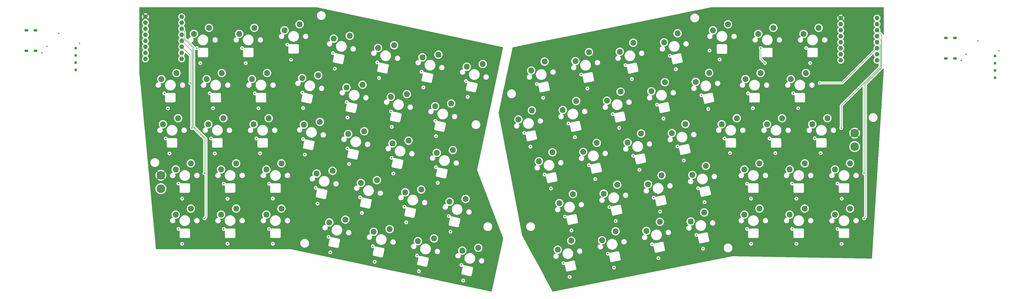
<source format=gbr>
%TF.GenerationSoftware,KiCad,Pcbnew,9.0.3*%
%TF.CreationDate,2025-11-23T22:31:57-05:00*%
%TF.ProjectId,Wren,5772656e-2e6b-4696-9361-645f70636258,rev?*%
%TF.SameCoordinates,Original*%
%TF.FileFunction,Copper,L3,Inr*%
%TF.FilePolarity,Positive*%
%FSLAX46Y46*%
G04 Gerber Fmt 4.6, Leading zero omitted, Abs format (unit mm)*
G04 Created by KiCad (PCBNEW 9.0.3) date 2025-11-23 22:31:57*
%MOMM*%
%LPD*%
G01*
G04 APERTURE LIST*
%TA.AperFunction,ComponentPad*%
%ADD10C,2.500000*%
%TD*%
%TA.AperFunction,ComponentPad*%
%ADD11R,1.000000X1.000000*%
%TD*%
%TA.AperFunction,HeatsinkPad*%
%ADD12O,1.700000X1.100000*%
%TD*%
%TA.AperFunction,ComponentPad*%
%ADD13C,3.600000*%
%TD*%
%TA.AperFunction,ComponentPad*%
%ADD14C,1.905000*%
%TD*%
%TA.AperFunction,ViaPad*%
%ADD15C,0.600000*%
%TD*%
%TA.AperFunction,Conductor*%
%ADD16C,0.200000*%
%TD*%
G04 APERTURE END LIST*
D10*
%TO.N,col6*%
%TO.C,SW7*%
X254124486Y-150603529D03*
%TO.N,Net-(D7-A)*%
X260863819Y-149439274D03*
%TD*%
%TO.N,col2*%
%TO.C,SW17*%
X164532000Y-174837500D03*
%TO.N,Net-(D17-A)*%
X170882000Y-172297500D03*
%TD*%
%TO.N,col4*%
%TO.C,SW54*%
X361314929Y-174844623D03*
%TO.N,Net-(D89-A)*%
X367664929Y-172304623D03*
%TD*%
%TO.N,col5*%
%TO.C,SW55*%
X380364929Y-174844623D03*
%TO.N,Net-(D90-A)*%
X386714929Y-172304623D03*
%TD*%
D11*
%TO.N,Net-(D141-K)*%
%TO.C,J5*%
X476250000Y-146050000D03*
%TD*%
D10*
%TO.N,col0*%
%TO.C,SW50*%
X284471913Y-190451770D03*
%TO.N,Net-(D85-A)*%
X290155054Y-186647036D03*
%TD*%
%TO.N,col6*%
%TO.C,SW14*%
X240846867Y-167256841D03*
%TO.N,Net-(D14-A)*%
X247586200Y-166092586D03*
%TD*%
%TO.N,col4*%
%TO.C,SW12*%
X203579444Y-159335406D03*
%TO.N,Net-(D12-A)*%
X210318777Y-158171151D03*
%TD*%
%TO.N,col3*%
%TO.C,SW67*%
X348294485Y-215837041D03*
%TO.N,Net-(D102-A)*%
X353977626Y-212032307D03*
%TD*%
%TO.N,col1*%
%TO.C,SW58*%
X311724743Y-204134564D03*
%TO.N,Net-(D93-A)*%
X317407884Y-200329830D03*
%TD*%
D11*
%TO.N,GND*%
%TO.C,J6*%
X476250000Y-149100000D03*
%TD*%
D10*
%TO.N,col1*%
%TO.C,SW51*%
X303105625Y-186491052D03*
%TO.N,Net-(D86-A)*%
X308788766Y-182686318D03*
%TD*%
%TO.N,col1*%
%TO.C,SW16*%
X145482000Y-174837500D03*
%TO.N,Net-(D16-A)*%
X151832000Y-172297500D03*
%TD*%
%TO.N,col1*%
%TO.C,SW37*%
X299842789Y-148233429D03*
%TO.N,Net-(D72-A)*%
X305525930Y-144428695D03*
%TD*%
%TO.N,col5*%
%TO.C,SW62*%
X389889929Y-193894623D03*
%TO.N,Net-(D97-A)*%
X396239929Y-191354623D03*
%TD*%
%TO.N,col3*%
%TO.C,SW53*%
X340373049Y-178569617D03*
%TO.N,Net-(D88-A)*%
X346056190Y-174764883D03*
%TD*%
D12*
%TO.N,GND*%
%TO.C,J13*%
X72800000Y-135210000D03*
X69000000Y-135210000D03*
X72800000Y-143850000D03*
X69000000Y-143850000D03*
%TD*%
D10*
%TO.N,col5*%
%TO.C,SW20*%
X222910838Y-182920035D03*
%TO.N,Net-(D20-A)*%
X229650171Y-181755780D03*
%TD*%
%TO.N,col6*%
%TO.C,SW70*%
X408939929Y-212944623D03*
%TO.N,Net-(D105-A)*%
X415289929Y-210404623D03*
%TD*%
%TO.N,col2*%
%TO.C,SW45*%
X313120219Y-164886823D03*
%TO.N,Net-(D80-A)*%
X318803360Y-161082089D03*
%TD*%
%TO.N,col2*%
%TO.C,SW59*%
X330358455Y-200173846D03*
%TO.N,Net-(D94-A)*%
X336041596Y-196369112D03*
%TD*%
%TO.N,col0*%
%TO.C,SW64*%
X292393349Y-227719194D03*
%TO.N,Net-(D99-A)*%
X298076490Y-223914460D03*
%TD*%
%TO.N,col0*%
%TO.C,SW36*%
X281209077Y-152194146D03*
%TO.N,Net-(D71-A)*%
X286892218Y-148389412D03*
%TD*%
%TO.N,col5*%
%TO.C,SW13*%
X222213155Y-163296123D03*
%TO.N,Net-(D13-A)*%
X228952488Y-162131868D03*
%TD*%
%TO.N,col6*%
%TO.C,SW63*%
X408939929Y-193894623D03*
%TO.N,Net-(D98-A)*%
X415289929Y-191354623D03*
%TD*%
%TO.N,col3*%
%TO.C,SW11*%
X184945732Y-155374688D03*
%TO.N,Net-(D11-A)*%
X191685065Y-154210433D03*
%TD*%
%TO.N,col4*%
%TO.C,SW19*%
X204277126Y-178959317D03*
%TO.N,Net-(D19-A)*%
X211016459Y-177795062D03*
%TD*%
%TO.N,col5*%
%TO.C,SW41*%
X376685048Y-136744629D03*
%TO.N,Net-(D76-A)*%
X383035048Y-134204629D03*
%TD*%
D11*
%TO.N,Net-(J9-Pin_1)*%
%TO.C,J9*%
X476250000Y-152150000D03*
%TD*%
D10*
%TO.N,col0*%
%TO.C,SW43*%
X275852795Y-172808258D03*
%TO.N,Net-(D78-A)*%
X281535936Y-169003524D03*
%TD*%
%TO.N,col1*%
%TO.C,SW9*%
X144782000Y-155787500D03*
%TO.N,Net-(D9-A)*%
X151132000Y-153247500D03*
%TD*%
%TO.N,col5*%
%TO.C,SW6*%
X235490774Y-146642811D03*
%TO.N,Net-(D6-A)*%
X242230107Y-145478556D03*
%TD*%
%TO.N,col4*%
%TO.C,SW40*%
X357635048Y-135244229D03*
%TO.N,Net-(D75-A)*%
X363985048Y-132704229D03*
%TD*%
D13*
%TO.N,+5V*%
%TO.C,J1*%
X417250000Y-178600000D03*
%TD*%
D10*
%TO.N,col0*%
%TO.C,SW15*%
X126432000Y-174837500D03*
%TO.N,Net-(D15-A)*%
X132782000Y-172297500D03*
%TD*%
%TO.N,col6*%
%TO.C,SW56*%
X399414929Y-174844623D03*
%TO.N,Net-(D91-A)*%
X405764929Y-172304623D03*
%TD*%
%TO.N,col2*%
%TO.C,SW52*%
X321739337Y-182530334D03*
%TO.N,Net-(D87-A)*%
X327422478Y-178725600D03*
%TD*%
%TO.N,col4*%
%TO.C,SW26*%
X209633308Y-199573430D03*
%TO.N,Net-(D26-A)*%
X216372641Y-198409175D03*
%TD*%
%TO.N,col3*%
%TO.C,SW46*%
X331753931Y-160926105D03*
%TO.N,Net-(D81-A)*%
X337437072Y-157121371D03*
%TD*%
%TO.N,col1*%
%TO.C,SW44*%
X294486507Y-168847540D03*
%TO.N,Net-(D79-A)*%
X300169648Y-165042806D03*
%TD*%
%TO.N,col0*%
%TO.C,SW29*%
X131782000Y-212937500D03*
%TO.N,Net-(D29-A)*%
X138132000Y-210397500D03*
%TD*%
D13*
%TO.N,GND*%
%TO.C,J4*%
X125550000Y-202000000D03*
%TD*%
D10*
%TO.N,col2*%
%TO.C,SW31*%
X169882000Y-212937500D03*
%TO.N,Net-(D31-A)*%
X176232000Y-210397500D03*
%TD*%
%TO.N,col5*%
%TO.C,SW27*%
X228267020Y-203534148D03*
%TO.N,Net-(D27-A)*%
X235006353Y-202369893D03*
%TD*%
%TO.N,col2*%
%TO.C,SW24*%
X169882000Y-193887500D03*
%TO.N,Net-(D24-A)*%
X176232000Y-191347500D03*
%TD*%
%TO.N,col4*%
%TO.C,SW61*%
X370839929Y-193894623D03*
%TO.N,Net-(D96-A)*%
X377189929Y-191354623D03*
%TD*%
%TO.N,col0*%
%TO.C,SW1*%
X139422000Y-136737500D03*
%TO.N,Net-(D1-A)*%
X145772000Y-134197500D03*
%TD*%
%TO.N,col2*%
%TO.C,SW38*%
X318476501Y-144272711D03*
%TO.N,Net-(D73-A)*%
X324159642Y-140467977D03*
%TD*%
%TO.N,col6*%
%TO.C,SW49*%
X390374929Y-155794623D03*
%TO.N,Net-(D84-A)*%
X396724929Y-153254623D03*
%TD*%
%TO.N,col3*%
%TO.C,SW25*%
X190999596Y-195612712D03*
%TO.N,Net-(D25-A)*%
X197738929Y-194448457D03*
%TD*%
%TO.N,col2*%
%TO.C,SW10*%
X163832000Y-155787500D03*
%TO.N,Net-(D10-A)*%
X170182000Y-153247500D03*
%TD*%
D11*
%TO.N,Net-(J14-Pin_1)*%
%TO.C,J14*%
X89700000Y-148900000D03*
%TD*%
D10*
%TO.N,col4*%
%TO.C,SW5*%
X216857062Y-142682093D03*
%TO.N,Net-(D5-A)*%
X223596395Y-141517838D03*
%TD*%
%TO.N,col3*%
%TO.C,SW60*%
X348992167Y-196213129D03*
%TO.N,Net-(D95-A)*%
X354675308Y-192408395D03*
%TD*%
%TO.N,col4*%
%TO.C,SW68*%
X370839929Y-212944623D03*
%TO.N,Net-(D103-A)*%
X377189929Y-210404623D03*
%TD*%
D11*
%TO.N,GND*%
%TO.C,J11*%
X89700000Y-145850000D03*
%TD*%
D10*
%TO.N,col3*%
%TO.C,SW32*%
X196355578Y-216226724D03*
%TO.N,Net-(D32-A)*%
X203094911Y-215062469D03*
%TD*%
%TO.N,col6*%
%TO.C,SW35*%
X252256713Y-228108877D03*
%TO.N,Net-(D35-A)*%
X258996046Y-226944622D03*
%TD*%
%TO.N,col1*%
%TO.C,SW65*%
X311027061Y-223758476D03*
%TO.N,Net-(D100-A)*%
X316710202Y-219953742D03*
%TD*%
%TO.N,col0*%
%TO.C,SW8*%
X125732000Y-155787500D03*
%TO.N,Net-(D8-A)*%
X132082000Y-153247500D03*
%TD*%
%TO.N,col6*%
%TO.C,SW28*%
X246900731Y-207494865D03*
%TO.N,Net-(D28-A)*%
X253640064Y-206330610D03*
%TD*%
%TO.N,col3*%
%TO.C,SW39*%
X337110213Y-140311993D03*
%TO.N,Net-(D74-A)*%
X342793354Y-136507259D03*
%TD*%
%TO.N,col2*%
%TO.C,SW66*%
X329660773Y-219797759D03*
%TO.N,Net-(D101-A)*%
X335343914Y-215993025D03*
%TD*%
D11*
%TO.N,Net-(J7-Pin_1)*%
%TO.C,J7*%
X476250000Y-155200000D03*
%TD*%
D10*
%TO.N,col1*%
%TO.C,SW30*%
X150832000Y-212937500D03*
%TO.N,Net-(D30-A)*%
X157182000Y-210397500D03*
%TD*%
%TO.N,col1*%
%TO.C,SW2*%
X158472000Y-136737500D03*
%TO.N,Net-(D2-A)*%
X164822000Y-134197500D03*
%TD*%
%TO.N,col2*%
%TO.C,SW3*%
X177522000Y-135237100D03*
%TO.N,Net-(D3-A)*%
X183872000Y-132697100D03*
%TD*%
%TO.N,col6*%
%TO.C,SW21*%
X241544549Y-186880753D03*
%TO.N,Net-(D21-A)*%
X248283882Y-185716498D03*
%TD*%
%TO.N,col5*%
%TO.C,SW34*%
X233623002Y-224148159D03*
%TO.N,Net-(D34-A)*%
X240362335Y-222983904D03*
%TD*%
%TO.N,col4*%
%TO.C,SW33*%
X214989290Y-220187442D03*
%TO.N,Net-(D33-A)*%
X221728623Y-219023187D03*
%TD*%
%TO.N,col3*%
%TO.C,SW18*%
X185643414Y-174998600D03*
%TO.N,Net-(D18-A)*%
X192382747Y-173834345D03*
%TD*%
%TO.N,col1*%
%TO.C,SW23*%
X150832000Y-193887500D03*
%TO.N,Net-(D23-A)*%
X157182000Y-191347500D03*
%TD*%
D13*
%TO.N,GND*%
%TO.C,J2*%
X417250000Y-184250000D03*
%TD*%
D10*
%TO.N,col3*%
%TO.C,SW4*%
X198223350Y-138721376D03*
%TO.N,Net-(D4-A)*%
X204962683Y-137557121D03*
%TD*%
%TO.N,col5*%
%TO.C,SW69*%
X389889929Y-212944623D03*
%TO.N,Net-(D104-A)*%
X396239929Y-210404623D03*
%TD*%
%TO.N,col0*%
%TO.C,SW22*%
X131782000Y-193887500D03*
%TO.N,Net-(D22-A)*%
X138132000Y-191347500D03*
%TD*%
D11*
%TO.N,Net-(D144-K)*%
%TO.C,J10*%
X89700000Y-142800000D03*
%TD*%
D10*
%TO.N,col6*%
%TO.C,SW42*%
X395735048Y-136744629D03*
%TO.N,Net-(D77-A)*%
X402085048Y-134204629D03*
%TD*%
D12*
%TO.N,GND*%
%TO.C,J8*%
X459350000Y-138460000D03*
X455550000Y-138460000D03*
X459350000Y-147100000D03*
X455550000Y-147100000D03*
%TD*%
D13*
%TO.N,+5V*%
%TO.C,J3*%
X125550000Y-196350000D03*
%TD*%
D10*
%TO.N,col0*%
%TO.C,SW57*%
X293091031Y-208095282D03*
%TO.N,Net-(D92-A)*%
X298774172Y-204290548D03*
%TD*%
%TO.N,col4*%
%TO.C,SW47*%
X350387594Y-156965387D03*
%TO.N,Net-(D82-A)*%
X356070735Y-153160653D03*
%TD*%
%TO.N,col5*%
%TO.C,SW48*%
X371324929Y-155794623D03*
%TO.N,Net-(D83-A)*%
X377674929Y-153254623D03*
%TD*%
D11*
%TO.N,Net-(J12-Pin_1)*%
%TO.C,J12*%
X89700000Y-151950000D03*
%TD*%
D14*
%TO.N,col0*%
%TO.C,U1*%
X119060000Y-147300000D03*
%TO.N,col1*%
X119060000Y-144760000D03*
%TO.N,col2*%
X119060000Y-142220000D03*
%TO.N,col3*%
X119060000Y-139680000D03*
%TO.N,unconnected-(U1-3V3-Pad3.3)*%
X119060000Y-134600000D03*
%TO.N,col4*%
X119060000Y-137140000D03*
%TO.N,row0*%
X134300000Y-129520000D03*
%TO.N,+5V*%
X119060000Y-129520000D03*
%TO.N,led*%
X134300000Y-132060000D03*
%TO.N,row4*%
X134300000Y-134600000D03*
%TO.N,row3*%
X134300000Y-137140000D03*
%TO.N,row2*%
X134300000Y-139680000D03*
%TO.N,row1*%
X134300000Y-142220000D03*
%TO.N,col6*%
X134300000Y-144760000D03*
%TO.N,col5*%
X134300000Y-147300000D03*
%TO.N,GND*%
X119060000Y-132060000D03*
%TD*%
%TO.N,col0*%
%TO.C,U2*%
X411380000Y-147880000D03*
%TO.N,col1*%
X411380000Y-145340000D03*
%TO.N,col2*%
X411380000Y-142800000D03*
%TO.N,col3*%
X411380000Y-140260000D03*
%TO.N,unconnected-(U2-3V3-Pad3.3)*%
X411380000Y-135180000D03*
%TO.N,col4*%
X411380000Y-137720000D03*
%TO.N,row0*%
X426620000Y-130100000D03*
%TO.N,+5V*%
X411380000Y-130100000D03*
%TO.N,led*%
X426620000Y-132640000D03*
%TO.N,row4*%
X426620000Y-135180000D03*
%TO.N,row3*%
X426620000Y-137720000D03*
%TO.N,row2*%
X426620000Y-140260000D03*
%TO.N,row1*%
X426620000Y-142800000D03*
%TO.N,col6*%
X426620000Y-145340000D03*
%TO.N,col5*%
X426620000Y-147880000D03*
%TO.N,GND*%
X411380000Y-132640000D03*
%TD*%
D15*
%TO.N,GND*%
X326750000Y-194050000D03*
X304900000Y-159750000D03*
X286300000Y-163700000D03*
X286850000Y-196050000D03*
X294800000Y-233350000D03*
X411750000Y-225250000D03*
X402921918Y-187028082D03*
X152000000Y-218950000D03*
X324150000Y-188150000D03*
X316050000Y-235250000D03*
X302250000Y-153900000D03*
X166600000Y-168100000D03*
X235150000Y-152700000D03*
X171050000Y-199900000D03*
X320900000Y-149900000D03*
X410050000Y-218950000D03*
X362500000Y-180850000D03*
X132950000Y-218950000D03*
X297400000Y-239200000D03*
X332050000Y-225450000D03*
X305500000Y-192100000D03*
X165700000Y-180850000D03*
X313450000Y-229400000D03*
X393509418Y-168090582D03*
X171050000Y-218950000D03*
X298150000Y-219600000D03*
X345400000Y-190100000D03*
X210050000Y-212250000D03*
X127032000Y-161800000D03*
X147500000Y-168100000D03*
X398550000Y-149050000D03*
X240924041Y-173400000D03*
X204000000Y-172000000D03*
X356193241Y-143755344D03*
X140600000Y-142750000D03*
X127600000Y-180850000D03*
X323550000Y-155800000D03*
X153550000Y-206250000D03*
X396850000Y-142700000D03*
X172600000Y-206150000D03*
X381449858Y-180850000D03*
X283600000Y-157850000D03*
X342750000Y-184200000D03*
X318250000Y-176350000D03*
X241250000Y-179900000D03*
X280900000Y-184300000D03*
X204700000Y-191600000D03*
X186050000Y-187650000D03*
X332750000Y-205800000D03*
X289550000Y-201950000D03*
X161200000Y-149100000D03*
X379550000Y-149050000D03*
X252650000Y-240750000D03*
X350700000Y-221500000D03*
X372000000Y-199900000D03*
X209300000Y-205650000D03*
X351400000Y-201850000D03*
X247300000Y-220150000D03*
X132950000Y-199850000D03*
X185300000Y-181050000D03*
X197900000Y-144800000D03*
X353500000Y-227300000D03*
X178700000Y-141250000D03*
X372000000Y-218950000D03*
X223300000Y-195600000D03*
X203950000Y-185050000D03*
X372400000Y-161800000D03*
X352800000Y-162600000D03*
X235900000Y-159300000D03*
X134500000Y-225250000D03*
X216550000Y-148750000D03*
X128500000Y-168150000D03*
X198650000Y-151400000D03*
X191400000Y-208300000D03*
X411800000Y-206200000D03*
X146082000Y-161800000D03*
X296900000Y-174500000D03*
X364821918Y-187028082D03*
X354100000Y-207700000D03*
X185350000Y-168000000D03*
X391450000Y-161750000D03*
X185022906Y-161500000D03*
X222550000Y-189000000D03*
X314100000Y-209750000D03*
X373700000Y-225250000D03*
X410000000Y-199850000D03*
X190650000Y-201650000D03*
X383871918Y-187028082D03*
X148200000Y-187150000D03*
X241200000Y-192950000D03*
X316750000Y-215650000D03*
X377750000Y-142700000D03*
X315500000Y-170550000D03*
X152000000Y-199900000D03*
X228700000Y-216200000D03*
X215400000Y-232850000D03*
X391000000Y-218950000D03*
X129150000Y-187150000D03*
X253800000Y-156650000D03*
X355709418Y-168390582D03*
X134500000Y-206200000D03*
X360450000Y-147550000D03*
X217250000Y-155350000D03*
X203656618Y-165500000D03*
X172600000Y-225250000D03*
X334150000Y-166550000D03*
X167250000Y-187100000D03*
X159650000Y-142750000D03*
X334750000Y-231300000D03*
X335450000Y-211650000D03*
X196750000Y-228850000D03*
X374434418Y-168065582D03*
X180250000Y-147600000D03*
X339500000Y-145950000D03*
X308200000Y-197950000D03*
X214650000Y-226250000D03*
X392750000Y-225250000D03*
X222600000Y-175950000D03*
X246550000Y-213550000D03*
X234000000Y-236800000D03*
X142150000Y-149050000D03*
X254550000Y-163300000D03*
X392750000Y-206200000D03*
X146650000Y-180850000D03*
X251900000Y-234150000D03*
X196000000Y-222300000D03*
X233250000Y-230200000D03*
X165000000Y-161800000D03*
X222290330Y-169450000D03*
X227950000Y-209600000D03*
X400450000Y-180750000D03*
X295450000Y-213750000D03*
X390950000Y-199850000D03*
X336850000Y-172450000D03*
X278356633Y-178450000D03*
X373650000Y-206200000D03*
X299600000Y-180300000D03*
X241950000Y-199550000D03*
X153550000Y-225200000D03*
X342080567Y-151650000D03*
%TO.N,+5V*%
X307903875Y-156600000D03*
X396291026Y-203791026D03*
X415349929Y-222832123D03*
X338419540Y-208550000D03*
X145828500Y-146628500D03*
X402138588Y-146638588D03*
X357053252Y-204600000D03*
X156697221Y-203747221D03*
X218796733Y-231096733D03*
X405824929Y-184732123D03*
X188711716Y-166261716D03*
X283913881Y-181200000D03*
X232083952Y-214433952D03*
X200174518Y-227124518D03*
X245346018Y-197796018D03*
X319785828Y-212500000D03*
X302547592Y-177250000D03*
X157242000Y-222825000D03*
X377249929Y-203782123D03*
X137622221Y-203772221D03*
X367724929Y-184732123D03*
X396784929Y-165682123D03*
X207400000Y-170250000D03*
X386774929Y-184732123D03*
X364045048Y-145131729D03*
X170242000Y-165675000D03*
X348434134Y-186950000D03*
X220677945Y-153577945D03*
X257947375Y-161497375D03*
X164882000Y-146600000D03*
X356355570Y-224250000D03*
X289270163Y-160600000D03*
X151892000Y-184700000D03*
X176292000Y-203775000D03*
X319088147Y-232150000D03*
X213436736Y-210486736D03*
X194814522Y-206514522D03*
X176292000Y-222800000D03*
X132842000Y-184725000D03*
X237443948Y-235043948D03*
X377249929Y-222832123D03*
X189454374Y-185904374D03*
X415341026Y-203791026D03*
X151192000Y-165675000D03*
X329800422Y-190900000D03*
X339815016Y-169300000D03*
X256066163Y-239016163D03*
X377733526Y-165683526D03*
X226013006Y-174213006D03*
X311166710Y-194900000D03*
X244660221Y-178160221D03*
X239300160Y-157550160D03*
X358448680Y-165350000D03*
X208076589Y-189876589D03*
X292532999Y-198850000D03*
X345171298Y-148700000D03*
X138192000Y-222800000D03*
X383095048Y-146632129D03*
X250706166Y-218406166D03*
X301152117Y-216500000D03*
X226723804Y-193823804D03*
X396291026Y-222841026D03*
X337721858Y-228200000D03*
X183367021Y-145117021D03*
X202030730Y-149630730D03*
X131572221Y-165672221D03*
X300454435Y-236100000D03*
X170942000Y-184700000D03*
X321181304Y-173250000D03*
X326537586Y-152650000D03*
%TO.N,Net-(D141-K)*%
X462100000Y-147950000D03*
%TO.N,Net-(D142-A)*%
X469150000Y-139750000D03*
X477900000Y-143900000D03*
X464150000Y-145300000D03*
%TO.N,row1*%
X402550000Y-157400000D03*
X137900000Y-157500000D03*
%TO.N,row2*%
X138550000Y-176400000D03*
X411600000Y-176450000D03*
%TO.N,row3*%
X143900000Y-195500000D03*
X421200000Y-195500000D03*
%TO.N,row4*%
X421200000Y-214550000D03*
X143900000Y-214550000D03*
%TO.N,Net-(D144-K)*%
X75550000Y-144700000D03*
%TO.N,Net-(D145-A)*%
X91350000Y-140650000D03*
X82600000Y-136500000D03*
X77600000Y-142050000D03*
%TD*%
D16*
%TO.N,GND*%
X377750000Y-147250000D02*
X379550000Y-149050000D01*
X377750000Y-142700000D02*
X377750000Y-147250000D01*
%TO.N,row1*%
X426620000Y-142800000D02*
X412020000Y-157400000D01*
X137900000Y-145820000D02*
X134300000Y-142220000D01*
X137900000Y-157500000D02*
X137900000Y-145820000D01*
X412020000Y-157400000D02*
X402550000Y-157400000D01*
%TO.N,row2*%
X134300000Y-139680000D02*
X138550000Y-143930000D01*
X427873500Y-141513500D02*
X427873500Y-150726500D01*
X427873500Y-150726500D02*
X411600000Y-167000000D01*
X411600000Y-167000000D02*
X411600000Y-176450000D01*
X138550000Y-143930000D02*
X138550000Y-176400000D01*
X426620000Y-140260000D02*
X427873500Y-141513500D01*
%TO.N,row3*%
X428274500Y-139374500D02*
X428274500Y-150892600D01*
X428274500Y-150892600D02*
X421200000Y-157967100D01*
X143900000Y-180900057D02*
X143900000Y-195500000D01*
X138951000Y-175951057D02*
X143900000Y-180900057D01*
X138951000Y-142558283D02*
X138951000Y-175951057D01*
X134300000Y-137140000D02*
X134300000Y-137907283D01*
X421200000Y-157967100D02*
X421200000Y-195500000D01*
X134300000Y-137907283D02*
X138951000Y-142558283D01*
X426620000Y-137720000D02*
X428274500Y-139374500D01*
%TO.N,row4*%
X135553500Y-135853500D02*
X135553500Y-138593683D01*
X134300000Y-134600000D02*
X135553500Y-135853500D01*
X421801000Y-157933200D02*
X421801000Y-213949000D01*
X144501000Y-180933957D02*
X144501000Y-213949000D01*
X139352000Y-175784957D02*
X144501000Y-180933957D01*
X139352000Y-142392183D02*
X139352000Y-175784957D01*
X135553500Y-138593683D02*
X139352000Y-142392183D01*
X428675500Y-151058700D02*
X421801000Y-157933200D01*
X426620000Y-135180000D02*
X428675500Y-137235500D01*
X421801000Y-213949000D02*
X421200000Y-214550000D01*
X428675500Y-137235500D02*
X428675500Y-151058700D01*
X144501000Y-213949000D02*
X143900000Y-214550000D01*
%TD*%
%TA.AperFunction,Conductor*%
%TO.N,+5V*%
G36*
X429442539Y-125520185D02*
G01*
X429488294Y-125572989D01*
X429499500Y-125624500D01*
X429499500Y-137048681D01*
X429496441Y-137059096D01*
X429497674Y-137069883D01*
X429486770Y-137092034D01*
X429479815Y-137115720D01*
X429471611Y-137122828D01*
X429466816Y-137132570D01*
X429445665Y-137145310D01*
X429427011Y-137161475D01*
X429416266Y-137163019D01*
X429406967Y-137168622D01*
X429382289Y-137167905D01*
X429357853Y-137171419D01*
X429347977Y-137166909D01*
X429337126Y-137166594D01*
X429316753Y-137152649D01*
X429294297Y-137142394D01*
X429288427Y-137133260D01*
X429279469Y-137127129D01*
X429261258Y-137096897D01*
X429257936Y-137089028D01*
X429235077Y-137003715D01*
X429190061Y-136925746D01*
X429186206Y-136919069D01*
X429186205Y-136919066D01*
X429156021Y-136866786D01*
X429156020Y-136866784D01*
X429044216Y-136754980D01*
X429044215Y-136754979D01*
X429039885Y-136750649D01*
X429039874Y-136750639D01*
X428035102Y-135745867D01*
X428001617Y-135684544D01*
X428004852Y-135619868D01*
X428015217Y-135587968D01*
X428037222Y-135520245D01*
X428073000Y-135294354D01*
X428073000Y-135065646D01*
X428037222Y-134839755D01*
X428037221Y-134839751D01*
X428037221Y-134839750D01*
X427966549Y-134622244D01*
X427966548Y-134622242D01*
X427862717Y-134418462D01*
X427728286Y-134233434D01*
X427566566Y-134071714D01*
X427482059Y-134010316D01*
X427439396Y-133954988D01*
X427433417Y-133885375D01*
X427466023Y-133823580D01*
X427482056Y-133809685D01*
X427566566Y-133748286D01*
X427728286Y-133586566D01*
X427862717Y-133401538D01*
X427966548Y-133197758D01*
X428015218Y-133047967D01*
X428037221Y-132980249D01*
X428037221Y-132980248D01*
X428037222Y-132980245D01*
X428073000Y-132754354D01*
X428073000Y-132525646D01*
X428037222Y-132299755D01*
X428037221Y-132299751D01*
X428037221Y-132299750D01*
X427966549Y-132082244D01*
X427888137Y-131928352D01*
X427862717Y-131878462D01*
X427728286Y-131693434D01*
X427566566Y-131531714D01*
X427482059Y-131470316D01*
X427439396Y-131414988D01*
X427433417Y-131345375D01*
X427466023Y-131283580D01*
X427482056Y-131269685D01*
X427566566Y-131208286D01*
X427728286Y-131046566D01*
X427862717Y-130861538D01*
X427966548Y-130657758D01*
X428004182Y-130541932D01*
X428037221Y-130440249D01*
X428037221Y-130440248D01*
X428037222Y-130440245D01*
X428073000Y-130214354D01*
X428073000Y-129985646D01*
X428037222Y-129759755D01*
X428037221Y-129759751D01*
X428037221Y-129759750D01*
X427966549Y-129542244D01*
X427896059Y-129403900D01*
X427862717Y-129338462D01*
X427728286Y-129153434D01*
X427566566Y-128991714D01*
X427381538Y-128857283D01*
X427224490Y-128777263D01*
X427177755Y-128753450D01*
X426960248Y-128682778D01*
X426790826Y-128655944D01*
X426734354Y-128647000D01*
X426505646Y-128647000D01*
X426430349Y-128658926D01*
X426279753Y-128682778D01*
X426279750Y-128682778D01*
X426062244Y-128753450D01*
X425858461Y-128857283D01*
X425786725Y-128909403D01*
X425673434Y-128991714D01*
X425673432Y-128991716D01*
X425673431Y-128991716D01*
X425511716Y-129153431D01*
X425511716Y-129153432D01*
X425511714Y-129153434D01*
X425463921Y-129219215D01*
X425377283Y-129338461D01*
X425273450Y-129542244D01*
X425202778Y-129759750D01*
X425202778Y-129759753D01*
X425167000Y-129985646D01*
X425167000Y-130214353D01*
X425202778Y-130440246D01*
X425202778Y-130440249D01*
X425273450Y-130657755D01*
X425353222Y-130814316D01*
X425377283Y-130861538D01*
X425511714Y-131046566D01*
X425673434Y-131208286D01*
X425715005Y-131238489D01*
X425757938Y-131269682D01*
X425800603Y-131325013D01*
X425806582Y-131394626D01*
X425773976Y-131456421D01*
X425757938Y-131470318D01*
X425673432Y-131531715D01*
X425511716Y-131693431D01*
X425511716Y-131693432D01*
X425511714Y-131693434D01*
X425466219Y-131756052D01*
X425377283Y-131878461D01*
X425273450Y-132082244D01*
X425202778Y-132299750D01*
X425202778Y-132299753D01*
X425167000Y-132525646D01*
X425167000Y-132754353D01*
X425202778Y-132980246D01*
X425202778Y-132980249D01*
X425273450Y-133197755D01*
X425353380Y-133354626D01*
X425377283Y-133401538D01*
X425511714Y-133586566D01*
X425673434Y-133748286D01*
X425715005Y-133778489D01*
X425757938Y-133809682D01*
X425800603Y-133865013D01*
X425806582Y-133934626D01*
X425773976Y-133996421D01*
X425757938Y-134010318D01*
X425673432Y-134071715D01*
X425511716Y-134233431D01*
X425511716Y-134233432D01*
X425511714Y-134233434D01*
X425454467Y-134312227D01*
X425377283Y-134418461D01*
X425273450Y-134622244D01*
X425202778Y-134839750D01*
X425202778Y-134839753D01*
X425167000Y-135065646D01*
X425167000Y-135294353D01*
X425202778Y-135520246D01*
X425202778Y-135520249D01*
X425273450Y-135737755D01*
X425357067Y-135901862D01*
X425377283Y-135941538D01*
X425511714Y-136126566D01*
X425673434Y-136288286D01*
X425685687Y-136297188D01*
X425757938Y-136349682D01*
X425800603Y-136405013D01*
X425806582Y-136474626D01*
X425773976Y-136536421D01*
X425757938Y-136550318D01*
X425673432Y-136611715D01*
X425511716Y-136773431D01*
X425511716Y-136773432D01*
X425511714Y-136773434D01*
X425456457Y-136849488D01*
X425377283Y-136958461D01*
X425273450Y-137162244D01*
X425202778Y-137379750D01*
X425202778Y-137379753D01*
X425169639Y-137588983D01*
X425167000Y-137605646D01*
X425167000Y-137834354D01*
X425177296Y-137899359D01*
X425202778Y-138060246D01*
X425202778Y-138060249D01*
X425273450Y-138277755D01*
X425345427Y-138419017D01*
X425377283Y-138481538D01*
X425511714Y-138666566D01*
X425673434Y-138828286D01*
X425707976Y-138853382D01*
X425757938Y-138889682D01*
X425800603Y-138945013D01*
X425806582Y-139014626D01*
X425773976Y-139076421D01*
X425757938Y-139090318D01*
X425673432Y-139151715D01*
X425511716Y-139313431D01*
X425511716Y-139313432D01*
X425511714Y-139313434D01*
X425492592Y-139339753D01*
X425377283Y-139498461D01*
X425273450Y-139702244D01*
X425202778Y-139919750D01*
X425202778Y-139919753D01*
X425170622Y-140122776D01*
X425167000Y-140145646D01*
X425167000Y-140374354D01*
X425168296Y-140382534D01*
X425202778Y-140600246D01*
X425202778Y-140600249D01*
X425273450Y-140817755D01*
X425374715Y-141016498D01*
X425377283Y-141021538D01*
X425511714Y-141206566D01*
X425673434Y-141368286D01*
X425721346Y-141403096D01*
X425757938Y-141429682D01*
X425800603Y-141485013D01*
X425806582Y-141554626D01*
X425773976Y-141616421D01*
X425757938Y-141630318D01*
X425673432Y-141691715D01*
X425511716Y-141853431D01*
X425511716Y-141853432D01*
X425511714Y-141853434D01*
X425478245Y-141899500D01*
X425377283Y-142038461D01*
X425273450Y-142242244D01*
X425202778Y-142459750D01*
X425202778Y-142459753D01*
X425167000Y-142685646D01*
X425167000Y-142914353D01*
X425202778Y-143140248D01*
X425235146Y-143239869D01*
X425237141Y-143309710D01*
X425204896Y-143365867D01*
X411807584Y-156763181D01*
X411746261Y-156796666D01*
X411719903Y-156799500D01*
X403129766Y-156799500D01*
X403062727Y-156779815D01*
X403060875Y-156778602D01*
X402929185Y-156690609D01*
X402929172Y-156690602D01*
X402783501Y-156630264D01*
X402783489Y-156630261D01*
X402628845Y-156599500D01*
X402628842Y-156599500D01*
X402471158Y-156599500D01*
X402471155Y-156599500D01*
X402316510Y-156630261D01*
X402316498Y-156630264D01*
X402170827Y-156690602D01*
X402170814Y-156690609D01*
X402039711Y-156778210D01*
X402039707Y-156778213D01*
X401928213Y-156889707D01*
X401928210Y-156889711D01*
X401840609Y-157020814D01*
X401840602Y-157020827D01*
X401780264Y-157166498D01*
X401780261Y-157166510D01*
X401749500Y-157321153D01*
X401749500Y-157478846D01*
X401780261Y-157633489D01*
X401780264Y-157633501D01*
X401840602Y-157779172D01*
X401840609Y-157779185D01*
X401928210Y-157910288D01*
X401928213Y-157910292D01*
X402039707Y-158021786D01*
X402039711Y-158021789D01*
X402170814Y-158109390D01*
X402170827Y-158109397D01*
X402308101Y-158166257D01*
X402316503Y-158169737D01*
X402425596Y-158191437D01*
X402471153Y-158200499D01*
X402471156Y-158200500D01*
X402471158Y-158200500D01*
X402628844Y-158200500D01*
X402628845Y-158200499D01*
X402783497Y-158169737D01*
X402929179Y-158109394D01*
X402929185Y-158109390D01*
X403060875Y-158021398D01*
X403127553Y-158000520D01*
X403129766Y-158000500D01*
X411933331Y-158000500D01*
X411933347Y-158000501D01*
X411940943Y-158000501D01*
X412099054Y-158000501D01*
X412099057Y-158000501D01*
X412251785Y-157959577D01*
X412251787Y-157959575D01*
X412251789Y-157959575D01*
X412251790Y-157959574D01*
X412309291Y-157926376D01*
X412309292Y-157926375D01*
X412388716Y-157880520D01*
X412500520Y-157768716D01*
X412500520Y-157768714D01*
X412510724Y-157758511D01*
X412510728Y-157758506D01*
X424955319Y-145313915D01*
X425016642Y-145280430D01*
X425086334Y-145285414D01*
X425142267Y-145327286D01*
X425166684Y-145392750D01*
X425167000Y-145401596D01*
X425167000Y-145454354D01*
X425175717Y-145509390D01*
X425202778Y-145680246D01*
X425202778Y-145680249D01*
X425273450Y-145897755D01*
X425353380Y-146054626D01*
X425377283Y-146101538D01*
X425511714Y-146286566D01*
X425673434Y-146448286D01*
X425689955Y-146460289D01*
X425757938Y-146509682D01*
X425800603Y-146565013D01*
X425806582Y-146634626D01*
X425773976Y-146696421D01*
X425757938Y-146710318D01*
X425673432Y-146771715D01*
X425511716Y-146933431D01*
X425511716Y-146933432D01*
X425511714Y-146933434D01*
X425474212Y-146985051D01*
X425377283Y-147118461D01*
X425273450Y-147322244D01*
X425202778Y-147539750D01*
X425202778Y-147539753D01*
X425176216Y-147707456D01*
X425167000Y-147765646D01*
X425167000Y-147994354D01*
X425175366Y-148047174D01*
X425202778Y-148220246D01*
X425202778Y-148220249D01*
X425273450Y-148437755D01*
X425326931Y-148542717D01*
X425377283Y-148641538D01*
X425511714Y-148826566D01*
X425673434Y-148988286D01*
X425858462Y-149122717D01*
X426011744Y-149200818D01*
X426062244Y-149226549D01*
X426279751Y-149297221D01*
X426279752Y-149297221D01*
X426279755Y-149297222D01*
X426505646Y-149333000D01*
X426505647Y-149333000D01*
X426734353Y-149333000D01*
X426734354Y-149333000D01*
X426960245Y-149297222D01*
X427110682Y-149248341D01*
X427180523Y-149246347D01*
X427240356Y-149282427D01*
X427271184Y-149345128D01*
X427273000Y-149366273D01*
X427273000Y-150426402D01*
X427253315Y-150493441D01*
X427236681Y-150514083D01*
X411119481Y-166631282D01*
X411119479Y-166631285D01*
X411109550Y-166648483D01*
X411083875Y-166692954D01*
X411064399Y-166726687D01*
X411043230Y-166763354D01*
X411040423Y-166768215D01*
X410999499Y-166920943D01*
X410999499Y-166920945D01*
X410999499Y-167089046D01*
X410999500Y-167089059D01*
X410999500Y-175870234D01*
X410979815Y-175937273D01*
X410978602Y-175939125D01*
X410890609Y-176070814D01*
X410890602Y-176070827D01*
X410830264Y-176216498D01*
X410830261Y-176216510D01*
X410799500Y-176371153D01*
X410799500Y-176528846D01*
X410830261Y-176683489D01*
X410830264Y-176683501D01*
X410890602Y-176829172D01*
X410890609Y-176829185D01*
X410978210Y-176960288D01*
X410978213Y-176960292D01*
X411089707Y-177071786D01*
X411089711Y-177071789D01*
X411220814Y-177159390D01*
X411220827Y-177159397D01*
X411366498Y-177219735D01*
X411366503Y-177219737D01*
X411462178Y-177238768D01*
X411521153Y-177250499D01*
X411521156Y-177250500D01*
X411521158Y-177250500D01*
X411678844Y-177250500D01*
X411678845Y-177250499D01*
X411833497Y-177219737D01*
X411979179Y-177159394D01*
X412110289Y-177071789D01*
X412221789Y-176960289D01*
X412309394Y-176829179D01*
X412369737Y-176683497D01*
X412400500Y-176528842D01*
X412400500Y-176371158D01*
X412400500Y-176371155D01*
X412400499Y-176371153D01*
X412394617Y-176341581D01*
X412369737Y-176216503D01*
X412369735Y-176216498D01*
X412309397Y-176070827D01*
X412309390Y-176070814D01*
X412221398Y-175939125D01*
X412200520Y-175872447D01*
X412200500Y-175870234D01*
X412200500Y-167300097D01*
X412220185Y-167233058D01*
X412236819Y-167212416D01*
X420387819Y-159061416D01*
X420449142Y-159027931D01*
X420518834Y-159032915D01*
X420574767Y-159074787D01*
X420599184Y-159140251D01*
X420599500Y-159149097D01*
X420599500Y-194920234D01*
X420579815Y-194987273D01*
X420578602Y-194989125D01*
X420490609Y-195120814D01*
X420490602Y-195120827D01*
X420430265Y-195266497D01*
X420430261Y-195266510D01*
X420399500Y-195421153D01*
X420399500Y-195578846D01*
X420430261Y-195733489D01*
X420430264Y-195733501D01*
X420490602Y-195879172D01*
X420490609Y-195879185D01*
X420578210Y-196010288D01*
X420578213Y-196010292D01*
X420689707Y-196121786D01*
X420689711Y-196121789D01*
X420820814Y-196209390D01*
X420820827Y-196209397D01*
X420941554Y-196259403D01*
X420966503Y-196269737D01*
X421035639Y-196283489D01*
X421100691Y-196296429D01*
X421162602Y-196328814D01*
X421197176Y-196389529D01*
X421200500Y-196418046D01*
X421200500Y-213631953D01*
X421180815Y-213698992D01*
X421128011Y-213744747D01*
X421100692Y-213753570D01*
X420966508Y-213780261D01*
X420966498Y-213780264D01*
X420820827Y-213840602D01*
X420820814Y-213840609D01*
X420689711Y-213928210D01*
X420689707Y-213928213D01*
X420578213Y-214039707D01*
X420578210Y-214039711D01*
X420490609Y-214170814D01*
X420490602Y-214170827D01*
X420430264Y-214316498D01*
X420430261Y-214316510D01*
X420399500Y-214471153D01*
X420399500Y-214628846D01*
X420430261Y-214783489D01*
X420430264Y-214783501D01*
X420490602Y-214929172D01*
X420490609Y-214929185D01*
X420578210Y-215060288D01*
X420578213Y-215060292D01*
X420689707Y-215171786D01*
X420689711Y-215171789D01*
X420820814Y-215259390D01*
X420820827Y-215259397D01*
X420960861Y-215317400D01*
X420966503Y-215319737D01*
X421095182Y-215345333D01*
X421121153Y-215350499D01*
X421121156Y-215350500D01*
X421121158Y-215350500D01*
X421278844Y-215350500D01*
X421278845Y-215350499D01*
X421433497Y-215319737D01*
X421551592Y-215270821D01*
X421579172Y-215259397D01*
X421579172Y-215259396D01*
X421579179Y-215259394D01*
X421710289Y-215171789D01*
X421821789Y-215060289D01*
X421909394Y-214929179D01*
X421969737Y-214783497D01*
X421996483Y-214649038D01*
X422000638Y-214628150D01*
X422009403Y-214611393D01*
X422013423Y-214592915D01*
X422032169Y-214567871D01*
X422033023Y-214566239D01*
X422034476Y-214564757D01*
X422159509Y-214439724D01*
X422159514Y-214439721D01*
X422169714Y-214429520D01*
X422169716Y-214429520D01*
X422281520Y-214317716D01*
X422360577Y-214180784D01*
X422390939Y-214067473D01*
X422401500Y-214028058D01*
X422401500Y-213869943D01*
X422401500Y-171878711D01*
X423149500Y-171878711D01*
X423149500Y-172121288D01*
X423179166Y-172346632D01*
X423181162Y-172361789D01*
X423184899Y-172375734D01*
X423243947Y-172596104D01*
X423336773Y-172820205D01*
X423336777Y-172820214D01*
X423356588Y-172854527D01*
X423458064Y-173030289D01*
X423458066Y-173030292D01*
X423458067Y-173030293D01*
X423605733Y-173222736D01*
X423605739Y-173222743D01*
X423777256Y-173394260D01*
X423777263Y-173394266D01*
X423862656Y-173459790D01*
X423969711Y-173541936D01*
X424179788Y-173663224D01*
X424403900Y-173756054D01*
X424638211Y-173818838D01*
X424813615Y-173841930D01*
X424878711Y-173850500D01*
X424878712Y-173850500D01*
X425121289Y-173850500D01*
X425186324Y-173841938D01*
X425361789Y-173818838D01*
X425596100Y-173756054D01*
X425820212Y-173663224D01*
X426030289Y-173541936D01*
X426222738Y-173394265D01*
X426394265Y-173222738D01*
X426541936Y-173030289D01*
X426663224Y-172820212D01*
X426756054Y-172596100D01*
X426818838Y-172361789D01*
X426850500Y-172121288D01*
X426850500Y-171878712D01*
X426818838Y-171638211D01*
X426756054Y-171403900D01*
X426663224Y-171179788D01*
X426541936Y-170969711D01*
X426414172Y-170803205D01*
X426394266Y-170777263D01*
X426394260Y-170777256D01*
X426222743Y-170605739D01*
X426222736Y-170605733D01*
X426030293Y-170458067D01*
X426030292Y-170458066D01*
X426030289Y-170458064D01*
X425820212Y-170336776D01*
X425817786Y-170335771D01*
X425596104Y-170243947D01*
X425361785Y-170181161D01*
X425121289Y-170149500D01*
X425121288Y-170149500D01*
X424878712Y-170149500D01*
X424878711Y-170149500D01*
X424638214Y-170181161D01*
X424403895Y-170243947D01*
X424179794Y-170336773D01*
X424179785Y-170336777D01*
X423969706Y-170458067D01*
X423777263Y-170605733D01*
X423777256Y-170605739D01*
X423605739Y-170777256D01*
X423605733Y-170777263D01*
X423458067Y-170969706D01*
X423458064Y-170969710D01*
X423458064Y-170969711D01*
X423448830Y-170985704D01*
X423336777Y-171179785D01*
X423336773Y-171179794D01*
X423243947Y-171403895D01*
X423181161Y-171638214D01*
X423149500Y-171878711D01*
X422401500Y-171878711D01*
X422401500Y-158233296D01*
X422421185Y-158166257D01*
X422437814Y-158145620D01*
X429034006Y-151549427D01*
X429034011Y-151549424D01*
X429044214Y-151539220D01*
X429044216Y-151539220D01*
X429156020Y-151427416D01*
X429217368Y-151321158D01*
X429235077Y-151290485D01*
X429235079Y-151290476D01*
X429238186Y-151282978D01*
X429239957Y-151283711D01*
X429270841Y-151233029D01*
X429333684Y-151202492D01*
X429403061Y-151210777D01*
X429456944Y-151255256D01*
X429478227Y-151321805D01*
X429478027Y-151332412D01*
X424537243Y-231373109D01*
X424513466Y-231438808D01*
X424457943Y-231481223D01*
X424411378Y-231489451D01*
X366024077Y-230499835D01*
X366020974Y-230499782D01*
X365967732Y-230496214D01*
X365955291Y-230498669D01*
X365942604Y-230498454D01*
X365942597Y-230498455D01*
X365893797Y-230510648D01*
X365887750Y-230511999D01*
X290354149Y-245419946D01*
X290284567Y-245413615D01*
X290229454Y-245370670D01*
X290221107Y-245357352D01*
X286871859Y-239174125D01*
X286843166Y-239121153D01*
X296599500Y-239121153D01*
X296599500Y-239278846D01*
X296630261Y-239433489D01*
X296630264Y-239433501D01*
X296690602Y-239579172D01*
X296690609Y-239579185D01*
X296778210Y-239710288D01*
X296778213Y-239710292D01*
X296889707Y-239821786D01*
X296889711Y-239821789D01*
X297020814Y-239909390D01*
X297020827Y-239909397D01*
X297117646Y-239949500D01*
X297166503Y-239969737D01*
X297321153Y-240000499D01*
X297321156Y-240000500D01*
X297321158Y-240000500D01*
X297478844Y-240000500D01*
X297478845Y-240000499D01*
X297633497Y-239969737D01*
X297779179Y-239909394D01*
X297910289Y-239821789D01*
X298021789Y-239710289D01*
X298109394Y-239579179D01*
X298169737Y-239433497D01*
X298200500Y-239278842D01*
X298200500Y-239121158D01*
X298200500Y-239121155D01*
X298200499Y-239121153D01*
X298169738Y-238966510D01*
X298169737Y-238966503D01*
X298149682Y-238918085D01*
X298109397Y-238820827D01*
X298109390Y-238820814D01*
X298021789Y-238689711D01*
X298021786Y-238689707D01*
X297910292Y-238578213D01*
X297910288Y-238578210D01*
X297779185Y-238490609D01*
X297779172Y-238490602D01*
X297633501Y-238430264D01*
X297633489Y-238430261D01*
X297478845Y-238399500D01*
X297478842Y-238399500D01*
X297321158Y-238399500D01*
X297321155Y-238399500D01*
X297166510Y-238430261D01*
X297166498Y-238430264D01*
X297020827Y-238490602D01*
X297020814Y-238490609D01*
X296889711Y-238578210D01*
X296889707Y-238578213D01*
X296778213Y-238689707D01*
X296778210Y-238689711D01*
X296690609Y-238820814D01*
X296690602Y-238820827D01*
X296630264Y-238966498D01*
X296630261Y-238966510D01*
X296599500Y-239121153D01*
X286843166Y-239121153D01*
X285712352Y-237033497D01*
X283674415Y-233271153D01*
X293999500Y-233271153D01*
X293999500Y-233428846D01*
X294030261Y-233583489D01*
X294030264Y-233583501D01*
X294090602Y-233729172D01*
X294090609Y-233729185D01*
X294178210Y-233860288D01*
X294178213Y-233860292D01*
X294289707Y-233971786D01*
X294289711Y-233971789D01*
X294420814Y-234059390D01*
X294420827Y-234059397D01*
X294566498Y-234119735D01*
X294566503Y-234119737D01*
X294721153Y-234150499D01*
X294721156Y-234150500D01*
X294721158Y-234150500D01*
X294878844Y-234150500D01*
X294878845Y-234150499D01*
X295033497Y-234119737D01*
X295179179Y-234059394D01*
X295208541Y-234039774D01*
X295275217Y-234018896D01*
X295342598Y-234037379D01*
X295389289Y-234089357D01*
X295398722Y-234117094D01*
X295422476Y-234228846D01*
X295899719Y-236474098D01*
X295899720Y-236474103D01*
X295928471Y-236609365D01*
X295988300Y-236726787D01*
X296076481Y-236824720D01*
X296094430Y-236836376D01*
X296187004Y-236896494D01*
X296312338Y-236937218D01*
X296443942Y-236944115D01*
X299753438Y-236240658D01*
X299753445Y-236240658D01*
X299769640Y-236237215D01*
X299769642Y-236237216D01*
X299898546Y-236209816D01*
X300015967Y-236149988D01*
X300113901Y-236061807D01*
X300185676Y-235951283D01*
X300226400Y-235825949D01*
X300233297Y-235694346D01*
X300122089Y-235171153D01*
X315249500Y-235171153D01*
X315249500Y-235328846D01*
X315280261Y-235483489D01*
X315280264Y-235483501D01*
X315340602Y-235629172D01*
X315340609Y-235629185D01*
X315428210Y-235760288D01*
X315428213Y-235760292D01*
X315539707Y-235871786D01*
X315539711Y-235871789D01*
X315670814Y-235959390D01*
X315670827Y-235959397D01*
X315767646Y-235999500D01*
X315816503Y-236019737D01*
X315971153Y-236050499D01*
X315971156Y-236050500D01*
X315971158Y-236050500D01*
X316128844Y-236050500D01*
X316128845Y-236050499D01*
X316283497Y-236019737D01*
X316429179Y-235959394D01*
X316560289Y-235871789D01*
X316671789Y-235760289D01*
X316759394Y-235629179D01*
X316819737Y-235483497D01*
X316850500Y-235328842D01*
X316850500Y-235171158D01*
X316850500Y-235171155D01*
X316850499Y-235171153D01*
X316846794Y-235152526D01*
X316819737Y-235016503D01*
X316803423Y-234977117D01*
X316759397Y-234870827D01*
X316759390Y-234870814D01*
X316671789Y-234739711D01*
X316671786Y-234739707D01*
X316560292Y-234628213D01*
X316560288Y-234628210D01*
X316429185Y-234540609D01*
X316429172Y-234540602D01*
X316283501Y-234480264D01*
X316283489Y-234480261D01*
X316128845Y-234449500D01*
X316128842Y-234449500D01*
X315971158Y-234449500D01*
X315971155Y-234449500D01*
X315816510Y-234480261D01*
X315816498Y-234480264D01*
X315670827Y-234540602D01*
X315670814Y-234540609D01*
X315539711Y-234628210D01*
X315539707Y-234628213D01*
X315428213Y-234739707D01*
X315428210Y-234739711D01*
X315340609Y-234870814D01*
X315340602Y-234870827D01*
X315280264Y-235016498D01*
X315280261Y-235016510D01*
X315249500Y-235171153D01*
X300122089Y-235171153D01*
X300089218Y-235016510D01*
X299909919Y-234172972D01*
X299613941Y-232780509D01*
X299613941Y-232780502D01*
X299609562Y-232759903D01*
X299609563Y-232759902D01*
X299582163Y-232630998D01*
X299522335Y-232513577D01*
X299522333Y-232513575D01*
X299522333Y-232513574D01*
X299434152Y-232415641D01*
X299323635Y-232343871D01*
X299323632Y-232343869D01*
X299323631Y-232343868D01*
X299323630Y-232343868D01*
X299198296Y-232303144D01*
X299198293Y-232303143D01*
X299198289Y-232303143D01*
X299066692Y-232296247D01*
X299066688Y-232296247D01*
X295747366Y-233001790D01*
X295747350Y-233001794D01*
X295740994Y-233003146D01*
X295740992Y-233003146D01*
X295696552Y-233012592D01*
X295639304Y-233024760D01*
X295569637Y-233019443D01*
X295513903Y-232977305D01*
X295510422Y-232972359D01*
X295421792Y-232839715D01*
X295421786Y-232839707D01*
X295310292Y-232728213D01*
X295310288Y-232728210D01*
X295179185Y-232640609D01*
X295179172Y-232640602D01*
X295033501Y-232580264D01*
X295033489Y-232580261D01*
X294878845Y-232549500D01*
X294878842Y-232549500D01*
X294721158Y-232549500D01*
X294721155Y-232549500D01*
X294566510Y-232580261D01*
X294566498Y-232580264D01*
X294420827Y-232640602D01*
X294420814Y-232640609D01*
X294289711Y-232728210D01*
X294289707Y-232728213D01*
X294178213Y-232839707D01*
X294178210Y-232839711D01*
X294090609Y-232970814D01*
X294090602Y-232970827D01*
X294030264Y-233116498D01*
X294030261Y-233116510D01*
X293999500Y-233271153D01*
X283674415Y-233271153D01*
X282107917Y-230379157D01*
X290553697Y-230379157D01*
X290553697Y-230556315D01*
X290567554Y-230643803D01*
X290581411Y-230731292D01*
X290636153Y-230899775D01*
X290636154Y-230899778D01*
X290709538Y-231043799D01*
X290716583Y-231057626D01*
X290820714Y-231200950D01*
X290945983Y-231326219D01*
X291089307Y-231430350D01*
X291105907Y-231438808D01*
X291247154Y-231510778D01*
X291247157Y-231510779D01*
X291315594Y-231533015D01*
X291415642Y-231565522D01*
X291590618Y-231593236D01*
X291590619Y-231593236D01*
X291767775Y-231593236D01*
X291767776Y-231593236D01*
X291942752Y-231565522D01*
X292111239Y-231510778D01*
X292269087Y-231430350D01*
X292412411Y-231326219D01*
X292537680Y-231200950D01*
X292641811Y-231057626D01*
X292722239Y-230899778D01*
X292776983Y-230731291D01*
X292804697Y-230556315D01*
X292804697Y-230379157D01*
X292776983Y-230204181D01*
X292722239Y-230035694D01*
X292722239Y-230035693D01*
X292658343Y-229910292D01*
X292641811Y-229877846D01*
X292537680Y-229734522D01*
X292478017Y-229674859D01*
X292444532Y-229613536D01*
X292449516Y-229543844D01*
X292491388Y-229487911D01*
X292549511Y-229464239D01*
X292735587Y-229439742D01*
X292957236Y-229380352D01*
X293169237Y-229292538D01*
X293218613Y-229264031D01*
X294397687Y-229264031D01*
X294397687Y-229559058D01*
X294425464Y-229770034D01*
X294436194Y-229851538D01*
X294485538Y-230035693D01*
X294512548Y-230136496D01*
X294512551Y-230136506D01*
X294625441Y-230409045D01*
X294625445Y-230409055D01*
X294772948Y-230664538D01*
X294952539Y-230898585D01*
X294952545Y-230898592D01*
X295161139Y-231107186D01*
X295161146Y-231107192D01*
X295395193Y-231286783D01*
X295650676Y-231434286D01*
X295650677Y-231434286D01*
X295650680Y-231434288D01*
X295923235Y-231547184D01*
X296208194Y-231623538D01*
X296500681Y-231662045D01*
X296500688Y-231662045D01*
X296795686Y-231662045D01*
X296795693Y-231662045D01*
X297088180Y-231623538D01*
X297373139Y-231547184D01*
X297645694Y-231434288D01*
X297901181Y-231286783D01*
X298135229Y-231107191D01*
X298343833Y-230898587D01*
X298523425Y-230664539D01*
X298670930Y-230409052D01*
X298783826Y-230136497D01*
X298860180Y-229851538D01*
X298898687Y-229559051D01*
X298898687Y-229264039D01*
X298860180Y-228971552D01*
X298783826Y-228686593D01*
X298774951Y-228665168D01*
X298735352Y-228569567D01*
X298670930Y-228414038D01*
X298664689Y-228403229D01*
X298618891Y-228323903D01*
X298585908Y-228266775D01*
X300491677Y-228266775D01*
X300491677Y-228443933D01*
X300499778Y-228495082D01*
X300519391Y-228618910D01*
X300574133Y-228787393D01*
X300574134Y-228787396D01*
X300646206Y-228928842D01*
X300654563Y-228945244D01*
X300758694Y-229088568D01*
X300883963Y-229213837D01*
X301027287Y-229317968D01*
X301101344Y-229355702D01*
X301185134Y-229398396D01*
X301185137Y-229398397D01*
X301266067Y-229424692D01*
X301353622Y-229453140D01*
X301528598Y-229480854D01*
X301528599Y-229480854D01*
X301705755Y-229480854D01*
X301705756Y-229480854D01*
X301880732Y-229453140D01*
X302049219Y-229398396D01*
X302200816Y-229321153D01*
X312649500Y-229321153D01*
X312649500Y-229478846D01*
X312680261Y-229633489D01*
X312680264Y-229633501D01*
X312740602Y-229779172D01*
X312740609Y-229779185D01*
X312828210Y-229910288D01*
X312828213Y-229910292D01*
X312939707Y-230021786D01*
X312939711Y-230021789D01*
X313070814Y-230109390D01*
X313070827Y-230109397D01*
X313162943Y-230147552D01*
X313216503Y-230169737D01*
X313371153Y-230200499D01*
X313371156Y-230200500D01*
X313371158Y-230200500D01*
X313528844Y-230200500D01*
X313528845Y-230200499D01*
X313683497Y-230169737D01*
X313800790Y-230121153D01*
X313829172Y-230109397D01*
X313829172Y-230109396D01*
X313829179Y-230109394D01*
X313846272Y-230097972D01*
X313912947Y-230077093D01*
X313980328Y-230095575D01*
X314027020Y-230147552D01*
X314036455Y-230175292D01*
X314533431Y-232513380D01*
X314533432Y-232513385D01*
X314533473Y-232513577D01*
X314534783Y-232519739D01*
X314534783Y-232519742D01*
X314547647Y-232580261D01*
X314562183Y-232648647D01*
X314622012Y-232766069D01*
X314710193Y-232864002D01*
X314795508Y-232919406D01*
X314820716Y-232935776D01*
X314946050Y-232976500D01*
X315077654Y-232983397D01*
X318387150Y-232279940D01*
X318387157Y-232279940D01*
X318403352Y-232276497D01*
X318403354Y-232276498D01*
X318532258Y-232249098D01*
X318649679Y-232189270D01*
X318747613Y-232101089D01*
X318819388Y-231990565D01*
X318860112Y-231865231D01*
X318867009Y-231733628D01*
X318859758Y-231699517D01*
X318857347Y-231688174D01*
X318827379Y-231547184D01*
X318762265Y-231240847D01*
X318758079Y-231221153D01*
X333949500Y-231221153D01*
X333949500Y-231378846D01*
X333980261Y-231533489D01*
X333980264Y-231533501D01*
X334040602Y-231679172D01*
X334040609Y-231679185D01*
X334128210Y-231810288D01*
X334128213Y-231810292D01*
X334239707Y-231921786D01*
X334239711Y-231921789D01*
X334370814Y-232009390D01*
X334370827Y-232009397D01*
X334467646Y-232049500D01*
X334516503Y-232069737D01*
X334651567Y-232096603D01*
X334671153Y-232100499D01*
X334671156Y-232100500D01*
X334671158Y-232100500D01*
X334828844Y-232100500D01*
X334828845Y-232100499D01*
X334983497Y-232069737D01*
X335129179Y-232009394D01*
X335260289Y-231921789D01*
X335371789Y-231810289D01*
X335459394Y-231679179D01*
X335466492Y-231662044D01*
X335499139Y-231583226D01*
X335519737Y-231533497D01*
X335550500Y-231378842D01*
X335550500Y-231221158D01*
X335550500Y-231221155D01*
X335550499Y-231221153D01*
X335546481Y-231200952D01*
X335519737Y-231066503D01*
X335519735Y-231066498D01*
X335459397Y-230920827D01*
X335459390Y-230920814D01*
X335371789Y-230789711D01*
X335371786Y-230789707D01*
X335260292Y-230678213D01*
X335260288Y-230678210D01*
X335129185Y-230590609D01*
X335129172Y-230590602D01*
X334983501Y-230530264D01*
X334983489Y-230530261D01*
X334828845Y-230499500D01*
X334828842Y-230499500D01*
X334671158Y-230499500D01*
X334671155Y-230499500D01*
X334516510Y-230530261D01*
X334516498Y-230530264D01*
X334370827Y-230590602D01*
X334370814Y-230590609D01*
X334239711Y-230678210D01*
X334239707Y-230678213D01*
X334128213Y-230789707D01*
X334128210Y-230789711D01*
X334040609Y-230920814D01*
X334040602Y-230920827D01*
X333980264Y-231066498D01*
X333980261Y-231066510D01*
X333949500Y-231221153D01*
X318758079Y-231221153D01*
X318380249Y-229443602D01*
X318247653Y-228819791D01*
X318247653Y-228819784D01*
X318243274Y-228799185D01*
X318243275Y-228799184D01*
X318215875Y-228670280D01*
X318156047Y-228552859D01*
X318156045Y-228552857D01*
X318156045Y-228552856D01*
X318067864Y-228454923D01*
X317957347Y-228383153D01*
X317957344Y-228383151D01*
X317957343Y-228383150D01*
X317957342Y-228383150D01*
X317832008Y-228342426D01*
X317832005Y-228342425D01*
X317832001Y-228342425D01*
X317700404Y-228335529D01*
X317700400Y-228335529D01*
X314381063Y-229041076D01*
X314381059Y-229041077D01*
X314281008Y-229062343D01*
X314211341Y-229057027D01*
X314155608Y-229014890D01*
X314152126Y-229009943D01*
X314071792Y-228889715D01*
X314071786Y-228889707D01*
X313960292Y-228778213D01*
X313960288Y-228778210D01*
X313829185Y-228690609D01*
X313829172Y-228690602D01*
X313683501Y-228630264D01*
X313683489Y-228630261D01*
X313528845Y-228599500D01*
X313528842Y-228599500D01*
X313371158Y-228599500D01*
X313371155Y-228599500D01*
X313216510Y-228630261D01*
X313216498Y-228630264D01*
X313070827Y-228690602D01*
X313070814Y-228690609D01*
X312939711Y-228778210D01*
X312939707Y-228778213D01*
X312828213Y-228889707D01*
X312828210Y-228889711D01*
X312740609Y-229020814D01*
X312740602Y-229020827D01*
X312680264Y-229166498D01*
X312680261Y-229166510D01*
X312649500Y-229321153D01*
X302200816Y-229321153D01*
X302207067Y-229317968D01*
X302350391Y-229213837D01*
X302475660Y-229088568D01*
X302579791Y-228945244D01*
X302660219Y-228787396D01*
X302714963Y-228618909D01*
X302742677Y-228443933D01*
X302742677Y-228266775D01*
X302714963Y-228091799D01*
X302683233Y-227994143D01*
X302660220Y-227923314D01*
X302660219Y-227923311D01*
X302602632Y-227810292D01*
X302579791Y-227765464D01*
X302475660Y-227622140D01*
X302350391Y-227496871D01*
X302207067Y-227392740D01*
X302176105Y-227376964D01*
X302049219Y-227312311D01*
X302049216Y-227312310D01*
X301880733Y-227257568D01*
X301775162Y-227240847D01*
X301705756Y-227229854D01*
X301528598Y-227229854D01*
X301470272Y-227239092D01*
X301353620Y-227257568D01*
X301185137Y-227312310D01*
X301185134Y-227312311D01*
X301027286Y-227392740D01*
X300965066Y-227437946D01*
X300883963Y-227496871D01*
X300883961Y-227496873D01*
X300883960Y-227496873D01*
X300758696Y-227622137D01*
X300758696Y-227622138D01*
X300758694Y-227622140D01*
X300758427Y-227622508D01*
X300654563Y-227765463D01*
X300574134Y-227923311D01*
X300574133Y-227923314D01*
X300519391Y-228091797D01*
X300497785Y-228228210D01*
X300491677Y-228266775D01*
X298585908Y-228266775D01*
X298523425Y-228158551D01*
X298343834Y-227924504D01*
X298343828Y-227924497D01*
X298135234Y-227715903D01*
X298135227Y-227715897D01*
X297901180Y-227536306D01*
X297645697Y-227388803D01*
X297645687Y-227388799D01*
X297373148Y-227275909D01*
X297373141Y-227275907D01*
X297373139Y-227275906D01*
X297088180Y-227199552D01*
X297039300Y-227193116D01*
X296795700Y-227161045D01*
X296795693Y-227161045D01*
X296500681Y-227161045D01*
X296500673Y-227161045D01*
X296222272Y-227197698D01*
X296208194Y-227199552D01*
X296056366Y-227240234D01*
X295923235Y-227275906D01*
X295923225Y-227275909D01*
X295650686Y-227388799D01*
X295650676Y-227388803D01*
X295395193Y-227536306D01*
X295161146Y-227715897D01*
X295161139Y-227715903D01*
X294952545Y-227924497D01*
X294952539Y-227924504D01*
X294772948Y-228158551D01*
X294625445Y-228414034D01*
X294625441Y-228414044D01*
X294512551Y-228686583D01*
X294512548Y-228686593D01*
X294447638Y-228928844D01*
X294436195Y-228971549D01*
X294436193Y-228971560D01*
X294397687Y-229264031D01*
X293218613Y-229264031D01*
X293367961Y-229177805D01*
X293382690Y-229166503D01*
X293389075Y-229161604D01*
X293389075Y-229161603D01*
X293550010Y-229038113D01*
X293550014Y-229038108D01*
X293550019Y-229038105D01*
X293712260Y-228875864D01*
X293712263Y-228875859D01*
X293712268Y-228875855D01*
X293851960Y-228693806D01*
X293966693Y-228495082D01*
X294054507Y-228283081D01*
X294113897Y-228061432D01*
X294143849Y-227833928D01*
X294143849Y-227604460D01*
X294113897Y-227376956D01*
X294054507Y-227155307D01*
X293998352Y-227019737D01*
X293966698Y-226943317D01*
X293966695Y-226943311D01*
X293966693Y-226943306D01*
X293851960Y-226744582D01*
X293851957Y-226744579D01*
X293851956Y-226744576D01*
X293733806Y-226590602D01*
X293712268Y-226562533D01*
X293712267Y-226562532D01*
X293712260Y-226562524D01*
X293568175Y-226418439D01*
X309187409Y-226418439D01*
X309187409Y-226595597D01*
X309194159Y-226638211D01*
X309215123Y-226770574D01*
X309269865Y-226939057D01*
X309269866Y-226939060D01*
X309331161Y-227059356D01*
X309350295Y-227096908D01*
X309454426Y-227240232D01*
X309579695Y-227365501D01*
X309723019Y-227469632D01*
X309781638Y-227499500D01*
X309880866Y-227550060D01*
X309880869Y-227550061D01*
X309949306Y-227572297D01*
X310049354Y-227604804D01*
X310224330Y-227632518D01*
X310224331Y-227632518D01*
X310401487Y-227632518D01*
X310401488Y-227632518D01*
X310576464Y-227604804D01*
X310744951Y-227550060D01*
X310902799Y-227469632D01*
X311046123Y-227365501D01*
X311171392Y-227240232D01*
X311275523Y-227096908D01*
X311355951Y-226939060D01*
X311410695Y-226770573D01*
X311438409Y-226595597D01*
X311438409Y-226418439D01*
X311410695Y-226243463D01*
X311355951Y-226074976D01*
X311355951Y-226074975D01*
X311302328Y-225969735D01*
X311275523Y-225917128D01*
X311171392Y-225773804D01*
X311111729Y-225714141D01*
X311078244Y-225652818D01*
X311083228Y-225583126D01*
X311125100Y-225527193D01*
X311183223Y-225503521D01*
X311369299Y-225479024D01*
X311590948Y-225419634D01*
X311802949Y-225331820D01*
X311852325Y-225303313D01*
X313031399Y-225303313D01*
X313031399Y-225598340D01*
X313062787Y-225836747D01*
X313069906Y-225890820D01*
X313145021Y-226171155D01*
X313146260Y-226175778D01*
X313146263Y-226175788D01*
X313259153Y-226448327D01*
X313259157Y-226448337D01*
X313406660Y-226703820D01*
X313586251Y-226937867D01*
X313586257Y-226937874D01*
X313794851Y-227146468D01*
X313794858Y-227146474D01*
X314028905Y-227326065D01*
X314284388Y-227473568D01*
X314284389Y-227473568D01*
X314284392Y-227473570D01*
X314556947Y-227586466D01*
X314841906Y-227662820D01*
X315134393Y-227701327D01*
X315134400Y-227701327D01*
X315429398Y-227701327D01*
X315429405Y-227701327D01*
X315721892Y-227662820D01*
X316006851Y-227586466D01*
X316279406Y-227473570D01*
X316534893Y-227326065D01*
X316768941Y-227146473D01*
X316977545Y-226937869D01*
X317157137Y-226703821D01*
X317304642Y-226448334D01*
X317417538Y-226175779D01*
X317493892Y-225890820D01*
X317532399Y-225598333D01*
X317532399Y-225303321D01*
X317493892Y-225010834D01*
X317417538Y-224725875D01*
X317408663Y-224704450D01*
X317369065Y-224608850D01*
X317304642Y-224453320D01*
X317298401Y-224442511D01*
X317252603Y-224363185D01*
X317219620Y-224306057D01*
X319125389Y-224306057D01*
X319125389Y-224483215D01*
X319137115Y-224557246D01*
X319153103Y-224658192D01*
X319207845Y-224826675D01*
X319207846Y-224826678D01*
X319271862Y-224952314D01*
X319288275Y-224984526D01*
X319392406Y-225127850D01*
X319517675Y-225253119D01*
X319660999Y-225357250D01*
X319735056Y-225394984D01*
X319818846Y-225437678D01*
X319818849Y-225437679D01*
X319899779Y-225463974D01*
X319987334Y-225492422D01*
X320162310Y-225520136D01*
X320162311Y-225520136D01*
X320339467Y-225520136D01*
X320339468Y-225520136D01*
X320514444Y-225492422D01*
X320682931Y-225437678D01*
X320813493Y-225371153D01*
X331249500Y-225371153D01*
X331249500Y-225528846D01*
X331280261Y-225683489D01*
X331280264Y-225683501D01*
X331340602Y-225829172D01*
X331340609Y-225829185D01*
X331428210Y-225960288D01*
X331428213Y-225960292D01*
X331539707Y-226071786D01*
X331539711Y-226071789D01*
X331670814Y-226159390D01*
X331670827Y-226159397D01*
X331779080Y-226204236D01*
X331816503Y-226219737D01*
X331927441Y-226241804D01*
X331971153Y-226250499D01*
X331971156Y-226250500D01*
X331971158Y-226250500D01*
X332128844Y-226250500D01*
X332128845Y-226250499D01*
X332283497Y-226219737D01*
X332429179Y-226159394D01*
X332429184Y-226159390D01*
X332429187Y-226159389D01*
X332477786Y-226126916D01*
X332544463Y-226106037D01*
X332611844Y-226124521D01*
X332658534Y-226176499D01*
X332667968Y-226204236D01*
X333159767Y-228517966D01*
X333168494Y-228559022D01*
X333168494Y-228559025D01*
X333178432Y-228605779D01*
X333195894Y-228687930D01*
X333255723Y-228805352D01*
X333343904Y-228903285D01*
X333358907Y-228913028D01*
X333454427Y-228975059D01*
X333579761Y-229015783D01*
X333711365Y-229022680D01*
X337020861Y-228319223D01*
X337020868Y-228319223D01*
X337037063Y-228315780D01*
X337037065Y-228315781D01*
X337165969Y-228288381D01*
X337283390Y-228228553D01*
X337381324Y-228140372D01*
X337453099Y-228029848D01*
X337493823Y-227904514D01*
X337500720Y-227772911D01*
X337383440Y-227221153D01*
X352699500Y-227221153D01*
X352699500Y-227378846D01*
X352730261Y-227533489D01*
X352730264Y-227533501D01*
X352790602Y-227679172D01*
X352790609Y-227679185D01*
X352878210Y-227810288D01*
X352878213Y-227810292D01*
X352989707Y-227921786D01*
X352989711Y-227921789D01*
X353120814Y-228009390D01*
X353120827Y-228009397D01*
X353257220Y-228065892D01*
X353266503Y-228069737D01*
X353421153Y-228100499D01*
X353421156Y-228100500D01*
X353421158Y-228100500D01*
X353578844Y-228100500D01*
X353578845Y-228100499D01*
X353733497Y-228069737D01*
X353879179Y-228009394D01*
X354010289Y-227921789D01*
X354121789Y-227810289D01*
X354209394Y-227679179D01*
X354269737Y-227533497D01*
X354300500Y-227378842D01*
X354300500Y-227221158D01*
X354300500Y-227221155D01*
X354300499Y-227221153D01*
X354283216Y-227134265D01*
X354269737Y-227066503D01*
X354254217Y-227029035D01*
X354209926Y-226922105D01*
X354209923Y-226922099D01*
X354209396Y-226920827D01*
X354209394Y-226920821D01*
X354209392Y-226920818D01*
X354209390Y-226920814D01*
X354181257Y-226878711D01*
X362149500Y-226878711D01*
X362149500Y-227121288D01*
X362180332Y-227355489D01*
X362181162Y-227361789D01*
X362188399Y-227388799D01*
X362243947Y-227596104D01*
X362317183Y-227772911D01*
X362336776Y-227820212D01*
X362458064Y-228030289D01*
X362458066Y-228030292D01*
X362458067Y-228030293D01*
X362605733Y-228222736D01*
X362605739Y-228222743D01*
X362777256Y-228394260D01*
X362777263Y-228394266D01*
X362851353Y-228451117D01*
X362969711Y-228541936D01*
X363179788Y-228663224D01*
X363403900Y-228756054D01*
X363638211Y-228818838D01*
X363818586Y-228842584D01*
X363878711Y-228850500D01*
X363878712Y-228850500D01*
X364121289Y-228850500D01*
X364169388Y-228844167D01*
X364361789Y-228818838D01*
X364596100Y-228756054D01*
X364820212Y-228663224D01*
X365030289Y-228541936D01*
X365222738Y-228394265D01*
X365394265Y-228222738D01*
X365541936Y-228030289D01*
X365663224Y-227820212D01*
X365756054Y-227596100D01*
X365818838Y-227361789D01*
X365850500Y-227121288D01*
X365850500Y-226878712D01*
X365818838Y-226638211D01*
X365756054Y-226403900D01*
X365754552Y-226400275D01*
X365744195Y-226375269D01*
X365663224Y-226179788D01*
X365541936Y-225969711D01*
X365428432Y-225821789D01*
X365394266Y-225777263D01*
X365394260Y-225777256D01*
X365222743Y-225605739D01*
X365222736Y-225605733D01*
X365030293Y-225458067D01*
X365030292Y-225458066D01*
X365030289Y-225458064D01*
X364820212Y-225336776D01*
X364808242Y-225331818D01*
X364682242Y-225279627D01*
X364596104Y-225243947D01*
X364461535Y-225207889D01*
X364361789Y-225181162D01*
X364361788Y-225181161D01*
X364361785Y-225181161D01*
X364285765Y-225171153D01*
X372899500Y-225171153D01*
X372899500Y-225328846D01*
X372930261Y-225483489D01*
X372930264Y-225483501D01*
X372990602Y-225629172D01*
X372990609Y-225629185D01*
X373078210Y-225760288D01*
X373078213Y-225760292D01*
X373189707Y-225871786D01*
X373189711Y-225871789D01*
X373320814Y-225959390D01*
X373320827Y-225959397D01*
X373420060Y-226000500D01*
X373466503Y-226019737D01*
X373621153Y-226050499D01*
X373621156Y-226050500D01*
X373621158Y-226050500D01*
X373778844Y-226050500D01*
X373778845Y-226050499D01*
X373933497Y-226019737D01*
X374079179Y-225959394D01*
X374210289Y-225871789D01*
X374321789Y-225760289D01*
X374409394Y-225629179D01*
X374410831Y-225625711D01*
X374430102Y-225579185D01*
X374469737Y-225483497D01*
X374500500Y-225328842D01*
X374500500Y-225171158D01*
X374500500Y-225171155D01*
X374500499Y-225171153D01*
X391949500Y-225171153D01*
X391949500Y-225328846D01*
X391980261Y-225483489D01*
X391980264Y-225483501D01*
X392040602Y-225629172D01*
X392040609Y-225629185D01*
X392128210Y-225760288D01*
X392128213Y-225760292D01*
X392239707Y-225871786D01*
X392239711Y-225871789D01*
X392370814Y-225959390D01*
X392370827Y-225959397D01*
X392470060Y-226000500D01*
X392516503Y-226019737D01*
X392671153Y-226050499D01*
X392671156Y-226050500D01*
X392671158Y-226050500D01*
X392828844Y-226050500D01*
X392828845Y-226050499D01*
X392983497Y-226019737D01*
X393129179Y-225959394D01*
X393260289Y-225871789D01*
X393371789Y-225760289D01*
X393459394Y-225629179D01*
X393460831Y-225625711D01*
X393480102Y-225579185D01*
X393519737Y-225483497D01*
X393550500Y-225328842D01*
X393550500Y-225171158D01*
X393550500Y-225171155D01*
X393550499Y-225171153D01*
X410949500Y-225171153D01*
X410949500Y-225328846D01*
X410980261Y-225483489D01*
X410980264Y-225483501D01*
X411040602Y-225629172D01*
X411040609Y-225629185D01*
X411128210Y-225760288D01*
X411128213Y-225760292D01*
X411239707Y-225871786D01*
X411239711Y-225871789D01*
X411370814Y-225959390D01*
X411370827Y-225959397D01*
X411470060Y-226000500D01*
X411516503Y-226019737D01*
X411671153Y-226050499D01*
X411671156Y-226050500D01*
X411671158Y-226050500D01*
X411828844Y-226050500D01*
X411828845Y-226050499D01*
X411983497Y-226019737D01*
X412129179Y-225959394D01*
X412260289Y-225871789D01*
X412371789Y-225760289D01*
X412459394Y-225629179D01*
X412460831Y-225625711D01*
X412480102Y-225579185D01*
X412519737Y-225483497D01*
X412550500Y-225328842D01*
X412550500Y-225171158D01*
X412550500Y-225171155D01*
X412550499Y-225171153D01*
X412531849Y-225077394D01*
X412519737Y-225016503D01*
X412519735Y-225016498D01*
X412459397Y-224870827D01*
X412459390Y-224870814D01*
X412371789Y-224739711D01*
X412371786Y-224739707D01*
X412260292Y-224628213D01*
X412260288Y-224628210D01*
X412129185Y-224540609D01*
X412129172Y-224540602D01*
X411983501Y-224480264D01*
X411983489Y-224480261D01*
X411828845Y-224449500D01*
X411828842Y-224449500D01*
X411671158Y-224449500D01*
X411671155Y-224449500D01*
X411516510Y-224480261D01*
X411516498Y-224480264D01*
X411370827Y-224540602D01*
X411370814Y-224540609D01*
X411239711Y-224628210D01*
X411239707Y-224628213D01*
X411128213Y-224739707D01*
X411128210Y-224739711D01*
X411040609Y-224870814D01*
X411040602Y-224870827D01*
X410980264Y-225016498D01*
X410980261Y-225016510D01*
X410949500Y-225171153D01*
X393550499Y-225171153D01*
X393531849Y-225077394D01*
X393519737Y-225016503D01*
X393519735Y-225016498D01*
X393459397Y-224870827D01*
X393459390Y-224870814D01*
X393371789Y-224739711D01*
X393371786Y-224739707D01*
X393260292Y-224628213D01*
X393260288Y-224628210D01*
X393129185Y-224540609D01*
X393129172Y-224540602D01*
X392983501Y-224480264D01*
X392983489Y-224480261D01*
X392828845Y-224449500D01*
X392828842Y-224449500D01*
X392671158Y-224449500D01*
X392671155Y-224449500D01*
X392516510Y-224480261D01*
X392516498Y-224480264D01*
X392370827Y-224540602D01*
X392370814Y-224540609D01*
X392239711Y-224628210D01*
X392239707Y-224628213D01*
X392128213Y-224739707D01*
X392128210Y-224739711D01*
X392040609Y-224870814D01*
X392040602Y-224870827D01*
X391980264Y-225016498D01*
X391980261Y-225016510D01*
X391949500Y-225171153D01*
X374500499Y-225171153D01*
X374481849Y-225077394D01*
X374469737Y-225016503D01*
X374469735Y-225016498D01*
X374409397Y-224870827D01*
X374409390Y-224870814D01*
X374321789Y-224739711D01*
X374321786Y-224739707D01*
X374210292Y-224628213D01*
X374210288Y-224628210D01*
X374079185Y-224540609D01*
X374079172Y-224540602D01*
X373933501Y-224480264D01*
X373933489Y-224480261D01*
X373778845Y-224449500D01*
X373778842Y-224449500D01*
X373621158Y-224449500D01*
X373621155Y-224449500D01*
X373466510Y-224480261D01*
X373466498Y-224480264D01*
X373320827Y-224540602D01*
X373320814Y-224540609D01*
X373189711Y-224628210D01*
X373189707Y-224628213D01*
X373078213Y-224739707D01*
X373078210Y-224739711D01*
X372990609Y-224870814D01*
X372990602Y-224870827D01*
X372930264Y-225016498D01*
X372930261Y-225016510D01*
X372899500Y-225171153D01*
X364285765Y-225171153D01*
X364121289Y-225149500D01*
X364121288Y-225149500D01*
X363878712Y-225149500D01*
X363878711Y-225149500D01*
X363638214Y-225181161D01*
X363403895Y-225243947D01*
X363179794Y-225336773D01*
X363179785Y-225336777D01*
X362969706Y-225458067D01*
X362777263Y-225605733D01*
X362777256Y-225605739D01*
X362605739Y-225777256D01*
X362605733Y-225777263D01*
X362458067Y-225969706D01*
X362458064Y-225969710D01*
X362458064Y-225969711D01*
X362457895Y-225970004D01*
X362336777Y-226179785D01*
X362336773Y-226179794D01*
X362243947Y-226403895D01*
X362181161Y-226638214D01*
X362149500Y-226878711D01*
X354181257Y-226878711D01*
X354121789Y-226789711D01*
X354121786Y-226789707D01*
X354010292Y-226678213D01*
X354010288Y-226678210D01*
X353879185Y-226590609D01*
X353879172Y-226590602D01*
X353733501Y-226530264D01*
X353733489Y-226530261D01*
X353578845Y-226499500D01*
X353578842Y-226499500D01*
X353421158Y-226499500D01*
X353421155Y-226499500D01*
X353266510Y-226530261D01*
X353266498Y-226530264D01*
X353120827Y-226590602D01*
X353120814Y-226590609D01*
X352989711Y-226678210D01*
X352989707Y-226678213D01*
X352878213Y-226789707D01*
X352878210Y-226789711D01*
X352790609Y-226920814D01*
X352790602Y-226920827D01*
X352730264Y-227066498D01*
X352730261Y-227066510D01*
X352699500Y-227221153D01*
X337383440Y-227221153D01*
X336881364Y-224859074D01*
X336881364Y-224859067D01*
X336876985Y-224838468D01*
X336876986Y-224838467D01*
X336849586Y-224709563D01*
X336789758Y-224592142D01*
X336789756Y-224592140D01*
X336789756Y-224592139D01*
X336701575Y-224494206D01*
X336591058Y-224422436D01*
X336591055Y-224422434D01*
X336591054Y-224422433D01*
X336591053Y-224422433D01*
X336465719Y-224381709D01*
X336465716Y-224381708D01*
X336465712Y-224381708D01*
X336334115Y-224374812D01*
X336334111Y-224374812D01*
X333014781Y-225080357D01*
X333014772Y-225080360D01*
X333008416Y-225081711D01*
X333008415Y-225081711D01*
X332879511Y-225109111D01*
X332879510Y-225109111D01*
X332878933Y-225109234D01*
X332809265Y-225103918D01*
X332753532Y-225061781D01*
X332750049Y-225056835D01*
X332671789Y-224939711D01*
X332671786Y-224939707D01*
X332560292Y-224828213D01*
X332560288Y-224828210D01*
X332429185Y-224740609D01*
X332429172Y-224740602D01*
X332283501Y-224680264D01*
X332283489Y-224680261D01*
X332128845Y-224649500D01*
X332128842Y-224649500D01*
X331971158Y-224649500D01*
X331971155Y-224649500D01*
X331816510Y-224680261D01*
X331816498Y-224680264D01*
X331670827Y-224740602D01*
X331670814Y-224740609D01*
X331539711Y-224828210D01*
X331539707Y-224828213D01*
X331428213Y-224939707D01*
X331428210Y-224939711D01*
X331340609Y-225070814D01*
X331340602Y-225070827D01*
X331280264Y-225216498D01*
X331280261Y-225216510D01*
X331249500Y-225371153D01*
X320813493Y-225371153D01*
X320840779Y-225357250D01*
X320984103Y-225253119D01*
X321109372Y-225127850D01*
X321213503Y-224984526D01*
X321293931Y-224826678D01*
X321348675Y-224658191D01*
X321376389Y-224483215D01*
X321376389Y-224306057D01*
X321348675Y-224131081D01*
X321316945Y-224033425D01*
X321293932Y-223962596D01*
X321293931Y-223962593D01*
X321217295Y-223812189D01*
X321213503Y-223804746D01*
X321109372Y-223661422D01*
X320984103Y-223536153D01*
X320840779Y-223432022D01*
X320809817Y-223416246D01*
X320682931Y-223351593D01*
X320682928Y-223351592D01*
X320514445Y-223296850D01*
X320405010Y-223279517D01*
X320339468Y-223269136D01*
X320162310Y-223269136D01*
X320103984Y-223278374D01*
X319987332Y-223296850D01*
X319818849Y-223351592D01*
X319818846Y-223351593D01*
X319660998Y-223432022D01*
X319588150Y-223484950D01*
X319517675Y-223536153D01*
X319517673Y-223536155D01*
X319517672Y-223536155D01*
X319392408Y-223661419D01*
X319392408Y-223661420D01*
X319392406Y-223661422D01*
X319362851Y-223702101D01*
X319288275Y-223804745D01*
X319207846Y-223962593D01*
X319207845Y-223962596D01*
X319153103Y-224131079D01*
X319131443Y-224267833D01*
X319125389Y-224306057D01*
X317219620Y-224306057D01*
X317157137Y-224197833D01*
X316977546Y-223963786D01*
X316977540Y-223963779D01*
X316768946Y-223755185D01*
X316768939Y-223755179D01*
X316534892Y-223575588D01*
X316279409Y-223428085D01*
X316279399Y-223428081D01*
X316006860Y-223315191D01*
X316006853Y-223315189D01*
X316006851Y-223315188D01*
X315721892Y-223238834D01*
X315673012Y-223232398D01*
X315429412Y-223200327D01*
X315429405Y-223200327D01*
X315134393Y-223200327D01*
X315134385Y-223200327D01*
X314855984Y-223236980D01*
X314841906Y-223238834D01*
X314690078Y-223279516D01*
X314556947Y-223315188D01*
X314556937Y-223315191D01*
X314284398Y-223428081D01*
X314284388Y-223428085D01*
X314028905Y-223575588D01*
X313794858Y-223755179D01*
X313794851Y-223755185D01*
X313586257Y-223963779D01*
X313586251Y-223963786D01*
X313406660Y-224197833D01*
X313259157Y-224453316D01*
X313259153Y-224453326D01*
X313146263Y-224725865D01*
X313146260Y-224725875D01*
X313081783Y-224966510D01*
X313069907Y-225010831D01*
X313069905Y-225010842D01*
X313031399Y-225303313D01*
X311852325Y-225303313D01*
X312001673Y-225217087D01*
X312020157Y-225202904D01*
X312022787Y-225200886D01*
X312022787Y-225200885D01*
X312183722Y-225077395D01*
X312183726Y-225077390D01*
X312183731Y-225077387D01*
X312345972Y-224915146D01*
X312345975Y-224915141D01*
X312345980Y-224915137D01*
X312485672Y-224733088D01*
X312600405Y-224534364D01*
X312688219Y-224322363D01*
X312747609Y-224100714D01*
X312777561Y-223873210D01*
X312777561Y-223643742D01*
X312747609Y-223416238D01*
X312688219Y-223194589D01*
X312617594Y-223024085D01*
X312600410Y-222982599D01*
X312600407Y-222982593D01*
X312600405Y-222982588D01*
X312485672Y-222783864D01*
X312485669Y-222783861D01*
X312485668Y-222783858D01*
X312357585Y-222616939D01*
X312345980Y-222601815D01*
X312345979Y-222601814D01*
X312345972Y-222601806D01*
X312201888Y-222457722D01*
X327821121Y-222457722D01*
X327821121Y-222634880D01*
X327828136Y-222679172D01*
X327848835Y-222809857D01*
X327903577Y-222978340D01*
X327903578Y-222978343D01*
X327964876Y-223098645D01*
X327984007Y-223136191D01*
X328088138Y-223279515D01*
X328213407Y-223404784D01*
X328356731Y-223508915D01*
X328433029Y-223547791D01*
X328514578Y-223589343D01*
X328514581Y-223589344D01*
X328565029Y-223605735D01*
X328683066Y-223644087D01*
X328858042Y-223671801D01*
X328858043Y-223671801D01*
X329035199Y-223671801D01*
X329035200Y-223671801D01*
X329210176Y-223644087D01*
X329378663Y-223589343D01*
X329536511Y-223508915D01*
X329679835Y-223404784D01*
X329805104Y-223279515D01*
X329909235Y-223136191D01*
X329989663Y-222978343D01*
X330044407Y-222809856D01*
X330072121Y-222634880D01*
X330072121Y-222457722D01*
X330044407Y-222282746D01*
X329989663Y-222114259D01*
X329989663Y-222114258D01*
X329919746Y-221977040D01*
X329909235Y-221956411D01*
X329805104Y-221813087D01*
X329745441Y-221753424D01*
X329711956Y-221692101D01*
X329716940Y-221622409D01*
X329758812Y-221566476D01*
X329816935Y-221542804D01*
X330003011Y-221518307D01*
X330224660Y-221458917D01*
X330436661Y-221371103D01*
X330486037Y-221342596D01*
X331665111Y-221342596D01*
X331665111Y-221637623D01*
X331692888Y-221848599D01*
X331703618Y-221930103D01*
X331778454Y-222209397D01*
X331779972Y-222215061D01*
X331779975Y-222215071D01*
X331892865Y-222487610D01*
X331892869Y-222487620D01*
X332040372Y-222743103D01*
X332219963Y-222977150D01*
X332219969Y-222977157D01*
X332428563Y-223185751D01*
X332428570Y-223185757D01*
X332662617Y-223365348D01*
X332918100Y-223512851D01*
X332918101Y-223512851D01*
X332918104Y-223512853D01*
X333190659Y-223625749D01*
X333475618Y-223702103D01*
X333768105Y-223740610D01*
X333768112Y-223740610D01*
X334063110Y-223740610D01*
X334063117Y-223740610D01*
X334355604Y-223702103D01*
X334640563Y-223625749D01*
X334913118Y-223512853D01*
X335168605Y-223365348D01*
X335402653Y-223185756D01*
X335611257Y-222977152D01*
X335790849Y-222743104D01*
X335938354Y-222487617D01*
X336051250Y-222215062D01*
X336127604Y-221930103D01*
X336166111Y-221637616D01*
X336166111Y-221342604D01*
X336127604Y-221050117D01*
X336051250Y-220765158D01*
X336042375Y-220743733D01*
X336002776Y-220648132D01*
X335938354Y-220492603D01*
X335932113Y-220481794D01*
X335886315Y-220402468D01*
X335853332Y-220345340D01*
X337759101Y-220345340D01*
X337759101Y-220522498D01*
X337767202Y-220573647D01*
X337786815Y-220697475D01*
X337841557Y-220865958D01*
X337841558Y-220865961D01*
X337921987Y-221023809D01*
X338026118Y-221167133D01*
X338151387Y-221292402D01*
X338294711Y-221396533D01*
X338343040Y-221421158D01*
X338452558Y-221476961D01*
X338452561Y-221476962D01*
X338521928Y-221499500D01*
X338621046Y-221531705D01*
X338796022Y-221559419D01*
X338796023Y-221559419D01*
X338973179Y-221559419D01*
X338973180Y-221559419D01*
X339148156Y-221531705D01*
X339316643Y-221476961D01*
X339426172Y-221421153D01*
X349899500Y-221421153D01*
X349899500Y-221578846D01*
X349930261Y-221733489D01*
X349930264Y-221733501D01*
X349990602Y-221879172D01*
X349990609Y-221879185D01*
X350078210Y-222010288D01*
X350078213Y-222010292D01*
X350189707Y-222121786D01*
X350189711Y-222121789D01*
X350320814Y-222209390D01*
X350320827Y-222209397D01*
X350403718Y-222243731D01*
X350466503Y-222269737D01*
X350570634Y-222290450D01*
X350621153Y-222300499D01*
X350621156Y-222300500D01*
X350621158Y-222300500D01*
X350778844Y-222300500D01*
X350778845Y-222300499D01*
X350933497Y-222269737D01*
X351050790Y-222221153D01*
X351079172Y-222209397D01*
X351079172Y-222209396D01*
X351079179Y-222209394D01*
X351115518Y-222185112D01*
X351182195Y-222164234D01*
X351249575Y-222182717D01*
X351296266Y-222234695D01*
X351305700Y-222262433D01*
X351800854Y-224591945D01*
X351800855Y-224591950D01*
X351800896Y-224592142D01*
X351802206Y-224598304D01*
X351802206Y-224598307D01*
X351808563Y-224628213D01*
X351829606Y-224727212D01*
X351889435Y-224844634D01*
X351977616Y-224942567D01*
X352042228Y-224984526D01*
X352088139Y-225014341D01*
X352213473Y-225055065D01*
X352345077Y-225061962D01*
X355654573Y-224358505D01*
X355654580Y-224358505D01*
X355670775Y-224355062D01*
X355670777Y-224355063D01*
X355799681Y-224327663D01*
X355917102Y-224267835D01*
X356015036Y-224179654D01*
X356086811Y-224069130D01*
X356127535Y-223943796D01*
X356134432Y-223812193D01*
X355515076Y-220898356D01*
X355515076Y-220898349D01*
X355510697Y-220877750D01*
X355510698Y-220877749D01*
X355483298Y-220748845D01*
X355423470Y-220631424D01*
X355423468Y-220631422D01*
X355423468Y-220631421D01*
X355335287Y-220533488D01*
X355224770Y-220461718D01*
X355224767Y-220461716D01*
X355224766Y-220461715D01*
X355224765Y-220461715D01*
X355099431Y-220420991D01*
X355099428Y-220420990D01*
X355099424Y-220420990D01*
X354967827Y-220414094D01*
X354967823Y-220414094D01*
X351648489Y-221119640D01*
X351648483Y-221119642D01*
X351520635Y-221146817D01*
X351450968Y-221141501D01*
X351395234Y-221099364D01*
X351391752Y-221094418D01*
X351321789Y-220989710D01*
X351210292Y-220878213D01*
X351210288Y-220878210D01*
X351079185Y-220790609D01*
X351079172Y-220790602D01*
X350933501Y-220730264D01*
X350933489Y-220730261D01*
X350778845Y-220699500D01*
X350778842Y-220699500D01*
X350621158Y-220699500D01*
X350621155Y-220699500D01*
X350466510Y-220730261D01*
X350466498Y-220730264D01*
X350320827Y-220790602D01*
X350320814Y-220790609D01*
X350189711Y-220878210D01*
X350189707Y-220878213D01*
X350078213Y-220989707D01*
X350078210Y-220989711D01*
X349990609Y-221120814D01*
X349990602Y-221120827D01*
X349930264Y-221266498D01*
X349930261Y-221266510D01*
X349899500Y-221421153D01*
X339426172Y-221421153D01*
X339474491Y-221396533D01*
X339617815Y-221292402D01*
X339743084Y-221167133D01*
X339847215Y-221023809D01*
X339927643Y-220865961D01*
X339982387Y-220697474D01*
X340010101Y-220522498D01*
X340010101Y-220345340D01*
X339982387Y-220170364D01*
X339950657Y-220072708D01*
X339927644Y-220001879D01*
X339927643Y-220001876D01*
X339850512Y-219850500D01*
X339847215Y-219844029D01*
X339743084Y-219700705D01*
X339617815Y-219575436D01*
X339474491Y-219471305D01*
X339443529Y-219455529D01*
X339316643Y-219390876D01*
X339316640Y-219390875D01*
X339148157Y-219336133D01*
X339060668Y-219322276D01*
X338973180Y-219308419D01*
X338796022Y-219308419D01*
X338737696Y-219317657D01*
X338621044Y-219336133D01*
X338452561Y-219390875D01*
X338452558Y-219390876D01*
X338294710Y-219471305D01*
X338232490Y-219516511D01*
X338151387Y-219575436D01*
X338151385Y-219575438D01*
X338151384Y-219575438D01*
X338026120Y-219700702D01*
X338026120Y-219700703D01*
X338026118Y-219700705D01*
X337996564Y-219741383D01*
X337921987Y-219844028D01*
X337841558Y-220001876D01*
X337841557Y-220001879D01*
X337786815Y-220170362D01*
X337764795Y-220309390D01*
X337759101Y-220345340D01*
X335853332Y-220345340D01*
X335790849Y-220237116D01*
X335611258Y-220003069D01*
X335611252Y-220003062D01*
X335402658Y-219794468D01*
X335402651Y-219794462D01*
X335168604Y-219614871D01*
X334913121Y-219467368D01*
X334913111Y-219467364D01*
X334640572Y-219354474D01*
X334640565Y-219354472D01*
X334640563Y-219354471D01*
X334355604Y-219278117D01*
X334306724Y-219271681D01*
X334063124Y-219239610D01*
X334063117Y-219239610D01*
X333768105Y-219239610D01*
X333768097Y-219239610D01*
X333489696Y-219276263D01*
X333475618Y-219278117D01*
X333259098Y-219336133D01*
X333190659Y-219354471D01*
X333190649Y-219354474D01*
X332918110Y-219467364D01*
X332918100Y-219467368D01*
X332662617Y-219614871D01*
X332428570Y-219794462D01*
X332428563Y-219794468D01*
X332219969Y-220003062D01*
X332219963Y-220003069D01*
X332040372Y-220237116D01*
X331892869Y-220492599D01*
X331892865Y-220492609D01*
X331779975Y-220765148D01*
X331779972Y-220765158D01*
X331719300Y-220991593D01*
X331703619Y-221050114D01*
X331703617Y-221050125D01*
X331665111Y-221342596D01*
X330486037Y-221342596D01*
X330635385Y-221256370D01*
X330653869Y-221242187D01*
X330656499Y-221240169D01*
X330656499Y-221240168D01*
X330817434Y-221116678D01*
X330817438Y-221116673D01*
X330817443Y-221116670D01*
X330979684Y-220954429D01*
X330979687Y-220954424D01*
X330979692Y-220954420D01*
X331119384Y-220772371D01*
X331234117Y-220573647D01*
X331321931Y-220361646D01*
X331381321Y-220139997D01*
X331411273Y-219912493D01*
X331411273Y-219683025D01*
X331381321Y-219455521D01*
X331321931Y-219233872D01*
X331251307Y-219063370D01*
X331234122Y-219021882D01*
X331234119Y-219021876D01*
X331234117Y-219021871D01*
X331119384Y-218823147D01*
X331119381Y-218823144D01*
X331119380Y-218823141D01*
X330979691Y-218641097D01*
X330979684Y-218641089D01*
X330835599Y-218497004D01*
X346454833Y-218497004D01*
X346454833Y-218674162D01*
X346463492Y-218728831D01*
X346482547Y-218849139D01*
X346537289Y-219017622D01*
X346537290Y-219017625D01*
X346598585Y-219137921D01*
X346617719Y-219175473D01*
X346721850Y-219318797D01*
X346847119Y-219444066D01*
X346990443Y-219548197D01*
X347043906Y-219575438D01*
X347148290Y-219628625D01*
X347148293Y-219628626D01*
X347216730Y-219650862D01*
X347316778Y-219683369D01*
X347491754Y-219711083D01*
X347491755Y-219711083D01*
X347668911Y-219711083D01*
X347668912Y-219711083D01*
X347843888Y-219683369D01*
X348012375Y-219628625D01*
X348170223Y-219548197D01*
X348313547Y-219444066D01*
X348438816Y-219318797D01*
X348542947Y-219175473D01*
X348623375Y-219017625D01*
X348678119Y-218849138D01*
X348705833Y-218674162D01*
X348705833Y-218497004D01*
X348678119Y-218322028D01*
X348632058Y-218180264D01*
X348623376Y-218153543D01*
X348623375Y-218153540D01*
X348553458Y-218016322D01*
X348542947Y-217995693D01*
X348438816Y-217852369D01*
X348379153Y-217792706D01*
X348345668Y-217731383D01*
X348350652Y-217661691D01*
X348392524Y-217605758D01*
X348450647Y-217582086D01*
X348636723Y-217557589D01*
X348858372Y-217498199D01*
X349070373Y-217410385D01*
X349119749Y-217381878D01*
X350298823Y-217381878D01*
X350298823Y-217676905D01*
X350326600Y-217887881D01*
X350337330Y-217969385D01*
X350412619Y-218250369D01*
X350413684Y-218254343D01*
X350413687Y-218254353D01*
X350526577Y-218526892D01*
X350526581Y-218526902D01*
X350674084Y-218782385D01*
X350853675Y-219016432D01*
X350853681Y-219016439D01*
X351062275Y-219225033D01*
X351062282Y-219225039D01*
X351296329Y-219404630D01*
X351551812Y-219552133D01*
X351551813Y-219552133D01*
X351551816Y-219552135D01*
X351724237Y-219623554D01*
X351820008Y-219663224D01*
X351824371Y-219665031D01*
X352109330Y-219741385D01*
X352401817Y-219779892D01*
X352401824Y-219779892D01*
X352696822Y-219779892D01*
X352696829Y-219779892D01*
X352989316Y-219741385D01*
X353274275Y-219665031D01*
X353546830Y-219552135D01*
X353802317Y-219404630D01*
X354036365Y-219225038D01*
X354244969Y-219016434D01*
X354356448Y-218871153D01*
X371199500Y-218871153D01*
X371199500Y-219028846D01*
X371230261Y-219183489D01*
X371230264Y-219183501D01*
X371290602Y-219329172D01*
X371290609Y-219329185D01*
X371378210Y-219460288D01*
X371378213Y-219460292D01*
X371489707Y-219571786D01*
X371489711Y-219571789D01*
X371620814Y-219659390D01*
X371620827Y-219659397D01*
X371745610Y-219711083D01*
X371766503Y-219719737D01*
X371921153Y-219750499D01*
X371921156Y-219750500D01*
X371921158Y-219750500D01*
X372078844Y-219750500D01*
X372078845Y-219750499D01*
X372233497Y-219719737D01*
X372277977Y-219701312D01*
X372347446Y-219693844D01*
X372409925Y-219725119D01*
X372445577Y-219785208D01*
X372449429Y-219815874D01*
X372449429Y-222243731D01*
X372449429Y-222375515D01*
X372458235Y-222408381D01*
X372483537Y-222502810D01*
X372501250Y-222533489D01*
X372549429Y-222616937D01*
X372642615Y-222710123D01*
X372725192Y-222757799D01*
X372752317Y-222773460D01*
X372756743Y-222776015D01*
X372884037Y-222810123D01*
X372884039Y-222810123D01*
X376415819Y-222810123D01*
X376415821Y-222810123D01*
X376543115Y-222776015D01*
X376657243Y-222710123D01*
X376750429Y-222616937D01*
X376816321Y-222502809D01*
X376850429Y-222375515D01*
X376850429Y-219243731D01*
X376816321Y-219116437D01*
X376750429Y-219002309D01*
X376657243Y-218909123D01*
X376591477Y-218871153D01*
X390199500Y-218871153D01*
X390199500Y-219028846D01*
X390230261Y-219183489D01*
X390230264Y-219183501D01*
X390290602Y-219329172D01*
X390290609Y-219329185D01*
X390378210Y-219460288D01*
X390378213Y-219460292D01*
X390489707Y-219571786D01*
X390489711Y-219571789D01*
X390620814Y-219659390D01*
X390620827Y-219659397D01*
X390745610Y-219711083D01*
X390766503Y-219719737D01*
X390921153Y-219750499D01*
X390921156Y-219750500D01*
X390921158Y-219750500D01*
X391078844Y-219750500D01*
X391078845Y-219750499D01*
X391233497Y-219719737D01*
X391327978Y-219680601D01*
X391397445Y-219673133D01*
X391459925Y-219704408D01*
X391495577Y-219764497D01*
X391499429Y-219795163D01*
X391499429Y-222243731D01*
X391499429Y-222375515D01*
X391508235Y-222408381D01*
X391533537Y-222502810D01*
X391551250Y-222533489D01*
X391599429Y-222616937D01*
X391692615Y-222710123D01*
X391775192Y-222757799D01*
X391802317Y-222773460D01*
X391806743Y-222776015D01*
X391934037Y-222810123D01*
X391934039Y-222810123D01*
X395465819Y-222810123D01*
X395465821Y-222810123D01*
X395593115Y-222776015D01*
X395707243Y-222710123D01*
X395800429Y-222616937D01*
X395866321Y-222502809D01*
X395900429Y-222375515D01*
X395900429Y-219243731D01*
X395866321Y-219116437D01*
X395800429Y-219002309D01*
X395707243Y-218909123D01*
X395641477Y-218871153D01*
X409249500Y-218871153D01*
X409249500Y-219028846D01*
X409280261Y-219183489D01*
X409280264Y-219183501D01*
X409340602Y-219329172D01*
X409340609Y-219329185D01*
X409428210Y-219460288D01*
X409428213Y-219460292D01*
X409539707Y-219571786D01*
X409539711Y-219571789D01*
X409670814Y-219659390D01*
X409670827Y-219659397D01*
X409795610Y-219711083D01*
X409816503Y-219719737D01*
X409971153Y-219750499D01*
X409971156Y-219750500D01*
X409971158Y-219750500D01*
X410128844Y-219750500D01*
X410128845Y-219750499D01*
X410283497Y-219719737D01*
X410377978Y-219680601D01*
X410447445Y-219673133D01*
X410509925Y-219704408D01*
X410545577Y-219764497D01*
X410549429Y-219795163D01*
X410549429Y-222243731D01*
X410549429Y-222375515D01*
X410558235Y-222408381D01*
X410583537Y-222502810D01*
X410601250Y-222533489D01*
X410649429Y-222616937D01*
X410742615Y-222710123D01*
X410825192Y-222757799D01*
X410852317Y-222773460D01*
X410856743Y-222776015D01*
X410984037Y-222810123D01*
X410984039Y-222810123D01*
X414515819Y-222810123D01*
X414515821Y-222810123D01*
X414643115Y-222776015D01*
X414757243Y-222710123D01*
X414850429Y-222616937D01*
X414916321Y-222502809D01*
X414950429Y-222375515D01*
X414950429Y-219243731D01*
X414916321Y-219116437D01*
X414850429Y-219002309D01*
X414757243Y-218909123D01*
X414686922Y-218868523D01*
X414643116Y-218843231D01*
X414568137Y-218823141D01*
X414515821Y-218809123D01*
X411115821Y-218809123D01*
X410984037Y-218809123D01*
X410984032Y-218809123D01*
X410973421Y-218811967D01*
X410903571Y-218810303D01*
X410845710Y-218771140D01*
X410822412Y-218722063D01*
X410821507Y-218722338D01*
X410819736Y-218716501D01*
X410817344Y-218710727D01*
X410802199Y-218674161D01*
X410759397Y-218570827D01*
X410759390Y-218570814D01*
X410671789Y-218439711D01*
X410671786Y-218439707D01*
X410560292Y-218328213D01*
X410560288Y-218328210D01*
X410429185Y-218240609D01*
X410429172Y-218240602D01*
X410283501Y-218180264D01*
X410283489Y-218180261D01*
X410128845Y-218149500D01*
X410128842Y-218149500D01*
X409971158Y-218149500D01*
X409971155Y-218149500D01*
X409816510Y-218180261D01*
X409816498Y-218180264D01*
X409670827Y-218240602D01*
X409670814Y-218240609D01*
X409539711Y-218328210D01*
X409539707Y-218328213D01*
X409428213Y-218439707D01*
X409428210Y-218439711D01*
X409340609Y-218570814D01*
X409340602Y-218570827D01*
X409280264Y-218716498D01*
X409280261Y-218716510D01*
X409249500Y-218871153D01*
X395641477Y-218871153D01*
X395636922Y-218868523D01*
X395593116Y-218843231D01*
X395518137Y-218823141D01*
X395465821Y-218809123D01*
X392065821Y-218809123D01*
X391934037Y-218809123D01*
X391934032Y-218809123D01*
X391923421Y-218811967D01*
X391853571Y-218810303D01*
X391795710Y-218771140D01*
X391772412Y-218722063D01*
X391771507Y-218722338D01*
X391769736Y-218716501D01*
X391767344Y-218710727D01*
X391752199Y-218674161D01*
X391709397Y-218570827D01*
X391709390Y-218570814D01*
X391621789Y-218439711D01*
X391621786Y-218439707D01*
X391510292Y-218328213D01*
X391510288Y-218328210D01*
X391379185Y-218240609D01*
X391379172Y-218240602D01*
X391233501Y-218180264D01*
X391233489Y-218180261D01*
X391078845Y-218149500D01*
X391078842Y-218149500D01*
X390921158Y-218149500D01*
X390921155Y-218149500D01*
X390766510Y-218180261D01*
X390766498Y-218180264D01*
X390620827Y-218240602D01*
X390620814Y-218240609D01*
X390489711Y-218328210D01*
X390489707Y-218328213D01*
X390378213Y-218439707D01*
X390378210Y-218439711D01*
X390290609Y-218570814D01*
X390290602Y-218570827D01*
X390230264Y-218716498D01*
X390230261Y-218716510D01*
X390199500Y-218871153D01*
X376591477Y-218871153D01*
X376586922Y-218868523D01*
X376543116Y-218843231D01*
X376468137Y-218823141D01*
X376415821Y-218809123D01*
X373015821Y-218809123D01*
X372889797Y-218809123D01*
X372822758Y-218789438D01*
X372777003Y-218736634D01*
X372771136Y-218721117D01*
X372769738Y-218716510D01*
X372769737Y-218716503D01*
X372745599Y-218658230D01*
X372709397Y-218570827D01*
X372709390Y-218570814D01*
X372621789Y-218439711D01*
X372621786Y-218439707D01*
X372510292Y-218328213D01*
X372510288Y-218328210D01*
X372379185Y-218240609D01*
X372379172Y-218240602D01*
X372233501Y-218180264D01*
X372233489Y-218180261D01*
X372078845Y-218149500D01*
X372078842Y-218149500D01*
X371921158Y-218149500D01*
X371921155Y-218149500D01*
X371766510Y-218180261D01*
X371766498Y-218180264D01*
X371620827Y-218240602D01*
X371620814Y-218240609D01*
X371489711Y-218328210D01*
X371489707Y-218328213D01*
X371378213Y-218439707D01*
X371378210Y-218439711D01*
X371290609Y-218570814D01*
X371290602Y-218570827D01*
X371230264Y-218716498D01*
X371230261Y-218716510D01*
X371199500Y-218871153D01*
X354356448Y-218871153D01*
X354383339Y-218836108D01*
X354419041Y-218789580D01*
X354419041Y-218789579D01*
X354424561Y-218782386D01*
X354572066Y-218526899D01*
X354684962Y-218254344D01*
X354761316Y-217969385D01*
X354799823Y-217676898D01*
X354799823Y-217381886D01*
X354761316Y-217089399D01*
X354684962Y-216804440D01*
X354676087Y-216783015D01*
X354615114Y-216635813D01*
X354572066Y-216531885D01*
X354565825Y-216521076D01*
X354520027Y-216441750D01*
X354487044Y-216384622D01*
X356392813Y-216384622D01*
X356392813Y-216561780D01*
X356400914Y-216612929D01*
X356420527Y-216736757D01*
X356475269Y-216905240D01*
X356475270Y-216905243D01*
X356551220Y-217054300D01*
X356555699Y-217063091D01*
X356659830Y-217206415D01*
X356785099Y-217331684D01*
X356928423Y-217435815D01*
X357002480Y-217473549D01*
X357086270Y-217516243D01*
X357086273Y-217516244D01*
X357167203Y-217542539D01*
X357254758Y-217570987D01*
X357429734Y-217598701D01*
X357429735Y-217598701D01*
X357606891Y-217598701D01*
X357606892Y-217598701D01*
X357781868Y-217570987D01*
X357950355Y-217516243D01*
X358108203Y-217435815D01*
X358251527Y-217331684D01*
X358376796Y-217206415D01*
X358480927Y-217063091D01*
X358561355Y-216905243D01*
X358616099Y-216736756D01*
X358643813Y-216561780D01*
X358643813Y-216384622D01*
X358616099Y-216209646D01*
X358584369Y-216111990D01*
X358561356Y-216041161D01*
X358561355Y-216041158D01*
X358501968Y-215924607D01*
X358480927Y-215883311D01*
X358376796Y-215739987D01*
X358251527Y-215614718D01*
X358179865Y-215562652D01*
X358108201Y-215510585D01*
X358090678Y-215501657D01*
X358090677Y-215501657D01*
X357950355Y-215430158D01*
X357950352Y-215430157D01*
X357845360Y-215396044D01*
X368444429Y-215396044D01*
X368444429Y-215573202D01*
X368456719Y-215650795D01*
X368472143Y-215748179D01*
X368526885Y-215916662D01*
X368526886Y-215916665D01*
X368603686Y-216067390D01*
X368607315Y-216074513D01*
X368711446Y-216217837D01*
X368836715Y-216343106D01*
X368980039Y-216447237D01*
X369048506Y-216482123D01*
X369137886Y-216527665D01*
X369137889Y-216527666D01*
X369150893Y-216531891D01*
X369306374Y-216582409D01*
X369481350Y-216610123D01*
X369481351Y-216610123D01*
X369658507Y-216610123D01*
X369658508Y-216610123D01*
X369833484Y-216582409D01*
X370001971Y-216527665D01*
X370159819Y-216447237D01*
X370303143Y-216343106D01*
X370428412Y-216217837D01*
X370532543Y-216074513D01*
X370612971Y-215916665D01*
X370667715Y-215748178D01*
X370695429Y-215573202D01*
X370695429Y-215396044D01*
X370686094Y-215337109D01*
X372399429Y-215337109D01*
X372399429Y-215632136D01*
X372425973Y-215833750D01*
X372437936Y-215924616D01*
X372512384Y-216202461D01*
X372514290Y-216209574D01*
X372514293Y-216209584D01*
X372627183Y-216482123D01*
X372627187Y-216482133D01*
X372774690Y-216737616D01*
X372954281Y-216971663D01*
X372954287Y-216971670D01*
X373162881Y-217180264D01*
X373162888Y-217180270D01*
X373396935Y-217359861D01*
X373652418Y-217507364D01*
X373652419Y-217507364D01*
X373652422Y-217507366D01*
X373863225Y-217594683D01*
X373907780Y-217613139D01*
X373924977Y-217620262D01*
X374209936Y-217696616D01*
X374502423Y-217735123D01*
X374502430Y-217735123D01*
X374797428Y-217735123D01*
X374797435Y-217735123D01*
X375089922Y-217696616D01*
X375374881Y-217620262D01*
X375647436Y-217507366D01*
X375902923Y-217359861D01*
X376136971Y-217180269D01*
X376345575Y-216971665D01*
X376525167Y-216737617D01*
X376672672Y-216482130D01*
X376785568Y-216209575D01*
X376861922Y-215924616D01*
X376900429Y-215632129D01*
X376900429Y-215396044D01*
X378604429Y-215396044D01*
X378604429Y-215573202D01*
X378616719Y-215650795D01*
X378632143Y-215748179D01*
X378686885Y-215916662D01*
X378686886Y-215916665D01*
X378763686Y-216067390D01*
X378767315Y-216074513D01*
X378871446Y-216217837D01*
X378996715Y-216343106D01*
X379140039Y-216447237D01*
X379208506Y-216482123D01*
X379297886Y-216527665D01*
X379297889Y-216527666D01*
X379310893Y-216531891D01*
X379466374Y-216582409D01*
X379641350Y-216610123D01*
X379641351Y-216610123D01*
X379818507Y-216610123D01*
X379818508Y-216610123D01*
X379993484Y-216582409D01*
X380161971Y-216527665D01*
X380319819Y-216447237D01*
X380463143Y-216343106D01*
X380588412Y-216217837D01*
X380692543Y-216074513D01*
X380772971Y-215916665D01*
X380827715Y-215748178D01*
X380855429Y-215573202D01*
X380855429Y-215396044D01*
X387494429Y-215396044D01*
X387494429Y-215573202D01*
X387506719Y-215650795D01*
X387522143Y-215748179D01*
X387576885Y-215916662D01*
X387576886Y-215916665D01*
X387653686Y-216067390D01*
X387657315Y-216074513D01*
X387761446Y-216217837D01*
X387886715Y-216343106D01*
X388030039Y-216447237D01*
X388098506Y-216482123D01*
X388187886Y-216527665D01*
X388187889Y-216527666D01*
X388200893Y-216531891D01*
X388356374Y-216582409D01*
X388531350Y-216610123D01*
X388531351Y-216610123D01*
X388708507Y-216610123D01*
X388708508Y-216610123D01*
X388883484Y-216582409D01*
X389051971Y-216527665D01*
X389209819Y-216447237D01*
X389353143Y-216343106D01*
X389478412Y-216217837D01*
X389582543Y-216074513D01*
X389662971Y-215916665D01*
X389717715Y-215748178D01*
X389745429Y-215573202D01*
X389745429Y-215396044D01*
X389736094Y-215337109D01*
X391449429Y-215337109D01*
X391449429Y-215632136D01*
X391475973Y-215833750D01*
X391487936Y-215924616D01*
X391562384Y-216202461D01*
X391564290Y-216209574D01*
X391564293Y-216209584D01*
X391677183Y-216482123D01*
X391677187Y-216482133D01*
X391824690Y-216737616D01*
X392004281Y-216971663D01*
X392004287Y-216971670D01*
X392212881Y-217180264D01*
X392212888Y-217180270D01*
X392446935Y-217359861D01*
X392702418Y-217507364D01*
X392702419Y-217507364D01*
X392702422Y-217507366D01*
X392913225Y-217594683D01*
X392957780Y-217613139D01*
X392974977Y-217620262D01*
X393259936Y-217696616D01*
X393552423Y-217735123D01*
X393552430Y-217735123D01*
X393847428Y-217735123D01*
X393847435Y-217735123D01*
X394139922Y-217696616D01*
X394424881Y-217620262D01*
X394697436Y-217507366D01*
X394952923Y-217359861D01*
X395186971Y-217180269D01*
X395395575Y-216971665D01*
X395575167Y-216737617D01*
X395722672Y-216482130D01*
X395835568Y-216209575D01*
X395911922Y-215924616D01*
X395950429Y-215632129D01*
X395950429Y-215396044D01*
X397654429Y-215396044D01*
X397654429Y-215573202D01*
X397666719Y-215650795D01*
X397682143Y-215748179D01*
X397736885Y-215916662D01*
X397736886Y-215916665D01*
X397813686Y-216067390D01*
X397817315Y-216074513D01*
X397921446Y-216217837D01*
X398046715Y-216343106D01*
X398190039Y-216447237D01*
X398258506Y-216482123D01*
X398347886Y-216527665D01*
X398347889Y-216527666D01*
X398360893Y-216531891D01*
X398516374Y-216582409D01*
X398691350Y-216610123D01*
X398691351Y-216610123D01*
X398868507Y-216610123D01*
X398868508Y-216610123D01*
X399043484Y-216582409D01*
X399211971Y-216527665D01*
X399369819Y-216447237D01*
X399513143Y-216343106D01*
X399638412Y-216217837D01*
X399742543Y-216074513D01*
X399822971Y-215916665D01*
X399877715Y-215748178D01*
X399905429Y-215573202D01*
X399905429Y-215396044D01*
X406544429Y-215396044D01*
X406544429Y-215573202D01*
X406556719Y-215650795D01*
X406572143Y-215748179D01*
X406626885Y-215916662D01*
X406626886Y-215916665D01*
X406703686Y-216067390D01*
X406707315Y-216074513D01*
X406811446Y-216217837D01*
X406936715Y-216343106D01*
X407080039Y-216447237D01*
X407148506Y-216482123D01*
X407237886Y-216527665D01*
X407237889Y-216527666D01*
X407250893Y-216531891D01*
X407406374Y-216582409D01*
X407581350Y-216610123D01*
X407581351Y-216610123D01*
X407758507Y-216610123D01*
X407758508Y-216610123D01*
X407933484Y-216582409D01*
X408101971Y-216527665D01*
X408259819Y-216447237D01*
X408403143Y-216343106D01*
X408528412Y-216217837D01*
X408632543Y-216074513D01*
X408712971Y-215916665D01*
X408767715Y-215748178D01*
X408795429Y-215573202D01*
X408795429Y-215396044D01*
X408786094Y-215337109D01*
X410499429Y-215337109D01*
X410499429Y-215632136D01*
X410525973Y-215833750D01*
X410537936Y-215924616D01*
X410612384Y-216202461D01*
X410614290Y-216209574D01*
X410614293Y-216209584D01*
X410727183Y-216482123D01*
X410727187Y-216482133D01*
X410874690Y-216737616D01*
X411054281Y-216971663D01*
X411054287Y-216971670D01*
X411262881Y-217180264D01*
X411262888Y-217180270D01*
X411496935Y-217359861D01*
X411752418Y-217507364D01*
X411752419Y-217507364D01*
X411752422Y-217507366D01*
X411963225Y-217594683D01*
X412007780Y-217613139D01*
X412024977Y-217620262D01*
X412309936Y-217696616D01*
X412602423Y-217735123D01*
X412602430Y-217735123D01*
X412897428Y-217735123D01*
X412897435Y-217735123D01*
X413189922Y-217696616D01*
X413474881Y-217620262D01*
X413747436Y-217507366D01*
X414002923Y-217359861D01*
X414236971Y-217180269D01*
X414445575Y-216971665D01*
X414625167Y-216737617D01*
X414772672Y-216482130D01*
X414885568Y-216209575D01*
X414961922Y-215924616D01*
X415000429Y-215632129D01*
X415000429Y-215396044D01*
X416704429Y-215396044D01*
X416704429Y-215573202D01*
X416716719Y-215650795D01*
X416732143Y-215748179D01*
X416786885Y-215916662D01*
X416786886Y-215916665D01*
X416863686Y-216067390D01*
X416867315Y-216074513D01*
X416971446Y-216217837D01*
X417096715Y-216343106D01*
X417240039Y-216447237D01*
X417308506Y-216482123D01*
X417397886Y-216527665D01*
X417397889Y-216527666D01*
X417410893Y-216531891D01*
X417566374Y-216582409D01*
X417741350Y-216610123D01*
X417741351Y-216610123D01*
X417918507Y-216610123D01*
X417918508Y-216610123D01*
X418093484Y-216582409D01*
X418261971Y-216527665D01*
X418419819Y-216447237D01*
X418563143Y-216343106D01*
X418688412Y-216217837D01*
X418792543Y-216074513D01*
X418872971Y-215916665D01*
X418927715Y-215748178D01*
X418955429Y-215573202D01*
X418955429Y-215396044D01*
X418927715Y-215221068D01*
X418878651Y-215070062D01*
X418872972Y-215052583D01*
X418872971Y-215052580D01*
X418815918Y-214940609D01*
X418792543Y-214894733D01*
X418688412Y-214751409D01*
X418563143Y-214626140D01*
X418419819Y-214522009D01*
X418411882Y-214517965D01*
X418261971Y-214441580D01*
X418261968Y-214441579D01*
X418093485Y-214386837D01*
X417998476Y-214371789D01*
X417918508Y-214359123D01*
X417741350Y-214359123D01*
X417683024Y-214368361D01*
X417566372Y-214386837D01*
X417397889Y-214441579D01*
X417397886Y-214441580D01*
X417240038Y-214522009D01*
X417176915Y-214567871D01*
X417096715Y-214626140D01*
X417096713Y-214626142D01*
X417096712Y-214626142D01*
X416971448Y-214751406D01*
X416971448Y-214751407D01*
X416971446Y-214751409D01*
X416954762Y-214774373D01*
X416867315Y-214894732D01*
X416786886Y-215052580D01*
X416786885Y-215052583D01*
X416732143Y-215221066D01*
X416713762Y-215337117D01*
X416704429Y-215396044D01*
X415000429Y-215396044D01*
X415000429Y-215337117D01*
X414961922Y-215044630D01*
X414885568Y-214759671D01*
X414882842Y-214753091D01*
X414843474Y-214658048D01*
X414772672Y-214487116D01*
X414768557Y-214479989D01*
X414625167Y-214231629D01*
X414445576Y-213997582D01*
X414445570Y-213997575D01*
X414236976Y-213788981D01*
X414236969Y-213788975D01*
X414002922Y-213609384D01*
X413747439Y-213461881D01*
X413747429Y-213461877D01*
X413474890Y-213348987D01*
X413474883Y-213348985D01*
X413474881Y-213348984D01*
X413189922Y-213272630D01*
X413135810Y-213265506D01*
X412897442Y-213234123D01*
X412897435Y-213234123D01*
X412602423Y-213234123D01*
X412602415Y-213234123D01*
X412324014Y-213270776D01*
X412309936Y-213272630D01*
X412051561Y-213341861D01*
X412024977Y-213348984D01*
X412024967Y-213348987D01*
X411752428Y-213461877D01*
X411752418Y-213461881D01*
X411496935Y-213609384D01*
X411262888Y-213788975D01*
X411262881Y-213788981D01*
X411054287Y-213997575D01*
X411054281Y-213997582D01*
X410874690Y-214231629D01*
X410727187Y-214487112D01*
X410727183Y-214487122D01*
X410614293Y-214759661D01*
X410614290Y-214759671D01*
X410539843Y-215037515D01*
X410537937Y-215044627D01*
X410537935Y-215044638D01*
X410499429Y-215337109D01*
X408786094Y-215337109D01*
X408767715Y-215221068D01*
X408718651Y-215070062D01*
X408712972Y-215052583D01*
X408712971Y-215052580D01*
X408655918Y-214940609D01*
X408632543Y-214894733D01*
X408621446Y-214879460D01*
X408597967Y-214813655D01*
X408613792Y-214745601D01*
X408663897Y-214696906D01*
X408732375Y-214683030D01*
X408737906Y-214683631D01*
X408825195Y-214695123D01*
X408825202Y-214695123D01*
X409054656Y-214695123D01*
X409054663Y-214695123D01*
X409282167Y-214665171D01*
X409503816Y-214605781D01*
X409711549Y-214519735D01*
X409715805Y-214517972D01*
X409715805Y-214517971D01*
X409715817Y-214517967D01*
X409914541Y-214403234D01*
X410096590Y-214263542D01*
X410096594Y-214263537D01*
X410096599Y-214263534D01*
X410258840Y-214101293D01*
X410258843Y-214101288D01*
X410258848Y-214101284D01*
X410398540Y-213919235D01*
X410513273Y-213720511D01*
X410601087Y-213508510D01*
X410660477Y-213286861D01*
X410690429Y-213059357D01*
X410690429Y-212829889D01*
X410660477Y-212602385D01*
X410601087Y-212380736D01*
X410543338Y-212241317D01*
X410513278Y-212168746D01*
X410513275Y-212168740D01*
X410513273Y-212168735D01*
X410398540Y-211970011D01*
X410398537Y-211970008D01*
X410398536Y-211970005D01*
X410297693Y-211838585D01*
X410258848Y-211787962D01*
X410258847Y-211787961D01*
X410258840Y-211787953D01*
X410096599Y-211625712D01*
X410096590Y-211625704D01*
X409914546Y-211486015D01*
X409909798Y-211483274D01*
X409758034Y-211395653D01*
X409715819Y-211371280D01*
X409715805Y-211371273D01*
X409503816Y-211283465D01*
X409475456Y-211275866D01*
X409282167Y-211224075D01*
X409244144Y-211219069D01*
X409054670Y-211194123D01*
X409054663Y-211194123D01*
X408825195Y-211194123D01*
X408825187Y-211194123D01*
X408608644Y-211222632D01*
X408597691Y-211224075D01*
X408504005Y-211249177D01*
X408376041Y-211283465D01*
X408164052Y-211371273D01*
X408164038Y-211371280D01*
X407965311Y-211486015D01*
X407783267Y-211625704D01*
X407621010Y-211787961D01*
X407481321Y-211970005D01*
X407366586Y-212168732D01*
X407366579Y-212168746D01*
X407278771Y-212380735D01*
X407244483Y-212508699D01*
X407221288Y-212595270D01*
X407219382Y-212602382D01*
X407219380Y-212602393D01*
X407189429Y-212829881D01*
X407189429Y-213059364D01*
X407206493Y-213188968D01*
X407219381Y-213286861D01*
X407264367Y-213454754D01*
X407278771Y-213508510D01*
X407366579Y-213720499D01*
X407366586Y-213720513D01*
X407402945Y-213783489D01*
X407477208Y-213912117D01*
X407481321Y-213919240D01*
X407621010Y-214101284D01*
X407621018Y-214101293D01*
X407667167Y-214147442D01*
X407700652Y-214208765D01*
X407695668Y-214278457D01*
X407653796Y-214334390D01*
X407588332Y-214358807D01*
X407582896Y-214359001D01*
X407581352Y-214359122D01*
X407406372Y-214386837D01*
X407237889Y-214441579D01*
X407237886Y-214441580D01*
X407080038Y-214522009D01*
X407016915Y-214567871D01*
X406936715Y-214626140D01*
X406936713Y-214626142D01*
X406936712Y-214626142D01*
X406811448Y-214751406D01*
X406811448Y-214751407D01*
X406811446Y-214751409D01*
X406794762Y-214774373D01*
X406707315Y-214894732D01*
X406626886Y-215052580D01*
X406626885Y-215052583D01*
X406572143Y-215221066D01*
X406553762Y-215337117D01*
X406544429Y-215396044D01*
X399905429Y-215396044D01*
X399877715Y-215221068D01*
X399828651Y-215070062D01*
X399822972Y-215052583D01*
X399822971Y-215052580D01*
X399765918Y-214940609D01*
X399742543Y-214894733D01*
X399638412Y-214751409D01*
X399513143Y-214626140D01*
X399369819Y-214522009D01*
X399361882Y-214517965D01*
X399211971Y-214441580D01*
X399211968Y-214441579D01*
X399043485Y-214386837D01*
X398948476Y-214371789D01*
X398868508Y-214359123D01*
X398691350Y-214359123D01*
X398633024Y-214368361D01*
X398516372Y-214386837D01*
X398347889Y-214441579D01*
X398347886Y-214441580D01*
X398190038Y-214522009D01*
X398126915Y-214567871D01*
X398046715Y-214626140D01*
X398046713Y-214626142D01*
X398046712Y-214626142D01*
X397921448Y-214751406D01*
X397921448Y-214751407D01*
X397921446Y-214751409D01*
X397904762Y-214774373D01*
X397817315Y-214894732D01*
X397736886Y-215052580D01*
X397736885Y-215052583D01*
X397682143Y-215221066D01*
X397663762Y-215337117D01*
X397654429Y-215396044D01*
X395950429Y-215396044D01*
X395950429Y-215337117D01*
X395911922Y-215044630D01*
X395835568Y-214759671D01*
X395832842Y-214753091D01*
X395793474Y-214658048D01*
X395722672Y-214487116D01*
X395718557Y-214479989D01*
X395575167Y-214231629D01*
X395395576Y-213997582D01*
X395395570Y-213997575D01*
X395186976Y-213788981D01*
X395186969Y-213788975D01*
X394952922Y-213609384D01*
X394697439Y-213461881D01*
X394697429Y-213461877D01*
X394424890Y-213348987D01*
X394424883Y-213348985D01*
X394424881Y-213348984D01*
X394139922Y-213272630D01*
X394085810Y-213265506D01*
X393847442Y-213234123D01*
X393847435Y-213234123D01*
X393552423Y-213234123D01*
X393552415Y-213234123D01*
X393274014Y-213270776D01*
X393259936Y-213272630D01*
X393001561Y-213341861D01*
X392974977Y-213348984D01*
X392974967Y-213348987D01*
X392702428Y-213461877D01*
X392702418Y-213461881D01*
X392446935Y-213609384D01*
X392212888Y-213788975D01*
X392212881Y-213788981D01*
X392004287Y-213997575D01*
X392004281Y-213997582D01*
X391824690Y-214231629D01*
X391677187Y-214487112D01*
X391677183Y-214487122D01*
X391564293Y-214759661D01*
X391564290Y-214759671D01*
X391489843Y-215037515D01*
X391487937Y-215044627D01*
X391487935Y-215044638D01*
X391449429Y-215337109D01*
X389736094Y-215337109D01*
X389717715Y-215221068D01*
X389668651Y-215070062D01*
X389662972Y-215052583D01*
X389662971Y-215052580D01*
X389605918Y-214940609D01*
X389582543Y-214894733D01*
X389571446Y-214879460D01*
X389547967Y-214813655D01*
X389563792Y-214745601D01*
X389613897Y-214696906D01*
X389682375Y-214683030D01*
X389687906Y-214683631D01*
X389775195Y-214695123D01*
X389775202Y-214695123D01*
X390004656Y-214695123D01*
X390004663Y-214695123D01*
X390232167Y-214665171D01*
X390453816Y-214605781D01*
X390661549Y-214519735D01*
X390665805Y-214517972D01*
X390665805Y-214517971D01*
X390665817Y-214517967D01*
X390864541Y-214403234D01*
X391046590Y-214263542D01*
X391046594Y-214263537D01*
X391046599Y-214263534D01*
X391208840Y-214101293D01*
X391208843Y-214101288D01*
X391208848Y-214101284D01*
X391348540Y-213919235D01*
X391463273Y-213720511D01*
X391551087Y-213508510D01*
X391610477Y-213286861D01*
X391640429Y-213059357D01*
X391640429Y-212829889D01*
X391610477Y-212602385D01*
X391551087Y-212380736D01*
X391493338Y-212241317D01*
X391463278Y-212168746D01*
X391463275Y-212168740D01*
X391463273Y-212168735D01*
X391348540Y-211970011D01*
X391348537Y-211970008D01*
X391348536Y-211970005D01*
X391247693Y-211838585D01*
X391208848Y-211787962D01*
X391208847Y-211787961D01*
X391208840Y-211787953D01*
X391046599Y-211625712D01*
X391046590Y-211625704D01*
X390864546Y-211486015D01*
X390859798Y-211483274D01*
X390708034Y-211395653D01*
X390665819Y-211371280D01*
X390665805Y-211371273D01*
X390453816Y-211283465D01*
X390425456Y-211275866D01*
X390232167Y-211224075D01*
X390194144Y-211219069D01*
X390004670Y-211194123D01*
X390004663Y-211194123D01*
X389775195Y-211194123D01*
X389775187Y-211194123D01*
X389558644Y-211222632D01*
X389547691Y-211224075D01*
X389454005Y-211249177D01*
X389326041Y-211283465D01*
X389114052Y-211371273D01*
X389114038Y-211371280D01*
X388915311Y-211486015D01*
X388733267Y-211625704D01*
X388571010Y-211787961D01*
X388431321Y-211970005D01*
X388316586Y-212168732D01*
X388316579Y-212168746D01*
X388228771Y-212380735D01*
X388194483Y-212508699D01*
X388171288Y-212595270D01*
X388169382Y-212602382D01*
X388169380Y-212602393D01*
X388139429Y-212829881D01*
X388139429Y-213059364D01*
X388156493Y-213188968D01*
X388169381Y-213286861D01*
X388214367Y-213454754D01*
X388228771Y-213508510D01*
X388316579Y-213720499D01*
X388316586Y-213720513D01*
X388352945Y-213783489D01*
X388427208Y-213912117D01*
X388431321Y-213919240D01*
X388571010Y-214101284D01*
X388571018Y-214101293D01*
X388617167Y-214147442D01*
X388650652Y-214208765D01*
X388645668Y-214278457D01*
X388603796Y-214334390D01*
X388538332Y-214358807D01*
X388532896Y-214359001D01*
X388531352Y-214359122D01*
X388356372Y-214386837D01*
X388187889Y-214441579D01*
X388187886Y-214441580D01*
X388030038Y-214522009D01*
X387966915Y-214567871D01*
X387886715Y-214626140D01*
X387886713Y-214626142D01*
X387886712Y-214626142D01*
X387761448Y-214751406D01*
X387761448Y-214751407D01*
X387761446Y-214751409D01*
X387744762Y-214774373D01*
X387657315Y-214894732D01*
X387576886Y-215052580D01*
X387576885Y-215052583D01*
X387522143Y-215221066D01*
X387503762Y-215337117D01*
X387494429Y-215396044D01*
X380855429Y-215396044D01*
X380827715Y-215221068D01*
X380778651Y-215070062D01*
X380772972Y-215052583D01*
X380772971Y-215052580D01*
X380715918Y-214940609D01*
X380692543Y-214894733D01*
X380588412Y-214751409D01*
X380463143Y-214626140D01*
X380319819Y-214522009D01*
X380311882Y-214517965D01*
X380161971Y-214441580D01*
X380161968Y-214441579D01*
X379993485Y-214386837D01*
X379898476Y-214371789D01*
X379818508Y-214359123D01*
X379641350Y-214359123D01*
X379583024Y-214368361D01*
X379466372Y-214386837D01*
X379297889Y-214441579D01*
X379297886Y-214441580D01*
X379140038Y-214522009D01*
X379076915Y-214567871D01*
X378996715Y-214626140D01*
X378996713Y-214626142D01*
X378996712Y-214626142D01*
X378871448Y-214751406D01*
X378871448Y-214751407D01*
X378871446Y-214751409D01*
X378854762Y-214774373D01*
X378767315Y-214894732D01*
X378686886Y-215052580D01*
X378686885Y-215052583D01*
X378632143Y-215221066D01*
X378613762Y-215337117D01*
X378604429Y-215396044D01*
X376900429Y-215396044D01*
X376900429Y-215337117D01*
X376861922Y-215044630D01*
X376785568Y-214759671D01*
X376782842Y-214753091D01*
X376743474Y-214658048D01*
X376672672Y-214487116D01*
X376668557Y-214479989D01*
X376525167Y-214231629D01*
X376345576Y-213997582D01*
X376345570Y-213997575D01*
X376136976Y-213788981D01*
X376136969Y-213788975D01*
X375902922Y-213609384D01*
X375647439Y-213461881D01*
X375647429Y-213461877D01*
X375374890Y-213348987D01*
X375374883Y-213348985D01*
X375374881Y-213348984D01*
X375089922Y-213272630D01*
X375035810Y-213265506D01*
X374797442Y-213234123D01*
X374797435Y-213234123D01*
X374502423Y-213234123D01*
X374502415Y-213234123D01*
X374224014Y-213270776D01*
X374209936Y-213272630D01*
X373951561Y-213341861D01*
X373924977Y-213348984D01*
X373924967Y-213348987D01*
X373652428Y-213461877D01*
X373652418Y-213461881D01*
X373396935Y-213609384D01*
X373162888Y-213788975D01*
X373162881Y-213788981D01*
X372954287Y-213997575D01*
X372954281Y-213997582D01*
X372774690Y-214231629D01*
X372627187Y-214487112D01*
X372627183Y-214487122D01*
X372514293Y-214759661D01*
X372514290Y-214759671D01*
X372439843Y-215037515D01*
X372437937Y-215044627D01*
X372437935Y-215044638D01*
X372399429Y-215337109D01*
X370686094Y-215337109D01*
X370667715Y-215221068D01*
X370618651Y-215070062D01*
X370612972Y-215052583D01*
X370612971Y-215052580D01*
X370555918Y-214940609D01*
X370532543Y-214894733D01*
X370521446Y-214879460D01*
X370497967Y-214813655D01*
X370513792Y-214745601D01*
X370563897Y-214696906D01*
X370632375Y-214683030D01*
X370637906Y-214683631D01*
X370725195Y-214695123D01*
X370725202Y-214695123D01*
X370954656Y-214695123D01*
X370954663Y-214695123D01*
X371182167Y-214665171D01*
X371403816Y-214605781D01*
X371611549Y-214519735D01*
X371615805Y-214517972D01*
X371615805Y-214517971D01*
X371615817Y-214517967D01*
X371814541Y-214403234D01*
X371996590Y-214263542D01*
X371996594Y-214263537D01*
X371996599Y-214263534D01*
X372158840Y-214101293D01*
X372158843Y-214101288D01*
X372158848Y-214101284D01*
X372298540Y-213919235D01*
X372413273Y-213720511D01*
X372501087Y-213508510D01*
X372560477Y-213286861D01*
X372590429Y-213059357D01*
X372590429Y-212829889D01*
X372560477Y-212602385D01*
X372501087Y-212380736D01*
X372443338Y-212241317D01*
X372413278Y-212168746D01*
X372413275Y-212168740D01*
X372413273Y-212168735D01*
X372298540Y-211970011D01*
X372298537Y-211970008D01*
X372298536Y-211970005D01*
X372197693Y-211838585D01*
X372158848Y-211787962D01*
X372158847Y-211787961D01*
X372158840Y-211787953D01*
X371996599Y-211625712D01*
X371996590Y-211625704D01*
X371814546Y-211486015D01*
X371809798Y-211483274D01*
X371658034Y-211395653D01*
X371615819Y-211371280D01*
X371615805Y-211371273D01*
X371403816Y-211283465D01*
X371375456Y-211275866D01*
X371182167Y-211224075D01*
X371144144Y-211219069D01*
X370954670Y-211194123D01*
X370954663Y-211194123D01*
X370725195Y-211194123D01*
X370725187Y-211194123D01*
X370508644Y-211222632D01*
X370497691Y-211224075D01*
X370404005Y-211249177D01*
X370276041Y-211283465D01*
X370064052Y-211371273D01*
X370064038Y-211371280D01*
X369865311Y-211486015D01*
X369683267Y-211625704D01*
X369521010Y-211787961D01*
X369381321Y-211970005D01*
X369266586Y-212168732D01*
X369266579Y-212168746D01*
X369178771Y-212380735D01*
X369144483Y-212508699D01*
X369121288Y-212595270D01*
X369119382Y-212602382D01*
X369119380Y-212602393D01*
X369089429Y-212829881D01*
X369089429Y-213059364D01*
X369106493Y-213188968D01*
X369119381Y-213286861D01*
X369164367Y-213454754D01*
X369178771Y-213508510D01*
X369266579Y-213720499D01*
X369266586Y-213720513D01*
X369302945Y-213783489D01*
X369377208Y-213912117D01*
X369381321Y-213919240D01*
X369521010Y-214101284D01*
X369521018Y-214101293D01*
X369567167Y-214147442D01*
X369600652Y-214208765D01*
X369595668Y-214278457D01*
X369553796Y-214334390D01*
X369488332Y-214358807D01*
X369482896Y-214359001D01*
X369481352Y-214359122D01*
X369306372Y-214386837D01*
X369137889Y-214441579D01*
X369137886Y-214441580D01*
X368980038Y-214522009D01*
X368916915Y-214567871D01*
X368836715Y-214626140D01*
X368836713Y-214626142D01*
X368836712Y-214626142D01*
X368711448Y-214751406D01*
X368711448Y-214751407D01*
X368711446Y-214751409D01*
X368694762Y-214774373D01*
X368607315Y-214894732D01*
X368526886Y-215052580D01*
X368526885Y-215052583D01*
X368472143Y-215221066D01*
X368453762Y-215337117D01*
X368444429Y-215396044D01*
X357845360Y-215396044D01*
X357781869Y-215375415D01*
X357636913Y-215352456D01*
X357606892Y-215347701D01*
X357429734Y-215347701D01*
X357399713Y-215352456D01*
X357254756Y-215375415D01*
X357086273Y-215430157D01*
X357086270Y-215430158D01*
X356928422Y-215510587D01*
X356852046Y-215566078D01*
X356785099Y-215614718D01*
X356785097Y-215614720D01*
X356785096Y-215614720D01*
X356659832Y-215739984D01*
X356659832Y-215739985D01*
X356659830Y-215739987D01*
X356615109Y-215801539D01*
X356555699Y-215883310D01*
X356475270Y-216041158D01*
X356475269Y-216041161D01*
X356420527Y-216209644D01*
X356399389Y-216343103D01*
X356392813Y-216384622D01*
X354487044Y-216384622D01*
X354424561Y-216276398D01*
X354244970Y-216042351D01*
X354244964Y-216042344D01*
X354036370Y-215833750D01*
X354036363Y-215833744D01*
X353802316Y-215654153D01*
X353546833Y-215506650D01*
X353546823Y-215506646D01*
X353274284Y-215393756D01*
X353274277Y-215393754D01*
X353274275Y-215393753D01*
X352989316Y-215317399D01*
X352940436Y-215310963D01*
X352696836Y-215278892D01*
X352696829Y-215278892D01*
X352401817Y-215278892D01*
X352401809Y-215278892D01*
X352123408Y-215315545D01*
X352109330Y-215317399D01*
X351985795Y-215350500D01*
X351824371Y-215393753D01*
X351824361Y-215393756D01*
X351551822Y-215506646D01*
X351551812Y-215506650D01*
X351296329Y-215654153D01*
X351062282Y-215833744D01*
X351062275Y-215833750D01*
X350853681Y-216042344D01*
X350853675Y-216042351D01*
X350674084Y-216276398D01*
X350526581Y-216531881D01*
X350526577Y-216531891D01*
X350413687Y-216804430D01*
X350413684Y-216804440D01*
X350369402Y-216969706D01*
X350337331Y-217089396D01*
X350337329Y-217089407D01*
X350298823Y-217381878D01*
X349119749Y-217381878D01*
X349269097Y-217295652D01*
X349287581Y-217281469D01*
X349290211Y-217279451D01*
X349290211Y-217279450D01*
X349451146Y-217155960D01*
X349451150Y-217155955D01*
X349451155Y-217155952D01*
X349613396Y-216993711D01*
X349613399Y-216993706D01*
X349613404Y-216993702D01*
X349753096Y-216811653D01*
X349867829Y-216612929D01*
X349955643Y-216400928D01*
X350015033Y-216179279D01*
X350044985Y-215951775D01*
X350044985Y-215722307D01*
X350015033Y-215494803D01*
X349955643Y-215273154D01*
X349871520Y-215070063D01*
X349867834Y-215061164D01*
X349867831Y-215061158D01*
X349867829Y-215061153D01*
X349753096Y-214862429D01*
X349753093Y-214862426D01*
X349753092Y-214862423D01*
X349613403Y-214680379D01*
X349613396Y-214680371D01*
X349451155Y-214518130D01*
X349451146Y-214518122D01*
X349269102Y-214378433D01*
X349070375Y-214263698D01*
X349070361Y-214263691D01*
X348858372Y-214175883D01*
X348843093Y-214171789D01*
X348636723Y-214116493D01*
X348598700Y-214111487D01*
X348409226Y-214086541D01*
X348409219Y-214086541D01*
X348179751Y-214086541D01*
X348179743Y-214086541D01*
X347963200Y-214115050D01*
X347952247Y-214116493D01*
X347863326Y-214140319D01*
X347730597Y-214175883D01*
X347518608Y-214263691D01*
X347518594Y-214263698D01*
X347319867Y-214378433D01*
X347137823Y-214518122D01*
X346975566Y-214680379D01*
X346835877Y-214862423D01*
X346721142Y-215061150D01*
X346721135Y-215061164D01*
X346633327Y-215273153D01*
X346573938Y-215494800D01*
X346573936Y-215494811D01*
X346543985Y-215722299D01*
X346543985Y-215951782D01*
X346559607Y-216070434D01*
X346573937Y-216179279D01*
X346615925Y-216335983D01*
X346633327Y-216400928D01*
X346721135Y-216612917D01*
X346721142Y-216612931D01*
X346723345Y-216616746D01*
X346823725Y-216790611D01*
X346835877Y-216811658D01*
X346975566Y-216993702D01*
X346975574Y-216993711D01*
X347137814Y-217155951D01*
X347137818Y-217155954D01*
X347137824Y-217155960D01*
X347307890Y-217286457D01*
X347349090Y-217342882D01*
X347353245Y-217412628D01*
X347319032Y-217473549D01*
X347270719Y-217502761D01*
X347148293Y-217542539D01*
X347148290Y-217542540D01*
X346990442Y-217622969D01*
X346916226Y-217676891D01*
X346847119Y-217727100D01*
X346847117Y-217727102D01*
X346847116Y-217727102D01*
X346721852Y-217852366D01*
X346721852Y-217852367D01*
X346721850Y-217852369D01*
X346688646Y-217898070D01*
X346617719Y-217995692D01*
X346537290Y-218153540D01*
X346537289Y-218153543D01*
X346482547Y-218322026D01*
X346476250Y-218361785D01*
X346454833Y-218497004D01*
X330835599Y-218497004D01*
X330817443Y-218478848D01*
X330817434Y-218478840D01*
X330635390Y-218339151D01*
X330616441Y-218328211D01*
X330481615Y-218250369D01*
X330436663Y-218224416D01*
X330436649Y-218224409D01*
X330224660Y-218136601D01*
X330167510Y-218121288D01*
X330003011Y-218077211D01*
X329964988Y-218072205D01*
X329775514Y-218047259D01*
X329775507Y-218047259D01*
X329546039Y-218047259D01*
X329546031Y-218047259D01*
X329329488Y-218075768D01*
X329318535Y-218077211D01*
X329224849Y-218102313D01*
X329096885Y-218136601D01*
X328884896Y-218224409D01*
X328884882Y-218224416D01*
X328686155Y-218339151D01*
X328504111Y-218478840D01*
X328341854Y-218641097D01*
X328202165Y-218823141D01*
X328087430Y-219021868D01*
X328087423Y-219021882D01*
X327999615Y-219233871D01*
X327996973Y-219243731D01*
X327944222Y-219440606D01*
X327940226Y-219455518D01*
X327940224Y-219455529D01*
X327910273Y-219683017D01*
X327910273Y-219912500D01*
X327931162Y-220071158D01*
X327940225Y-220139997D01*
X327963892Y-220228324D01*
X327999615Y-220361646D01*
X328087423Y-220573635D01*
X328087429Y-220573647D01*
X328190013Y-220751329D01*
X328202165Y-220772376D01*
X328341854Y-220954420D01*
X328341862Y-220954429D01*
X328504102Y-221116669D01*
X328504106Y-221116672D01*
X328504112Y-221116678D01*
X328674178Y-221247175D01*
X328715378Y-221303600D01*
X328719533Y-221373346D01*
X328685320Y-221434267D01*
X328637007Y-221463479D01*
X328514581Y-221503257D01*
X328514578Y-221503258D01*
X328356730Y-221583687D01*
X328282514Y-221637609D01*
X328213407Y-221687818D01*
X328213405Y-221687820D01*
X328213404Y-221687820D01*
X328088140Y-221813084D01*
X328088140Y-221813085D01*
X328088138Y-221813087D01*
X328043417Y-221874639D01*
X327984007Y-221956410D01*
X327903578Y-222114258D01*
X327903577Y-222114261D01*
X327848835Y-222282744D01*
X327831061Y-222394962D01*
X327821121Y-222457722D01*
X312201888Y-222457722D01*
X312183731Y-222439565D01*
X312183722Y-222439557D01*
X312001678Y-222299868D01*
X311802951Y-222185133D01*
X311802937Y-222185126D01*
X311590948Y-222097318D01*
X311369299Y-222037928D01*
X311331276Y-222032922D01*
X311141802Y-222007976D01*
X311141795Y-222007976D01*
X310912327Y-222007976D01*
X310912319Y-222007976D01*
X310695776Y-222036485D01*
X310684823Y-222037928D01*
X310673586Y-222040939D01*
X310463173Y-222097318D01*
X310251184Y-222185126D01*
X310251170Y-222185133D01*
X310052443Y-222299868D01*
X309870399Y-222439557D01*
X309708142Y-222601814D01*
X309568453Y-222783858D01*
X309453718Y-222982585D01*
X309453711Y-222982599D01*
X309365903Y-223194588D01*
X309354048Y-223238833D01*
X309315983Y-223380897D01*
X309306514Y-223416235D01*
X309306512Y-223416246D01*
X309276561Y-223643734D01*
X309276561Y-223873217D01*
X309291111Y-223983730D01*
X309306513Y-224100714D01*
X309360665Y-224302815D01*
X309365903Y-224322363D01*
X309453711Y-224534352D01*
X309453718Y-224534366D01*
X309466928Y-224557246D01*
X309556301Y-224712046D01*
X309568453Y-224733093D01*
X309708142Y-224915137D01*
X309708150Y-224915146D01*
X309870390Y-225077386D01*
X309870394Y-225077389D01*
X309870400Y-225077395D01*
X310040466Y-225207892D01*
X310081666Y-225264317D01*
X310085821Y-225334063D01*
X310051608Y-225394984D01*
X310003295Y-225424196D01*
X309880869Y-225463974D01*
X309880866Y-225463975D01*
X309723018Y-225544404D01*
X309651860Y-225596104D01*
X309579695Y-225648535D01*
X309579693Y-225648537D01*
X309579692Y-225648537D01*
X309454428Y-225773801D01*
X309454428Y-225773802D01*
X309454426Y-225773804D01*
X309420714Y-225820205D01*
X309350295Y-225917127D01*
X309269866Y-226074975D01*
X309269865Y-226074978D01*
X309215123Y-226243461D01*
X309197349Y-226355679D01*
X309187409Y-226418439D01*
X293568175Y-226418439D01*
X293550019Y-226400283D01*
X293550010Y-226400275D01*
X293367966Y-226260586D01*
X293169239Y-226145851D01*
X293169225Y-226145844D01*
X292957236Y-226058036D01*
X292929107Y-226050499D01*
X292735587Y-225998646D01*
X292697564Y-225993640D01*
X292508090Y-225968694D01*
X292508083Y-225968694D01*
X292278615Y-225968694D01*
X292278607Y-225968694D01*
X292062064Y-225997203D01*
X292051111Y-225998646D01*
X291972394Y-226019738D01*
X291829461Y-226058036D01*
X291617472Y-226145844D01*
X291617458Y-226145851D01*
X291418731Y-226260586D01*
X291236687Y-226400275D01*
X291074430Y-226562532D01*
X290934741Y-226744576D01*
X290820006Y-226943303D01*
X290819999Y-226943317D01*
X290732191Y-227155306D01*
X290672802Y-227376953D01*
X290672800Y-227376964D01*
X290642849Y-227604452D01*
X290642849Y-227833935D01*
X290657399Y-227944447D01*
X290672801Y-228061432D01*
X290719493Y-228235691D01*
X290732191Y-228283081D01*
X290819999Y-228495070D01*
X290820006Y-228495084D01*
X290833216Y-228517964D01*
X290932890Y-228690606D01*
X290934741Y-228693811D01*
X291074430Y-228875855D01*
X291074438Y-228875864D01*
X291236678Y-229038104D01*
X291236682Y-229038107D01*
X291236688Y-229038113D01*
X291406754Y-229168610D01*
X291447954Y-229225035D01*
X291452109Y-229294781D01*
X291417896Y-229355702D01*
X291369583Y-229384914D01*
X291247157Y-229424692D01*
X291247154Y-229424693D01*
X291089306Y-229505122D01*
X291014608Y-229559394D01*
X290945983Y-229609253D01*
X290945981Y-229609255D01*
X290945980Y-229609255D01*
X290820716Y-229734519D01*
X290820716Y-229734520D01*
X290820714Y-229734522D01*
X290775993Y-229796074D01*
X290716583Y-229877845D01*
X290636154Y-230035693D01*
X290636153Y-230035696D01*
X290581411Y-230204179D01*
X290563637Y-230316397D01*
X290553697Y-230379157D01*
X282107917Y-230379157D01*
X278544054Y-223799718D01*
X296325990Y-223799718D01*
X296325990Y-224029201D01*
X296347035Y-224189042D01*
X296355942Y-224256698D01*
X296410842Y-224461591D01*
X296415332Y-224478347D01*
X296503140Y-224690336D01*
X296503147Y-224690350D01*
X296617882Y-224889077D01*
X296757571Y-225071121D01*
X296757579Y-225071130D01*
X296919820Y-225233371D01*
X296919828Y-225233378D01*
X296919829Y-225233379D01*
X296960148Y-225264317D01*
X297101872Y-225373067D01*
X297101875Y-225373068D01*
X297101878Y-225373071D01*
X297300602Y-225487804D01*
X297300607Y-225487806D01*
X297300613Y-225487809D01*
X297354489Y-225510125D01*
X297512603Y-225575618D01*
X297734252Y-225635008D01*
X297961756Y-225664960D01*
X297961763Y-225664960D01*
X298191217Y-225664960D01*
X298191224Y-225664960D01*
X298418728Y-225635008D01*
X298640377Y-225575618D01*
X298852378Y-225487804D01*
X299051102Y-225373071D01*
X299233151Y-225233379D01*
X299233155Y-225233374D01*
X299233160Y-225233371D01*
X299395401Y-225071130D01*
X299395404Y-225071125D01*
X299395409Y-225071121D01*
X299535101Y-224889072D01*
X299649834Y-224690348D01*
X299737648Y-224478347D01*
X299797038Y-224256698D01*
X299826990Y-224029194D01*
X299826990Y-223799726D01*
X299797038Y-223572222D01*
X299737648Y-223350573D01*
X299669379Y-223185757D01*
X299649839Y-223138583D01*
X299649836Y-223138577D01*
X299649834Y-223138572D01*
X299535101Y-222939848D01*
X299535098Y-222939845D01*
X299535097Y-222939842D01*
X299416111Y-222784778D01*
X299395409Y-222757799D01*
X299395408Y-222757798D01*
X299395401Y-222757790D01*
X299233160Y-222595549D01*
X299233151Y-222595541D01*
X299051107Y-222455852D01*
X299016178Y-222435686D01*
X298933696Y-222388065D01*
X298852380Y-222341117D01*
X298852366Y-222341110D01*
X298640377Y-222253302D01*
X298578073Y-222236608D01*
X298418728Y-222193912D01*
X298380705Y-222188906D01*
X298191231Y-222163960D01*
X298191224Y-222163960D01*
X297961756Y-222163960D01*
X297961748Y-222163960D01*
X297745205Y-222192469D01*
X297734252Y-222193912D01*
X297655322Y-222215061D01*
X297512602Y-222253302D01*
X297300613Y-222341110D01*
X297300599Y-222341117D01*
X297101872Y-222455852D01*
X296919828Y-222595541D01*
X296757571Y-222757798D01*
X296617882Y-222939842D01*
X296503147Y-223138569D01*
X296503140Y-223138583D01*
X296415332Y-223350572D01*
X296407207Y-223380897D01*
X296359845Y-223557658D01*
X296355943Y-223572219D01*
X296355941Y-223572230D01*
X296325990Y-223799718D01*
X278544054Y-223799718D01*
X277486016Y-221846417D01*
X277473282Y-221810784D01*
X276717114Y-217878711D01*
X279149500Y-217878711D01*
X279149500Y-218121288D01*
X279181161Y-218361785D01*
X279243947Y-218596104D01*
X279336773Y-218820205D01*
X279336777Y-218820214D01*
X279350066Y-218843231D01*
X279458064Y-219030289D01*
X279458066Y-219030292D01*
X279458067Y-219030293D01*
X279605733Y-219222736D01*
X279605739Y-219222743D01*
X279777256Y-219394260D01*
X279777263Y-219394266D01*
X279857103Y-219455529D01*
X279969711Y-219541936D01*
X280179788Y-219663224D01*
X280403900Y-219756054D01*
X280638211Y-219818838D01*
X280791466Y-219839014D01*
X280878711Y-219850500D01*
X280878712Y-219850500D01*
X281121289Y-219850500D01*
X281208534Y-219839014D01*
X281361789Y-219818838D01*
X281596100Y-219756054D01*
X281820212Y-219663224D01*
X282030289Y-219541936D01*
X282057374Y-219521153D01*
X297349500Y-219521153D01*
X297349500Y-219678846D01*
X297380261Y-219833489D01*
X297380264Y-219833501D01*
X297440602Y-219979172D01*
X297440609Y-219979185D01*
X297528210Y-220110288D01*
X297528213Y-220110292D01*
X297639707Y-220221786D01*
X297639711Y-220221789D01*
X297770814Y-220309390D01*
X297770827Y-220309397D01*
X297896969Y-220361646D01*
X297916503Y-220369737D01*
X298071153Y-220400499D01*
X298071156Y-220400500D01*
X298071158Y-220400500D01*
X298228844Y-220400500D01*
X298228845Y-220400499D01*
X298383497Y-220369737D01*
X298529179Y-220309394D01*
X298660289Y-220221789D01*
X298771789Y-220110289D01*
X298859394Y-219979179D01*
X298917458Y-219839000D01*
X314959702Y-219839000D01*
X314959702Y-220068483D01*
X314980747Y-220228324D01*
X314989654Y-220295980D01*
X315044554Y-220500873D01*
X315049044Y-220517629D01*
X315136852Y-220729618D01*
X315136859Y-220729632D01*
X315147952Y-220748845D01*
X315215568Y-220865961D01*
X315251594Y-220928359D01*
X315391283Y-221110403D01*
X315391291Y-221110412D01*
X315553532Y-221272653D01*
X315553540Y-221272660D01*
X315553541Y-221272661D01*
X315593861Y-221303600D01*
X315735584Y-221412349D01*
X315735587Y-221412350D01*
X315735590Y-221412353D01*
X315934314Y-221527086D01*
X315934319Y-221527088D01*
X315934325Y-221527091D01*
X316012372Y-221559419D01*
X316146315Y-221614900D01*
X316367964Y-221674290D01*
X316595468Y-221704242D01*
X316595475Y-221704242D01*
X316824929Y-221704242D01*
X316824936Y-221704242D01*
X317052440Y-221674290D01*
X317274089Y-221614900D01*
X317486090Y-221527086D01*
X317684814Y-221412353D01*
X317866863Y-221272661D01*
X317866867Y-221272656D01*
X317866872Y-221272653D01*
X318029113Y-221110412D01*
X318029116Y-221110407D01*
X318029121Y-221110403D01*
X318168813Y-220928354D01*
X318283546Y-220729630D01*
X318371360Y-220517629D01*
X318430750Y-220295980D01*
X318460702Y-220068476D01*
X318460702Y-219839008D01*
X318430750Y-219611504D01*
X318371360Y-219389855D01*
X318307883Y-219236608D01*
X318283551Y-219177865D01*
X318283548Y-219177859D01*
X318283546Y-219177854D01*
X318168813Y-218979130D01*
X318168810Y-218979127D01*
X318168809Y-218979124D01*
X318046865Y-218820205D01*
X318029121Y-218797081D01*
X318029120Y-218797080D01*
X318029113Y-218797072D01*
X317866872Y-218634831D01*
X317866863Y-218634823D01*
X317684819Y-218495134D01*
X317486092Y-218380399D01*
X317486078Y-218380392D01*
X317274089Y-218292584D01*
X317052440Y-218233194D01*
X317014417Y-218228188D01*
X316824943Y-218203242D01*
X316824936Y-218203242D01*
X316595468Y-218203242D01*
X316595460Y-218203242D01*
X316378917Y-218231751D01*
X316367964Y-218233194D01*
X316289034Y-218254343D01*
X316146314Y-218292584D01*
X315934325Y-218380392D01*
X315934311Y-218380399D01*
X315735584Y-218495134D01*
X315553540Y-218634823D01*
X315391283Y-218797080D01*
X315251594Y-218979124D01*
X315136859Y-219177851D01*
X315136852Y-219177865D01*
X315049044Y-219389854D01*
X315034519Y-219444063D01*
X314993557Y-219596940D01*
X314989655Y-219611501D01*
X314989653Y-219611512D01*
X314959702Y-219839000D01*
X298917458Y-219839000D01*
X298919737Y-219833497D01*
X298921161Y-219826337D01*
X298924261Y-219810756D01*
X298924261Y-219810754D01*
X298945377Y-219704597D01*
X298950500Y-219678842D01*
X298950500Y-219521158D01*
X298950500Y-219521155D01*
X298950499Y-219521153D01*
X298944345Y-219490213D01*
X298919737Y-219366503D01*
X298919291Y-219365427D01*
X298859397Y-219220827D01*
X298859390Y-219220814D01*
X298771789Y-219089711D01*
X298771786Y-219089707D01*
X298660292Y-218978213D01*
X298660288Y-218978210D01*
X298529185Y-218890609D01*
X298529172Y-218890602D01*
X298383501Y-218830264D01*
X298383489Y-218830261D01*
X298228845Y-218799500D01*
X298228842Y-218799500D01*
X298071158Y-218799500D01*
X298071155Y-218799500D01*
X297916510Y-218830261D01*
X297916498Y-218830264D01*
X297770827Y-218890602D01*
X297770814Y-218890609D01*
X297639711Y-218978210D01*
X297639707Y-218978213D01*
X297528213Y-219089707D01*
X297528210Y-219089711D01*
X297440609Y-219220814D01*
X297440602Y-219220827D01*
X297380264Y-219366498D01*
X297380261Y-219366510D01*
X297349500Y-219521153D01*
X282057374Y-219521153D01*
X282222738Y-219394265D01*
X282394265Y-219222738D01*
X282541936Y-219030289D01*
X282663224Y-218820212D01*
X282756054Y-218596100D01*
X282818838Y-218361789D01*
X282850500Y-218121288D01*
X282850500Y-217878712D01*
X282847678Y-217857280D01*
X282840147Y-217800073D01*
X282818838Y-217638211D01*
X282756054Y-217403900D01*
X282663224Y-217179788D01*
X282541936Y-216969711D01*
X282450225Y-216850191D01*
X282394266Y-216777263D01*
X282394260Y-216777256D01*
X282222743Y-216605739D01*
X282222736Y-216605733D01*
X282030293Y-216458067D01*
X282030292Y-216458066D01*
X282030289Y-216458064D01*
X281828334Y-216341465D01*
X281820214Y-216336777D01*
X281820205Y-216336773D01*
X281596104Y-216243947D01*
X281361785Y-216181161D01*
X281121289Y-216149500D01*
X281121288Y-216149500D01*
X280878712Y-216149500D01*
X280878711Y-216149500D01*
X280638214Y-216181161D01*
X280403895Y-216243947D01*
X280179794Y-216336773D01*
X280179785Y-216336777D01*
X279969706Y-216458067D01*
X279777263Y-216605733D01*
X279777256Y-216605739D01*
X279605739Y-216777256D01*
X279605733Y-216777263D01*
X279458067Y-216969706D01*
X279458064Y-216969710D01*
X279458064Y-216969711D01*
X279456937Y-216971663D01*
X279336777Y-217179785D01*
X279336773Y-217179794D01*
X279243947Y-217403895D01*
X279181161Y-217638214D01*
X279149500Y-217878711D01*
X276717114Y-217878711D01*
X275907968Y-213671153D01*
X294649500Y-213671153D01*
X294649500Y-213828846D01*
X294680261Y-213983489D01*
X294680264Y-213983501D01*
X294740602Y-214129172D01*
X294740609Y-214129185D01*
X294828210Y-214260288D01*
X294828213Y-214260292D01*
X294939707Y-214371786D01*
X294939711Y-214371789D01*
X295070814Y-214459390D01*
X295070827Y-214459397D01*
X295212225Y-214517965D01*
X295216503Y-214519737D01*
X295371153Y-214550499D01*
X295371156Y-214550500D01*
X295371158Y-214550500D01*
X295528844Y-214550500D01*
X295528845Y-214550499D01*
X295683497Y-214519737D01*
X295829179Y-214459394D01*
X295904744Y-214408902D01*
X295971421Y-214388025D01*
X296038801Y-214406509D01*
X296085492Y-214458488D01*
X296094925Y-214486224D01*
X296597401Y-216850186D01*
X296597402Y-216850191D01*
X296626153Y-216985453D01*
X296685982Y-217102875D01*
X296774163Y-217200808D01*
X296796698Y-217215442D01*
X296884686Y-217272582D01*
X297010020Y-217313306D01*
X297141624Y-217320203D01*
X300451120Y-216616746D01*
X300451127Y-216616746D01*
X300467322Y-216613303D01*
X300467324Y-216613304D01*
X300596228Y-216585904D01*
X300713649Y-216526076D01*
X300811583Y-216437895D01*
X300883358Y-216327371D01*
X300924082Y-216202037D01*
X300930979Y-216070434D01*
X300880670Y-215833750D01*
X300829040Y-215590847D01*
X300824854Y-215571153D01*
X315949500Y-215571153D01*
X315949500Y-215728846D01*
X315980261Y-215883489D01*
X315980264Y-215883501D01*
X316040602Y-216029172D01*
X316040609Y-216029185D01*
X316128210Y-216160288D01*
X316128213Y-216160292D01*
X316239707Y-216271786D01*
X316239711Y-216271789D01*
X316370814Y-216359390D01*
X316370827Y-216359397D01*
X316516498Y-216419735D01*
X316516503Y-216419737D01*
X316654749Y-216447236D01*
X316671153Y-216450499D01*
X316671156Y-216450500D01*
X316671158Y-216450500D01*
X316828844Y-216450500D01*
X316828845Y-216450499D01*
X316983497Y-216419737D01*
X317129179Y-216359394D01*
X317260289Y-216271789D01*
X317371789Y-216160289D01*
X317459394Y-216029179D01*
X317519737Y-215883497D01*
X317520774Y-215878283D01*
X333593414Y-215878283D01*
X333593414Y-216107766D01*
X333611344Y-216243947D01*
X333623366Y-216335263D01*
X333662719Y-216482133D01*
X333682756Y-216556912D01*
X333770564Y-216768901D01*
X333770570Y-216768913D01*
X333851676Y-216909394D01*
X333885306Y-216967642D01*
X334024995Y-217149686D01*
X334025003Y-217149695D01*
X334187244Y-217311936D01*
X334187252Y-217311943D01*
X334187253Y-217311944D01*
X334203825Y-217324660D01*
X334369296Y-217451632D01*
X334369299Y-217451633D01*
X334369302Y-217451636D01*
X334568026Y-217566369D01*
X334568031Y-217566371D01*
X334568037Y-217566374D01*
X334642398Y-217597175D01*
X334780027Y-217654183D01*
X335001676Y-217713573D01*
X335229180Y-217743525D01*
X335229187Y-217743525D01*
X335458641Y-217743525D01*
X335458648Y-217743525D01*
X335686152Y-217713573D01*
X335907801Y-217654183D01*
X336119802Y-217566369D01*
X336318526Y-217451636D01*
X336500575Y-217311944D01*
X336500579Y-217311939D01*
X336500584Y-217311936D01*
X336662825Y-217149695D01*
X336662828Y-217149690D01*
X336662833Y-217149686D01*
X336802525Y-216967637D01*
X336917258Y-216768913D01*
X337005072Y-216556912D01*
X337064462Y-216335263D01*
X337094414Y-216107759D01*
X337094414Y-215878291D01*
X337064462Y-215650787D01*
X337005072Y-215429138D01*
X336934763Y-215259397D01*
X336917263Y-215217148D01*
X336917260Y-215217142D01*
X336917258Y-215217137D01*
X336802525Y-215018413D01*
X336802522Y-215018410D01*
X336802521Y-215018407D01*
X336690437Y-214872338D01*
X336662833Y-214836364D01*
X336662832Y-214836363D01*
X336662825Y-214836355D01*
X336500584Y-214674114D01*
X336500575Y-214674106D01*
X336318531Y-214534417D01*
X336293104Y-214519737D01*
X336157731Y-214441579D01*
X336119804Y-214419682D01*
X336119790Y-214419675D01*
X335907801Y-214331867D01*
X335862534Y-214319738D01*
X335686152Y-214272477D01*
X335648129Y-214267471D01*
X335458655Y-214242525D01*
X335458648Y-214242525D01*
X335229180Y-214242525D01*
X335229172Y-214242525D01*
X335012629Y-214271034D01*
X335001676Y-214272477D01*
X334914875Y-214295735D01*
X334780026Y-214331867D01*
X334568037Y-214419675D01*
X334568023Y-214419682D01*
X334369296Y-214534417D01*
X334187252Y-214674106D01*
X334024995Y-214836363D01*
X333885306Y-215018407D01*
X333770571Y-215217134D01*
X333770564Y-215217148D01*
X333682756Y-215429137D01*
X333660932Y-215510587D01*
X333628364Y-215632136D01*
X333623367Y-215650784D01*
X333623365Y-215650795D01*
X333593414Y-215878283D01*
X317520774Y-215878283D01*
X317546654Y-215748178D01*
X317550500Y-215728844D01*
X317550500Y-215571155D01*
X317550499Y-215571153D01*
X317549490Y-215566078D01*
X317519737Y-215416503D01*
X317492398Y-215350500D01*
X317459397Y-215270827D01*
X317459390Y-215270814D01*
X317371789Y-215139711D01*
X317371786Y-215139707D01*
X317260292Y-215028213D01*
X317260288Y-215028210D01*
X317129185Y-214940609D01*
X317129172Y-214940602D01*
X316983501Y-214880264D01*
X316983489Y-214880261D01*
X316828845Y-214849500D01*
X316828842Y-214849500D01*
X316671158Y-214849500D01*
X316671155Y-214849500D01*
X316516510Y-214880261D01*
X316516498Y-214880264D01*
X316370827Y-214940602D01*
X316370814Y-214940609D01*
X316239711Y-215028210D01*
X316239707Y-215028213D01*
X316128213Y-215139707D01*
X316128210Y-215139711D01*
X316040609Y-215270814D01*
X316040602Y-215270827D01*
X315980264Y-215416498D01*
X315980261Y-215416510D01*
X315949500Y-215571153D01*
X300824854Y-215571153D01*
X300457014Y-213840606D01*
X300311623Y-213156597D01*
X300311623Y-213156590D01*
X300307244Y-213135991D01*
X300307245Y-213135990D01*
X300279845Y-213007086D01*
X300220017Y-212889665D01*
X300220015Y-212889663D01*
X300220015Y-212889662D01*
X300134101Y-212794247D01*
X300131836Y-212791731D01*
X300131835Y-212791730D01*
X300131834Y-212791729D01*
X300021317Y-212719959D01*
X300021314Y-212719957D01*
X300021313Y-212719956D01*
X300021312Y-212719956D01*
X299895978Y-212679232D01*
X299895975Y-212679231D01*
X299895971Y-212679231D01*
X299764374Y-212672335D01*
X299764370Y-212672335D01*
X296446190Y-213377635D01*
X296446095Y-213377656D01*
X296438676Y-213379234D01*
X296438674Y-213379234D01*
X296309770Y-213406634D01*
X296300123Y-213411548D01*
X296285367Y-213414975D01*
X296264989Y-213413802D01*
X296244924Y-213417567D01*
X296230813Y-213411836D01*
X296215612Y-213410962D01*
X296199101Y-213398957D01*
X296180189Y-213391277D01*
X296163270Y-213372905D01*
X296159101Y-213369874D01*
X296158093Y-213367284D01*
X296154221Y-213363079D01*
X296071789Y-213239710D01*
X295960292Y-213128213D01*
X295960288Y-213128210D01*
X295829185Y-213040609D01*
X295829172Y-213040602D01*
X295683501Y-212980264D01*
X295683489Y-212980261D01*
X295528845Y-212949500D01*
X295528842Y-212949500D01*
X295371158Y-212949500D01*
X295371155Y-212949500D01*
X295216510Y-212980261D01*
X295216498Y-212980264D01*
X295070827Y-213040602D01*
X295070814Y-213040609D01*
X294939711Y-213128210D01*
X294939707Y-213128213D01*
X294828213Y-213239707D01*
X294828210Y-213239711D01*
X294740609Y-213370814D01*
X294740602Y-213370827D01*
X294680264Y-213516498D01*
X294680261Y-213516510D01*
X294649500Y-213671153D01*
X275907968Y-213671153D01*
X275347217Y-210755245D01*
X291251379Y-210755245D01*
X291251379Y-210932402D01*
X291279093Y-211107380D01*
X291333835Y-211275863D01*
X291333836Y-211275866D01*
X291405499Y-211416510D01*
X291414265Y-211433714D01*
X291518396Y-211577038D01*
X291643665Y-211702307D01*
X291786989Y-211806438D01*
X291864408Y-211845885D01*
X291944836Y-211886866D01*
X291944839Y-211886867D01*
X292029080Y-211914238D01*
X292113324Y-211941610D01*
X292288300Y-211969324D01*
X292288301Y-211969324D01*
X292465457Y-211969324D01*
X292465458Y-211969324D01*
X292640434Y-211941610D01*
X292808921Y-211886866D01*
X292966769Y-211806438D01*
X293110093Y-211702307D01*
X293235362Y-211577038D01*
X293339493Y-211433714D01*
X293419921Y-211275866D01*
X293474665Y-211107379D01*
X293502379Y-210932403D01*
X293502379Y-210755245D01*
X293474665Y-210580269D01*
X293435249Y-210458957D01*
X293419922Y-210411784D01*
X293419921Y-210411781D01*
X293357809Y-210289881D01*
X293339493Y-210253934D01*
X293235362Y-210110610D01*
X293175699Y-210050947D01*
X293142214Y-209989624D01*
X293147198Y-209919932D01*
X293189070Y-209863999D01*
X293247193Y-209840327D01*
X293433269Y-209815830D01*
X293654918Y-209756440D01*
X293861504Y-209670869D01*
X293866907Y-209668631D01*
X293866907Y-209668630D01*
X293866919Y-209668626D01*
X293916295Y-209640119D01*
X295095369Y-209640119D01*
X295095369Y-209935146D01*
X295118470Y-210110607D01*
X295133876Y-210227626D01*
X295204076Y-210489616D01*
X295210230Y-210512584D01*
X295210233Y-210512594D01*
X295323123Y-210785133D01*
X295323127Y-210785143D01*
X295470630Y-211040626D01*
X295650221Y-211274673D01*
X295650227Y-211274680D01*
X295858821Y-211483274D01*
X295858828Y-211483280D01*
X296092875Y-211662871D01*
X296348358Y-211810374D01*
X296348359Y-211810374D01*
X296348362Y-211810376D01*
X296620917Y-211923272D01*
X296905876Y-211999626D01*
X297198363Y-212038133D01*
X297198370Y-212038133D01*
X297493368Y-212038133D01*
X297493375Y-212038133D01*
X297785862Y-211999626D01*
X298070821Y-211923272D01*
X298343376Y-211810376D01*
X298598863Y-211662871D01*
X298832911Y-211483279D01*
X299041515Y-211274675D01*
X299221107Y-211040627D01*
X299368612Y-210785140D01*
X299481508Y-210512585D01*
X299557862Y-210227626D01*
X299596369Y-209935139D01*
X299596369Y-209640127D01*
X299557862Y-209347640D01*
X299481508Y-209062681D01*
X299472365Y-209040609D01*
X299447369Y-208980263D01*
X299368612Y-208790126D01*
X299350779Y-208759239D01*
X299316573Y-208699991D01*
X299283590Y-208642863D01*
X301189359Y-208642863D01*
X301189359Y-208820021D01*
X301197460Y-208871170D01*
X301217073Y-208994998D01*
X301271815Y-209163481D01*
X301271816Y-209163484D01*
X301333459Y-209284463D01*
X301352245Y-209321332D01*
X301456376Y-209464656D01*
X301581645Y-209589925D01*
X301724969Y-209694056D01*
X301799026Y-209731790D01*
X301882816Y-209774484D01*
X301882819Y-209774485D01*
X301963749Y-209800780D01*
X302051304Y-209829228D01*
X302226280Y-209856942D01*
X302226281Y-209856942D01*
X302403437Y-209856942D01*
X302403438Y-209856942D01*
X302578414Y-209829228D01*
X302746901Y-209774484D01*
X302904749Y-209694056D01*
X302936272Y-209671153D01*
X313299500Y-209671153D01*
X313299500Y-209828846D01*
X313330261Y-209983489D01*
X313330264Y-209983501D01*
X313390602Y-210129172D01*
X313390609Y-210129185D01*
X313478210Y-210260288D01*
X313478213Y-210260292D01*
X313589707Y-210371786D01*
X313589711Y-210371789D01*
X313720814Y-210459390D01*
X313720827Y-210459397D01*
X313865602Y-210519364D01*
X313866503Y-210519737D01*
X314021153Y-210550499D01*
X314021156Y-210550500D01*
X314021158Y-210550500D01*
X314178844Y-210550500D01*
X314178845Y-210550499D01*
X314333497Y-210519737D01*
X314479179Y-210459394D01*
X314479184Y-210459390D01*
X314479187Y-210459389D01*
X314533169Y-210423319D01*
X314599846Y-210402440D01*
X314667227Y-210420924D01*
X314713917Y-210472902D01*
X314723351Y-210500639D01*
X315231112Y-212889468D01*
X315231113Y-212889473D01*
X315231154Y-212889665D01*
X315232464Y-212895827D01*
X315232464Y-212895830D01*
X315238767Y-212925481D01*
X315259864Y-213024735D01*
X315319693Y-213142157D01*
X315407874Y-213240090D01*
X315447012Y-213265506D01*
X315518397Y-213311864D01*
X315643731Y-213352588D01*
X315775335Y-213359485D01*
X319084831Y-212656028D01*
X319084838Y-212656028D01*
X319101033Y-212652585D01*
X319101035Y-212652586D01*
X319229939Y-212625186D01*
X319347360Y-212565358D01*
X319445294Y-212477177D01*
X319517069Y-212366653D01*
X319557793Y-212241319D01*
X319564690Y-212109716D01*
X319450214Y-211571153D01*
X334649500Y-211571153D01*
X334649500Y-211728846D01*
X334680261Y-211883489D01*
X334680264Y-211883501D01*
X334740602Y-212029172D01*
X334740609Y-212029185D01*
X334828210Y-212160288D01*
X334828213Y-212160292D01*
X334939707Y-212271786D01*
X334939711Y-212271789D01*
X335070814Y-212359390D01*
X335070827Y-212359397D01*
X335216498Y-212419735D01*
X335216503Y-212419737D01*
X335371153Y-212450499D01*
X335371156Y-212450500D01*
X335371158Y-212450500D01*
X335528844Y-212450500D01*
X335528845Y-212450499D01*
X335683497Y-212419737D01*
X335829179Y-212359394D01*
X335960289Y-212271789D01*
X336071789Y-212160289D01*
X336159394Y-212029179D01*
X336205626Y-211917565D01*
X352227126Y-211917565D01*
X352227126Y-212147048D01*
X352252072Y-212336522D01*
X352257078Y-212374545D01*
X352307014Y-212560909D01*
X352316468Y-212596194D01*
X352404276Y-212808183D01*
X352404283Y-212808197D01*
X352519018Y-213006924D01*
X352658707Y-213188968D01*
X352658715Y-213188977D01*
X352820956Y-213351218D01*
X352820964Y-213351225D01*
X352820965Y-213351226D01*
X352855382Y-213377635D01*
X353003008Y-213490914D01*
X353003011Y-213490915D01*
X353003014Y-213490918D01*
X353201738Y-213605651D01*
X353201743Y-213605653D01*
X353201749Y-213605656D01*
X353276110Y-213636457D01*
X353413739Y-213693465D01*
X353635388Y-213752855D01*
X353862892Y-213782807D01*
X353862899Y-213782807D01*
X354092353Y-213782807D01*
X354092360Y-213782807D01*
X354319864Y-213752855D01*
X354541513Y-213693465D01*
X354753514Y-213605651D01*
X354952238Y-213490918D01*
X355134287Y-213351226D01*
X355134291Y-213351221D01*
X355134296Y-213351218D01*
X355296537Y-213188977D01*
X355296540Y-213188972D01*
X355296545Y-213188968D01*
X355436237Y-213006919D01*
X355550970Y-212808195D01*
X355638784Y-212596194D01*
X355698174Y-212374545D01*
X355728126Y-212147041D01*
X355728126Y-211917573D01*
X355698174Y-211690069D01*
X355638784Y-211468420D01*
X355588816Y-211347787D01*
X355550975Y-211256430D01*
X355550972Y-211256424D01*
X355550970Y-211256419D01*
X355436237Y-211057695D01*
X355436234Y-211057692D01*
X355436233Y-211057689D01*
X355329814Y-210919003D01*
X355296545Y-210875646D01*
X355296544Y-210875645D01*
X355296537Y-210875637D01*
X355134296Y-210713396D01*
X355134287Y-210713388D01*
X354952243Y-210573699D01*
X354753516Y-210458964D01*
X354753502Y-210458957D01*
X354612109Y-210400391D01*
X354541513Y-210371149D01*
X354541511Y-210371148D01*
X354541510Y-210371148D01*
X354475661Y-210353504D01*
X354319864Y-210311759D01*
X354270060Y-210305202D01*
X354153692Y-210289881D01*
X375439429Y-210289881D01*
X375439429Y-210519364D01*
X375464375Y-210708838D01*
X375469381Y-210746861D01*
X375505125Y-210880261D01*
X375528771Y-210968510D01*
X375616579Y-211180499D01*
X375616586Y-211180513D01*
X375637624Y-211216952D01*
X375727208Y-211372117D01*
X375731321Y-211379240D01*
X375871010Y-211561284D01*
X375871018Y-211561293D01*
X376033259Y-211723534D01*
X376033267Y-211723541D01*
X376033268Y-211723542D01*
X376053564Y-211739116D01*
X376215311Y-211863230D01*
X376215314Y-211863231D01*
X376215317Y-211863234D01*
X376414041Y-211977967D01*
X376414046Y-211977969D01*
X376414052Y-211977972D01*
X376466325Y-211999624D01*
X376626042Y-212065781D01*
X376847691Y-212125171D01*
X377075195Y-212155123D01*
X377075202Y-212155123D01*
X377304656Y-212155123D01*
X377304663Y-212155123D01*
X377532167Y-212125171D01*
X377753816Y-212065781D01*
X377965817Y-211977967D01*
X378164541Y-211863234D01*
X378346590Y-211723542D01*
X378346594Y-211723537D01*
X378346599Y-211723534D01*
X378508840Y-211561293D01*
X378508843Y-211561288D01*
X378508848Y-211561284D01*
X378648540Y-211379235D01*
X378763273Y-211180511D01*
X378851087Y-210968510D01*
X378910477Y-210746861D01*
X378940429Y-210519357D01*
X378940429Y-210289889D01*
X378940428Y-210289881D01*
X394489429Y-210289881D01*
X394489429Y-210519364D01*
X394514375Y-210708838D01*
X394519381Y-210746861D01*
X394555125Y-210880261D01*
X394578771Y-210968510D01*
X394666579Y-211180499D01*
X394666586Y-211180513D01*
X394687624Y-211216952D01*
X394777208Y-211372117D01*
X394781321Y-211379240D01*
X394921010Y-211561284D01*
X394921018Y-211561293D01*
X395083259Y-211723534D01*
X395083267Y-211723541D01*
X395083268Y-211723542D01*
X395103564Y-211739116D01*
X395265311Y-211863230D01*
X395265314Y-211863231D01*
X395265317Y-211863234D01*
X395464041Y-211977967D01*
X395464046Y-211977969D01*
X395464052Y-211977972D01*
X395516325Y-211999624D01*
X395676042Y-212065781D01*
X395897691Y-212125171D01*
X396125195Y-212155123D01*
X396125202Y-212155123D01*
X396354656Y-212155123D01*
X396354663Y-212155123D01*
X396582167Y-212125171D01*
X396803816Y-212065781D01*
X397015817Y-211977967D01*
X397214541Y-211863234D01*
X397396590Y-211723542D01*
X397396594Y-211723537D01*
X397396599Y-211723534D01*
X397558840Y-211561293D01*
X397558843Y-211561288D01*
X397558848Y-211561284D01*
X397698540Y-211379235D01*
X397813273Y-211180511D01*
X397901087Y-210968510D01*
X397960477Y-210746861D01*
X397990429Y-210519357D01*
X397990429Y-210289889D01*
X397990428Y-210289881D01*
X413539429Y-210289881D01*
X413539429Y-210519364D01*
X413564375Y-210708838D01*
X413569381Y-210746861D01*
X413605125Y-210880261D01*
X413628771Y-210968510D01*
X413716579Y-211180499D01*
X413716586Y-211180513D01*
X413737624Y-211216952D01*
X413827208Y-211372117D01*
X413831321Y-211379240D01*
X413971010Y-211561284D01*
X413971018Y-211561293D01*
X414133259Y-211723534D01*
X414133267Y-211723541D01*
X414133268Y-211723542D01*
X414153564Y-211739116D01*
X414315311Y-211863230D01*
X414315314Y-211863231D01*
X414315317Y-211863234D01*
X414514041Y-211977967D01*
X414514046Y-211977969D01*
X414514052Y-211977972D01*
X414566325Y-211999624D01*
X414726042Y-212065781D01*
X414947691Y-212125171D01*
X415175195Y-212155123D01*
X415175202Y-212155123D01*
X415404656Y-212155123D01*
X415404663Y-212155123D01*
X415632167Y-212125171D01*
X415853816Y-212065781D01*
X416065817Y-211977967D01*
X416264541Y-211863234D01*
X416446590Y-211723542D01*
X416446594Y-211723537D01*
X416446599Y-211723534D01*
X416608840Y-211561293D01*
X416608843Y-211561288D01*
X416608848Y-211561284D01*
X416748540Y-211379235D01*
X416863273Y-211180511D01*
X416951087Y-210968510D01*
X417010477Y-210746861D01*
X417040429Y-210519357D01*
X417040429Y-210289889D01*
X417010477Y-210062385D01*
X416951087Y-209840736D01*
X416879799Y-209668631D01*
X416863278Y-209628746D01*
X416863275Y-209628740D01*
X416863273Y-209628735D01*
X416748540Y-209430011D01*
X416748537Y-209430008D01*
X416748536Y-209430005D01*
X416621512Y-209264466D01*
X416608848Y-209247962D01*
X416608847Y-209247961D01*
X416608840Y-209247953D01*
X416446599Y-209085712D01*
X416446590Y-209085704D01*
X416264546Y-208946015D01*
X416252203Y-208938889D01*
X416134914Y-208871172D01*
X416065819Y-208831280D01*
X416065805Y-208831273D01*
X415853816Y-208743465D01*
X415786612Y-208725458D01*
X415632167Y-208684075D01*
X415594144Y-208679069D01*
X415404670Y-208654123D01*
X415404663Y-208654123D01*
X415175195Y-208654123D01*
X415175187Y-208654123D01*
X414958644Y-208682632D01*
X414947691Y-208684075D01*
X414888291Y-208699991D01*
X414726041Y-208743465D01*
X414514052Y-208831273D01*
X414514038Y-208831280D01*
X414315311Y-208946015D01*
X414133267Y-209085704D01*
X413971010Y-209247961D01*
X413831321Y-209430005D01*
X413716586Y-209628732D01*
X413716579Y-209628746D01*
X413628771Y-209840735D01*
X413607805Y-209918984D01*
X413571288Y-210055270D01*
X413569382Y-210062382D01*
X413569380Y-210062393D01*
X413539429Y-210289881D01*
X397990428Y-210289881D01*
X397960477Y-210062385D01*
X397901087Y-209840736D01*
X397829799Y-209668631D01*
X397813278Y-209628746D01*
X397813275Y-209628740D01*
X397813273Y-209628735D01*
X397698540Y-209430011D01*
X397698537Y-209430008D01*
X397698536Y-209430005D01*
X397571512Y-209264466D01*
X397558848Y-209247962D01*
X397558847Y-209247961D01*
X397558840Y-209247953D01*
X397396599Y-209085712D01*
X397396590Y-209085704D01*
X397214546Y-208946015D01*
X397202203Y-208938889D01*
X397084914Y-208871172D01*
X397015819Y-208831280D01*
X397015805Y-208831273D01*
X396803816Y-208743465D01*
X396736612Y-208725458D01*
X396582167Y-208684075D01*
X396544144Y-208679069D01*
X396354670Y-208654123D01*
X396354663Y-208654123D01*
X396125195Y-208654123D01*
X396125187Y-208654123D01*
X395908644Y-208682632D01*
X395897691Y-208684075D01*
X395838291Y-208699991D01*
X395676041Y-208743465D01*
X395464052Y-208831273D01*
X395464038Y-208831280D01*
X395265311Y-208946015D01*
X395083267Y-209085704D01*
X394921010Y-209247961D01*
X394781321Y-209430005D01*
X394666586Y-209628732D01*
X394666579Y-209628746D01*
X394578771Y-209840735D01*
X394557805Y-209918984D01*
X394521288Y-210055270D01*
X394519382Y-210062382D01*
X394519380Y-210062393D01*
X394489429Y-210289881D01*
X378940428Y-210289881D01*
X378910477Y-210062385D01*
X378851087Y-209840736D01*
X378779799Y-209668631D01*
X378763278Y-209628746D01*
X378763275Y-209628740D01*
X378763273Y-209628735D01*
X378648540Y-209430011D01*
X378648537Y-209430008D01*
X378648536Y-209430005D01*
X378521512Y-209264466D01*
X378508848Y-209247962D01*
X378508847Y-209247961D01*
X378508840Y-209247953D01*
X378346599Y-209085712D01*
X378346590Y-209085704D01*
X378164546Y-208946015D01*
X378152203Y-208938889D01*
X378034914Y-208871172D01*
X377965819Y-208831280D01*
X377965805Y-208831273D01*
X377753816Y-208743465D01*
X377686612Y-208725458D01*
X377532167Y-208684075D01*
X377494144Y-208679069D01*
X377304670Y-208654123D01*
X377304663Y-208654123D01*
X377075195Y-208654123D01*
X377075187Y-208654123D01*
X376858644Y-208682632D01*
X376847691Y-208684075D01*
X376788291Y-208699991D01*
X376626041Y-208743465D01*
X376414052Y-208831273D01*
X376414038Y-208831280D01*
X376215311Y-208946015D01*
X376033267Y-209085704D01*
X375871010Y-209247961D01*
X375731321Y-209430005D01*
X375616586Y-209628732D01*
X375616579Y-209628746D01*
X375528771Y-209840735D01*
X375507805Y-209918984D01*
X375471288Y-210055270D01*
X375469382Y-210062382D01*
X375469380Y-210062393D01*
X375439429Y-210289881D01*
X354153692Y-210289881D01*
X354092367Y-210281807D01*
X354092360Y-210281807D01*
X353862892Y-210281807D01*
X353862884Y-210281807D01*
X353653329Y-210309397D01*
X353635388Y-210311759D01*
X353578186Y-210327086D01*
X353413738Y-210371149D01*
X353201749Y-210458957D01*
X353201735Y-210458964D01*
X353003008Y-210573699D01*
X352820964Y-210713388D01*
X352658707Y-210875645D01*
X352519018Y-211057689D01*
X352404283Y-211256416D01*
X352404276Y-211256430D01*
X352316468Y-211468419D01*
X352288940Y-211571158D01*
X352257957Y-211686791D01*
X352257079Y-211690066D01*
X352257077Y-211690077D01*
X352227126Y-211917565D01*
X336205626Y-211917565D01*
X336219737Y-211883497D01*
X336219739Y-211883489D01*
X336219740Y-211883486D01*
X336250499Y-211728846D01*
X336250500Y-211728844D01*
X336250500Y-211571155D01*
X336250499Y-211571153D01*
X336244422Y-211540602D01*
X336219737Y-211416503D01*
X336198055Y-211364157D01*
X336159397Y-211270827D01*
X336159390Y-211270814D01*
X336071789Y-211139711D01*
X336071786Y-211139707D01*
X335960292Y-211028213D01*
X335960288Y-211028210D01*
X335829185Y-210940609D01*
X335829172Y-210940602D01*
X335683501Y-210880264D01*
X335683489Y-210880261D01*
X335528845Y-210849500D01*
X335528842Y-210849500D01*
X335371158Y-210849500D01*
X335371155Y-210849500D01*
X335216510Y-210880261D01*
X335216498Y-210880264D01*
X335070827Y-210940602D01*
X335070814Y-210940609D01*
X334939711Y-211028210D01*
X334939707Y-211028213D01*
X334828213Y-211139707D01*
X334828210Y-211139711D01*
X334740609Y-211270814D01*
X334740602Y-211270827D01*
X334680264Y-211416498D01*
X334680261Y-211416510D01*
X334649500Y-211571153D01*
X319450214Y-211571153D01*
X319417344Y-211416510D01*
X319239596Y-210580269D01*
X318945334Y-209195879D01*
X318945334Y-209195872D01*
X318940955Y-209175273D01*
X318940956Y-209175272D01*
X318913556Y-209046368D01*
X318853728Y-208928947D01*
X318853726Y-208928945D01*
X318853726Y-208928944D01*
X318767813Y-208833530D01*
X318765547Y-208831013D01*
X318765546Y-208831012D01*
X318765545Y-208831011D01*
X318655028Y-208759241D01*
X318655025Y-208759239D01*
X318655024Y-208759238D01*
X318655023Y-208759238D01*
X318529689Y-208718514D01*
X318529686Y-208718513D01*
X318529682Y-208718513D01*
X318398085Y-208711617D01*
X318398081Y-208711617D01*
X315078744Y-209417164D01*
X315078740Y-209417165D01*
X314949707Y-209444591D01*
X314880040Y-209439275D01*
X314824307Y-209397137D01*
X314812401Y-209376112D01*
X314812262Y-209376187D01*
X314809392Y-209370817D01*
X314721789Y-209239711D01*
X314721786Y-209239707D01*
X314610292Y-209128213D01*
X314610288Y-209128210D01*
X314479185Y-209040609D01*
X314479172Y-209040602D01*
X314333501Y-208980264D01*
X314333489Y-208980261D01*
X314178845Y-208949500D01*
X314178842Y-208949500D01*
X314021158Y-208949500D01*
X314021155Y-208949500D01*
X313866510Y-208980261D01*
X313866498Y-208980264D01*
X313720827Y-209040602D01*
X313720814Y-209040609D01*
X313589711Y-209128210D01*
X313589707Y-209128213D01*
X313478213Y-209239707D01*
X313478210Y-209239711D01*
X313390609Y-209370814D01*
X313390602Y-209370827D01*
X313330264Y-209516498D01*
X313330261Y-209516510D01*
X313299500Y-209671153D01*
X302936272Y-209671153D01*
X303048073Y-209589925D01*
X303173342Y-209464656D01*
X303277473Y-209321332D01*
X303357901Y-209163484D01*
X303412645Y-208994997D01*
X303440359Y-208820021D01*
X303440359Y-208642863D01*
X303412645Y-208467887D01*
X303358707Y-208301881D01*
X303357902Y-208299402D01*
X303357901Y-208299399D01*
X303281267Y-208148998D01*
X303277473Y-208141552D01*
X303173342Y-207998228D01*
X303048073Y-207872959D01*
X302904749Y-207768828D01*
X302873787Y-207753052D01*
X302746901Y-207688399D01*
X302746898Y-207688398D01*
X302578415Y-207633656D01*
X302490926Y-207619799D01*
X302403438Y-207605942D01*
X302226280Y-207605942D01*
X302203147Y-207609606D01*
X302051302Y-207633656D01*
X301882819Y-207688398D01*
X301882816Y-207688399D01*
X301724968Y-207768828D01*
X301643197Y-207828238D01*
X301581645Y-207872959D01*
X301581643Y-207872961D01*
X301581642Y-207872961D01*
X301456378Y-207998225D01*
X301456378Y-207998226D01*
X301456376Y-207998228D01*
X301448836Y-208008606D01*
X301352245Y-208141551D01*
X301271816Y-208299399D01*
X301271815Y-208299402D01*
X301217073Y-208467885D01*
X301196117Y-208600193D01*
X301189359Y-208642863D01*
X299283590Y-208642863D01*
X299221107Y-208534639D01*
X299041516Y-208300592D01*
X299041510Y-208300585D01*
X298832916Y-208091991D01*
X298832909Y-208091985D01*
X298598862Y-207912394D01*
X298343379Y-207764891D01*
X298343369Y-207764887D01*
X298070830Y-207651997D01*
X298070823Y-207651995D01*
X298070821Y-207651994D01*
X297785862Y-207575640D01*
X297736982Y-207569204D01*
X297493382Y-207537133D01*
X297493375Y-207537133D01*
X297198363Y-207537133D01*
X297198355Y-207537133D01*
X296919954Y-207573786D01*
X296905876Y-207575640D01*
X296630146Y-207649521D01*
X296620917Y-207651994D01*
X296620907Y-207651997D01*
X296348368Y-207764887D01*
X296348358Y-207764891D01*
X296092875Y-207912394D01*
X295858828Y-208091985D01*
X295858821Y-208091991D01*
X295650227Y-208300585D01*
X295650221Y-208300592D01*
X295470630Y-208534639D01*
X295323127Y-208790122D01*
X295323123Y-208790132D01*
X295210233Y-209062671D01*
X295210230Y-209062681D01*
X295133876Y-209347640D01*
X295123032Y-209430011D01*
X295095369Y-209640119D01*
X293916295Y-209640119D01*
X294065643Y-209553893D01*
X294079926Y-209542932D01*
X294086757Y-209537692D01*
X294086757Y-209537691D01*
X294247692Y-209414201D01*
X294247696Y-209414196D01*
X294247701Y-209414193D01*
X294409942Y-209251952D01*
X294409945Y-209251947D01*
X294409950Y-209251943D01*
X294549642Y-209069894D01*
X294664375Y-208871170D01*
X294752189Y-208659169D01*
X294811579Y-208437520D01*
X294841531Y-208210016D01*
X294841531Y-207980548D01*
X294811579Y-207753044D01*
X294752189Y-207531395D01*
X294664969Y-207320827D01*
X294664380Y-207319405D01*
X294664377Y-207319399D01*
X294664375Y-207319394D01*
X294549642Y-207120670D01*
X294549639Y-207120667D01*
X294549638Y-207120664D01*
X294425045Y-206958293D01*
X294409950Y-206938621D01*
X294409949Y-206938620D01*
X294409942Y-206938612D01*
X294265857Y-206794527D01*
X309885091Y-206794527D01*
X309885091Y-206971684D01*
X309912805Y-207146662D01*
X309967547Y-207315145D01*
X309967548Y-207315148D01*
X310028584Y-207434935D01*
X310047977Y-207472996D01*
X310152108Y-207616320D01*
X310277377Y-207741589D01*
X310420701Y-207845720D01*
X310474164Y-207872961D01*
X310578548Y-207926148D01*
X310578551Y-207926149D01*
X310662792Y-207953520D01*
X310747036Y-207980892D01*
X310922012Y-208008606D01*
X310922013Y-208008606D01*
X311099169Y-208008606D01*
X311099170Y-208008606D01*
X311274146Y-207980892D01*
X311442633Y-207926148D01*
X311600481Y-207845720D01*
X311743805Y-207741589D01*
X311869074Y-207616320D01*
X311973205Y-207472996D01*
X312053633Y-207315148D01*
X312108377Y-207146661D01*
X312136091Y-206971685D01*
X312136091Y-206794527D01*
X312108377Y-206619551D01*
X312079014Y-206529179D01*
X312053634Y-206451066D01*
X312053633Y-206451063D01*
X312006926Y-206359397D01*
X311973205Y-206293216D01*
X311869074Y-206149892D01*
X311809411Y-206090229D01*
X311775926Y-206028906D01*
X311780910Y-205959214D01*
X311822782Y-205903281D01*
X311880905Y-205879609D01*
X312066981Y-205855112D01*
X312288630Y-205795722D01*
X312500631Y-205707908D01*
X312550007Y-205679401D01*
X313729081Y-205679401D01*
X313729081Y-205974428D01*
X313756037Y-206179172D01*
X313767588Y-206266908D01*
X313838378Y-206531100D01*
X313843942Y-206551866D01*
X313843945Y-206551876D01*
X313956835Y-206824415D01*
X313956839Y-206824425D01*
X314104342Y-207079908D01*
X314283933Y-207313955D01*
X314283939Y-207313962D01*
X314492533Y-207522556D01*
X314492540Y-207522562D01*
X314726587Y-207702153D01*
X314982070Y-207849656D01*
X314982071Y-207849656D01*
X314982074Y-207849658D01*
X315254629Y-207962554D01*
X315539588Y-208038908D01*
X315832075Y-208077415D01*
X315832082Y-208077415D01*
X316127080Y-208077415D01*
X316127087Y-208077415D01*
X316419574Y-208038908D01*
X316704533Y-207962554D01*
X316977088Y-207849658D01*
X317232575Y-207702153D01*
X317466623Y-207522561D01*
X317675227Y-207313957D01*
X317854819Y-207079909D01*
X318002324Y-206824422D01*
X318115220Y-206551867D01*
X318191574Y-206266908D01*
X318230081Y-205974421D01*
X318230081Y-205679409D01*
X318191574Y-205386922D01*
X318115220Y-205101963D01*
X318098692Y-205062062D01*
X318084671Y-205028211D01*
X318002324Y-204829408D01*
X317984491Y-204798521D01*
X317950285Y-204739273D01*
X317917302Y-204682145D01*
X319823071Y-204682145D01*
X319823071Y-204859303D01*
X319831172Y-204910452D01*
X319850785Y-205034280D01*
X319905527Y-205202763D01*
X319905528Y-205202766D01*
X319967828Y-205325035D01*
X319985957Y-205360614D01*
X320090088Y-205503938D01*
X320215357Y-205629207D01*
X320358681Y-205733338D01*
X320432231Y-205770814D01*
X320516528Y-205813766D01*
X320516531Y-205813767D01*
X320572971Y-205832105D01*
X320685016Y-205868510D01*
X320859992Y-205896224D01*
X320859993Y-205896224D01*
X321037149Y-205896224D01*
X321037150Y-205896224D01*
X321212126Y-205868510D01*
X321380613Y-205813766D01*
X321538461Y-205733338D01*
X321555232Y-205721153D01*
X331949500Y-205721153D01*
X331949500Y-205878846D01*
X331980261Y-206033489D01*
X331980264Y-206033501D01*
X332040602Y-206179172D01*
X332040609Y-206179185D01*
X332128210Y-206310288D01*
X332128213Y-206310292D01*
X332239707Y-206421786D01*
X332239711Y-206421789D01*
X332370814Y-206509390D01*
X332370827Y-206509397D01*
X332473382Y-206551876D01*
X332516503Y-206569737D01*
X332671153Y-206600499D01*
X332671156Y-206600500D01*
X332671158Y-206600500D01*
X332828844Y-206600500D01*
X332828845Y-206600499D01*
X332983497Y-206569737D01*
X333129179Y-206509394D01*
X333170903Y-206481514D01*
X333237580Y-206460637D01*
X333304960Y-206479121D01*
X333351651Y-206531100D01*
X333361083Y-206558835D01*
X333365408Y-206579179D01*
X333864824Y-208928750D01*
X333864825Y-208928755D01*
X333864866Y-208928947D01*
X333866176Y-208935109D01*
X333866176Y-208935112D01*
X333872479Y-208964763D01*
X333893576Y-209064017D01*
X333953405Y-209181439D01*
X334041586Y-209279372D01*
X334047592Y-209283272D01*
X334152109Y-209351146D01*
X334277443Y-209391870D01*
X334409047Y-209398767D01*
X337718543Y-208695310D01*
X337718550Y-208695310D01*
X337734745Y-208691867D01*
X337734747Y-208691868D01*
X337863651Y-208664468D01*
X337981072Y-208604640D01*
X338079006Y-208516459D01*
X338150781Y-208405935D01*
X338191505Y-208280601D01*
X338198402Y-208148998D01*
X338086205Y-207621153D01*
X353299500Y-207621153D01*
X353299500Y-207778846D01*
X353330261Y-207933489D01*
X353330264Y-207933501D01*
X353390602Y-208079172D01*
X353390609Y-208079185D01*
X353478210Y-208210288D01*
X353478213Y-208210292D01*
X353589707Y-208321786D01*
X353589711Y-208321789D01*
X353720814Y-208409390D01*
X353720827Y-208409397D01*
X353865875Y-208469477D01*
X353866503Y-208469737D01*
X354021153Y-208500499D01*
X354021156Y-208500500D01*
X354021158Y-208500500D01*
X354178844Y-208500500D01*
X354178845Y-208500499D01*
X354333497Y-208469737D01*
X354479179Y-208409394D01*
X354610289Y-208321789D01*
X354721789Y-208210289D01*
X354809394Y-208079179D01*
X354869737Y-207933497D01*
X354900500Y-207778842D01*
X354900500Y-207621158D01*
X354900500Y-207621155D01*
X354900499Y-207621153D01*
X354882645Y-207531395D01*
X354869737Y-207466503D01*
X354869735Y-207466498D01*
X354809397Y-207320827D01*
X354809390Y-207320814D01*
X354721789Y-207189711D01*
X354721786Y-207189707D01*
X354610292Y-207078213D01*
X354610288Y-207078210D01*
X354479185Y-206990609D01*
X354479172Y-206990602D01*
X354333501Y-206930264D01*
X354333489Y-206930261D01*
X354178845Y-206899500D01*
X354178842Y-206899500D01*
X354021158Y-206899500D01*
X354021155Y-206899500D01*
X353866510Y-206930261D01*
X353866498Y-206930264D01*
X353720827Y-206990602D01*
X353720814Y-206990609D01*
X353589711Y-207078210D01*
X353589707Y-207078213D01*
X353478213Y-207189707D01*
X353478210Y-207189711D01*
X353390609Y-207320814D01*
X353390602Y-207320827D01*
X353330264Y-207466498D01*
X353330261Y-207466510D01*
X353299500Y-207621153D01*
X338086205Y-207621153D01*
X337767370Y-206121153D01*
X372849500Y-206121153D01*
X372849500Y-206278846D01*
X372880261Y-206433489D01*
X372880264Y-206433501D01*
X372940602Y-206579172D01*
X372940609Y-206579185D01*
X373028210Y-206710288D01*
X373028213Y-206710292D01*
X373139707Y-206821786D01*
X373139711Y-206821789D01*
X373270814Y-206909390D01*
X373270827Y-206909397D01*
X373416498Y-206969735D01*
X373416503Y-206969737D01*
X373571153Y-207000499D01*
X373571156Y-207000500D01*
X373571158Y-207000500D01*
X373728844Y-207000500D01*
X373728845Y-207000499D01*
X373883497Y-206969737D01*
X374029179Y-206909394D01*
X374160289Y-206821789D01*
X374271789Y-206710289D01*
X374359394Y-206579179D01*
X374419737Y-206433497D01*
X374450500Y-206278842D01*
X374450500Y-206121158D01*
X374450500Y-206121155D01*
X374450499Y-206121153D01*
X391949500Y-206121153D01*
X391949500Y-206278846D01*
X391980261Y-206433489D01*
X391980264Y-206433501D01*
X392040602Y-206579172D01*
X392040609Y-206579185D01*
X392128210Y-206710288D01*
X392128213Y-206710292D01*
X392239707Y-206821786D01*
X392239711Y-206821789D01*
X392370814Y-206909390D01*
X392370827Y-206909397D01*
X392516498Y-206969735D01*
X392516503Y-206969737D01*
X392671153Y-207000499D01*
X392671156Y-207000500D01*
X392671158Y-207000500D01*
X392828844Y-207000500D01*
X392828845Y-207000499D01*
X392983497Y-206969737D01*
X393129179Y-206909394D01*
X393260289Y-206821789D01*
X393371789Y-206710289D01*
X393459394Y-206579179D01*
X393519737Y-206433497D01*
X393550500Y-206278842D01*
X393550500Y-206121158D01*
X393550500Y-206121155D01*
X393550499Y-206121153D01*
X410999500Y-206121153D01*
X410999500Y-206278846D01*
X411030261Y-206433489D01*
X411030264Y-206433501D01*
X411090602Y-206579172D01*
X411090609Y-206579185D01*
X411178210Y-206710288D01*
X411178213Y-206710292D01*
X411289707Y-206821786D01*
X411289711Y-206821789D01*
X411420814Y-206909390D01*
X411420827Y-206909397D01*
X411566498Y-206969735D01*
X411566503Y-206969737D01*
X411721153Y-207000499D01*
X411721156Y-207000500D01*
X411721158Y-207000500D01*
X411878844Y-207000500D01*
X411878845Y-207000499D01*
X412033497Y-206969737D01*
X412179179Y-206909394D01*
X412310289Y-206821789D01*
X412421789Y-206710289D01*
X412509394Y-206579179D01*
X412569737Y-206433497D01*
X412600500Y-206278842D01*
X412600500Y-206121158D01*
X412600500Y-206121155D01*
X412600499Y-206121153D01*
X412594154Y-206089257D01*
X412569737Y-205966503D01*
X412559611Y-205942057D01*
X412509397Y-205820827D01*
X412509390Y-205820814D01*
X412421789Y-205689711D01*
X412421786Y-205689707D01*
X412310292Y-205578213D01*
X412310288Y-205578210D01*
X412179185Y-205490609D01*
X412179172Y-205490602D01*
X412033501Y-205430264D01*
X412033489Y-205430261D01*
X411878845Y-205399500D01*
X411878842Y-205399500D01*
X411721158Y-205399500D01*
X411721155Y-205399500D01*
X411566510Y-205430261D01*
X411566498Y-205430264D01*
X411420827Y-205490602D01*
X411420814Y-205490609D01*
X411289711Y-205578210D01*
X411289707Y-205578213D01*
X411178213Y-205689707D01*
X411178210Y-205689711D01*
X411090609Y-205820814D01*
X411090602Y-205820827D01*
X411030264Y-205966498D01*
X411030261Y-205966510D01*
X410999500Y-206121153D01*
X393550499Y-206121153D01*
X393544154Y-206089257D01*
X393519737Y-205966503D01*
X393509611Y-205942057D01*
X393459397Y-205820827D01*
X393459390Y-205820814D01*
X393371789Y-205689711D01*
X393371786Y-205689707D01*
X393260292Y-205578213D01*
X393260288Y-205578210D01*
X393129185Y-205490609D01*
X393129172Y-205490602D01*
X392983501Y-205430264D01*
X392983489Y-205430261D01*
X392828845Y-205399500D01*
X392828842Y-205399500D01*
X392671158Y-205399500D01*
X392671155Y-205399500D01*
X392516510Y-205430261D01*
X392516498Y-205430264D01*
X392370827Y-205490602D01*
X392370814Y-205490609D01*
X392239711Y-205578210D01*
X392239707Y-205578213D01*
X392128213Y-205689707D01*
X392128210Y-205689711D01*
X392040609Y-205820814D01*
X392040602Y-205820827D01*
X391980264Y-205966498D01*
X391980261Y-205966510D01*
X391949500Y-206121153D01*
X374450499Y-206121153D01*
X374444154Y-206089257D01*
X374419737Y-205966503D01*
X374409611Y-205942057D01*
X374359397Y-205820827D01*
X374359390Y-205820814D01*
X374271789Y-205689711D01*
X374271786Y-205689707D01*
X374160292Y-205578213D01*
X374160288Y-205578210D01*
X374029185Y-205490609D01*
X374029172Y-205490602D01*
X373883501Y-205430264D01*
X373883489Y-205430261D01*
X373728845Y-205399500D01*
X373728842Y-205399500D01*
X373571158Y-205399500D01*
X373571155Y-205399500D01*
X373416510Y-205430261D01*
X373416498Y-205430264D01*
X373270827Y-205490602D01*
X373270814Y-205490609D01*
X373139711Y-205578210D01*
X373139707Y-205578213D01*
X373028213Y-205689707D01*
X373028210Y-205689711D01*
X372940609Y-205820814D01*
X372940602Y-205820827D01*
X372880264Y-205966498D01*
X372880261Y-205966510D01*
X372849500Y-206121153D01*
X337767370Y-206121153D01*
X337579046Y-205235161D01*
X337579046Y-205235154D01*
X337574667Y-205214555D01*
X337574668Y-205214554D01*
X337547268Y-205085650D01*
X337487440Y-204968229D01*
X337487438Y-204968227D01*
X337487438Y-204968226D01*
X337408234Y-204880263D01*
X337399259Y-204870295D01*
X337399258Y-204870294D01*
X337399257Y-204870293D01*
X337288740Y-204798523D01*
X337288737Y-204798521D01*
X337288736Y-204798520D01*
X337288735Y-204798520D01*
X337163401Y-204757796D01*
X337163398Y-204757795D01*
X337163394Y-204757795D01*
X337031797Y-204750899D01*
X337031793Y-204750899D01*
X333712459Y-205456445D01*
X333712453Y-205456447D01*
X333593503Y-205481731D01*
X333523836Y-205476415D01*
X333468103Y-205434278D01*
X333462787Y-205425880D01*
X333462779Y-205425886D01*
X333371789Y-205289711D01*
X333371786Y-205289707D01*
X333260292Y-205178213D01*
X333260288Y-205178210D01*
X333129185Y-205090609D01*
X333129172Y-205090602D01*
X332983501Y-205030264D01*
X332983489Y-205030261D01*
X332828845Y-204999500D01*
X332828842Y-204999500D01*
X332671158Y-204999500D01*
X332671155Y-204999500D01*
X332516510Y-205030261D01*
X332516498Y-205030264D01*
X332370827Y-205090602D01*
X332370814Y-205090609D01*
X332239711Y-205178210D01*
X332239707Y-205178213D01*
X332128213Y-205289707D01*
X332128210Y-205289711D01*
X332040609Y-205420814D01*
X332040602Y-205420827D01*
X331980264Y-205566498D01*
X331980261Y-205566510D01*
X331949500Y-205721153D01*
X321555232Y-205721153D01*
X321681785Y-205629207D01*
X321807054Y-205503938D01*
X321911185Y-205360614D01*
X321991613Y-205202766D01*
X322046357Y-205034279D01*
X322074071Y-204859303D01*
X322074071Y-204682145D01*
X322046357Y-204507169D01*
X322013250Y-204405275D01*
X321991614Y-204338684D01*
X321991613Y-204338681D01*
X321946066Y-204249291D01*
X321911185Y-204180834D01*
X321807054Y-204037510D01*
X321681785Y-203912241D01*
X321538461Y-203808110D01*
X321507499Y-203792334D01*
X321380613Y-203727681D01*
X321380610Y-203727680D01*
X321212127Y-203672938D01*
X321124638Y-203659081D01*
X321037150Y-203645224D01*
X320859992Y-203645224D01*
X320836897Y-203648882D01*
X320685014Y-203672938D01*
X320516531Y-203727680D01*
X320516528Y-203727681D01*
X320358680Y-203808110D01*
X320276909Y-203867520D01*
X320215357Y-203912241D01*
X320215355Y-203912243D01*
X320215354Y-203912243D01*
X320090090Y-204037507D01*
X320090090Y-204037508D01*
X320090088Y-204037510D01*
X320068166Y-204067683D01*
X319985957Y-204180833D01*
X319905528Y-204338681D01*
X319905527Y-204338684D01*
X319850785Y-204507167D01*
X319829829Y-204639475D01*
X319823071Y-204682145D01*
X317917302Y-204682145D01*
X317854819Y-204573921D01*
X317675228Y-204339874D01*
X317675222Y-204339867D01*
X317466628Y-204131273D01*
X317466621Y-204131267D01*
X317232574Y-203951676D01*
X316977091Y-203804173D01*
X316977081Y-203804169D01*
X316704542Y-203691279D01*
X316704535Y-203691277D01*
X316704533Y-203691276D01*
X316419574Y-203614922D01*
X316370694Y-203608486D01*
X316127094Y-203576415D01*
X316127087Y-203576415D01*
X315832075Y-203576415D01*
X315832067Y-203576415D01*
X315553666Y-203613068D01*
X315539588Y-203614922D01*
X315323068Y-203672938D01*
X315254629Y-203691276D01*
X315254619Y-203691279D01*
X314982080Y-203804169D01*
X314982070Y-203804173D01*
X314726587Y-203951676D01*
X314492540Y-204131267D01*
X314492533Y-204131273D01*
X314283939Y-204339867D01*
X314283933Y-204339874D01*
X314104342Y-204573921D01*
X313956839Y-204829404D01*
X313956835Y-204829414D01*
X313843945Y-205101953D01*
X313843942Y-205101963D01*
X313776836Y-205352410D01*
X313767589Y-205386919D01*
X313767587Y-205386930D01*
X313729081Y-205679401D01*
X312550007Y-205679401D01*
X312699355Y-205593175D01*
X312718854Y-205578213D01*
X312720469Y-205576974D01*
X312720469Y-205576973D01*
X312881404Y-205453483D01*
X312881408Y-205453478D01*
X312881413Y-205453475D01*
X313043654Y-205291234D01*
X313043657Y-205291229D01*
X313043662Y-205291225D01*
X313183354Y-205109176D01*
X313298087Y-204910452D01*
X313385901Y-204698451D01*
X313445291Y-204476802D01*
X313475243Y-204249298D01*
X313475243Y-204019830D01*
X313445291Y-203792326D01*
X313385901Y-203570677D01*
X313298087Y-203358676D01*
X313183354Y-203159952D01*
X313183351Y-203159949D01*
X313183350Y-203159946D01*
X313058757Y-202997575D01*
X313043662Y-202977903D01*
X313043661Y-202977902D01*
X313043654Y-202977894D01*
X312899569Y-202833809D01*
X328518803Y-202833809D01*
X328518803Y-203010966D01*
X328546517Y-203185944D01*
X328601259Y-203354427D01*
X328601260Y-203354430D01*
X328651388Y-203452810D01*
X328681689Y-203512278D01*
X328785820Y-203655602D01*
X328911089Y-203780871D01*
X329054413Y-203885002D01*
X329107876Y-203912243D01*
X329212260Y-203965430D01*
X329212263Y-203965431D01*
X329296504Y-203992802D01*
X329380748Y-204020174D01*
X329555724Y-204047888D01*
X329555725Y-204047888D01*
X329732881Y-204047888D01*
X329732882Y-204047888D01*
X329907858Y-204020174D01*
X330076345Y-203965430D01*
X330234193Y-203885002D01*
X330377517Y-203780871D01*
X330502786Y-203655602D01*
X330606917Y-203512278D01*
X330687345Y-203354430D01*
X330742089Y-203185943D01*
X330769803Y-203010967D01*
X330769803Y-202833809D01*
X330742089Y-202658833D01*
X330709780Y-202559394D01*
X330687346Y-202490348D01*
X330687345Y-202490345D01*
X330646364Y-202409917D01*
X330606917Y-202332498D01*
X330502786Y-202189174D01*
X330443123Y-202129511D01*
X330409638Y-202068188D01*
X330414622Y-201998496D01*
X330456494Y-201942563D01*
X330514617Y-201918891D01*
X330700693Y-201894394D01*
X330922342Y-201835004D01*
X331134343Y-201747190D01*
X331183719Y-201718683D01*
X332362793Y-201718683D01*
X332362793Y-202013710D01*
X332389326Y-202215237D01*
X332401300Y-202306190D01*
X332477654Y-202591148D01*
X332477657Y-202591158D01*
X332590547Y-202863697D01*
X332590551Y-202863707D01*
X332738054Y-203119190D01*
X332917645Y-203353237D01*
X332917651Y-203353244D01*
X333126245Y-203561838D01*
X333126252Y-203561844D01*
X333360299Y-203741435D01*
X333615782Y-203888938D01*
X333615783Y-203888938D01*
X333615786Y-203888940D01*
X333888341Y-204001836D01*
X334173300Y-204078190D01*
X334465787Y-204116697D01*
X334465794Y-204116697D01*
X334760792Y-204116697D01*
X334760799Y-204116697D01*
X335053286Y-204078190D01*
X335338245Y-204001836D01*
X335610800Y-203888940D01*
X335866287Y-203741435D01*
X336100335Y-203561843D01*
X336308939Y-203353239D01*
X336488531Y-203119191D01*
X336636036Y-202863704D01*
X336748932Y-202591149D01*
X336825286Y-202306190D01*
X336863793Y-202013703D01*
X336863793Y-201718691D01*
X336825286Y-201426204D01*
X336748932Y-201141245D01*
X336732404Y-201101344D01*
X336711544Y-201050982D01*
X336636036Y-200868690D01*
X336618203Y-200837803D01*
X336583997Y-200778555D01*
X336551014Y-200721427D01*
X338456783Y-200721427D01*
X338456783Y-200898585D01*
X338464884Y-200949734D01*
X338484497Y-201073562D01*
X338539239Y-201242045D01*
X338539240Y-201242048D01*
X338619669Y-201399896D01*
X338723800Y-201543220D01*
X338849069Y-201668489D01*
X338992393Y-201772620D01*
X339066450Y-201810354D01*
X339150240Y-201853048D01*
X339150243Y-201853049D01*
X339211617Y-201872990D01*
X339318728Y-201907792D01*
X339493704Y-201935506D01*
X339493705Y-201935506D01*
X339670861Y-201935506D01*
X339670862Y-201935506D01*
X339845838Y-201907792D01*
X340014325Y-201853048D01*
X340172173Y-201772620D01*
X340174192Y-201771153D01*
X350599500Y-201771153D01*
X350599500Y-201928846D01*
X350630261Y-202083489D01*
X350630264Y-202083501D01*
X350690602Y-202229172D01*
X350690609Y-202229185D01*
X350778210Y-202360288D01*
X350778213Y-202360292D01*
X350889707Y-202471786D01*
X350889711Y-202471789D01*
X351020814Y-202559390D01*
X351020827Y-202559397D01*
X351159975Y-202617033D01*
X351166503Y-202619737D01*
X351321153Y-202650499D01*
X351321156Y-202650500D01*
X351321158Y-202650500D01*
X351478844Y-202650500D01*
X351478845Y-202650499D01*
X351633497Y-202619737D01*
X351779179Y-202559394D01*
X351796570Y-202547773D01*
X351808634Y-202539713D01*
X351875311Y-202518834D01*
X351942691Y-202537318D01*
X351989382Y-202589296D01*
X351998816Y-202617033D01*
X352492707Y-204940609D01*
X352499888Y-204974392D01*
X352499888Y-204974395D01*
X352506191Y-205004046D01*
X352527288Y-205103300D01*
X352587117Y-205220722D01*
X352675298Y-205318655D01*
X352732802Y-205355998D01*
X352785821Y-205390429D01*
X352911155Y-205431153D01*
X353042759Y-205438050D01*
X356352255Y-204734593D01*
X356352262Y-204734593D01*
X356368457Y-204731150D01*
X356368459Y-204731151D01*
X356497363Y-204703751D01*
X356614784Y-204643923D01*
X356712718Y-204555742D01*
X356784493Y-204445218D01*
X356825217Y-204319884D01*
X356832114Y-204188281D01*
X356212758Y-201274444D01*
X356212758Y-201274437D01*
X356208379Y-201253838D01*
X356208380Y-201253837D01*
X356180980Y-201124933D01*
X356121152Y-201007512D01*
X356121150Y-201007510D01*
X356121150Y-201007509D01*
X356035236Y-200912094D01*
X356032971Y-200909578D01*
X356032970Y-200909577D01*
X356032969Y-200909576D01*
X355922452Y-200837806D01*
X355922449Y-200837804D01*
X355922448Y-200837803D01*
X355922447Y-200837803D01*
X355797113Y-200797079D01*
X355797110Y-200797078D01*
X355797106Y-200797078D01*
X355665509Y-200790182D01*
X355665505Y-200790182D01*
X352346183Y-201495725D01*
X352346167Y-201495729D01*
X352339811Y-201497081D01*
X352339809Y-201497081D01*
X352292791Y-201507075D01*
X352235609Y-201519229D01*
X352165942Y-201513912D01*
X352110209Y-201471774D01*
X352106727Y-201466829D01*
X352021789Y-201339711D01*
X352021786Y-201339707D01*
X351910292Y-201228213D01*
X351910288Y-201228210D01*
X351779185Y-201140609D01*
X351779172Y-201140602D01*
X351633501Y-201080264D01*
X351633489Y-201080261D01*
X351478845Y-201049500D01*
X351478842Y-201049500D01*
X351321158Y-201049500D01*
X351321155Y-201049500D01*
X351166510Y-201080261D01*
X351166498Y-201080264D01*
X351020827Y-201140602D01*
X351020814Y-201140609D01*
X350889711Y-201228210D01*
X350889707Y-201228213D01*
X350778213Y-201339707D01*
X350778210Y-201339711D01*
X350690609Y-201470814D01*
X350690602Y-201470827D01*
X350630264Y-201616498D01*
X350630261Y-201616510D01*
X350599500Y-201771153D01*
X340174192Y-201771153D01*
X340315497Y-201668489D01*
X340440766Y-201543220D01*
X340544897Y-201399896D01*
X340625325Y-201242048D01*
X340680069Y-201073561D01*
X340707783Y-200898585D01*
X340707783Y-200721427D01*
X340680069Y-200546451D01*
X340635828Y-200410288D01*
X340625326Y-200377966D01*
X340625325Y-200377963D01*
X340564908Y-200259390D01*
X340544897Y-200220116D01*
X340440766Y-200076792D01*
X340315497Y-199951523D01*
X340172173Y-199847392D01*
X340141211Y-199831616D01*
X340014325Y-199766963D01*
X340014322Y-199766962D01*
X339845839Y-199712220D01*
X339736404Y-199694887D01*
X339670862Y-199684506D01*
X339493704Y-199684506D01*
X339470609Y-199688164D01*
X339318726Y-199712220D01*
X339150243Y-199766962D01*
X339150240Y-199766963D01*
X338992392Y-199847392D01*
X338910621Y-199906802D01*
X338849069Y-199951523D01*
X338849067Y-199951525D01*
X338849066Y-199951525D01*
X338723802Y-200076789D01*
X338723802Y-200076790D01*
X338723800Y-200076792D01*
X338679826Y-200137317D01*
X338619669Y-200220115D01*
X338539240Y-200377963D01*
X338539239Y-200377966D01*
X338484497Y-200546449D01*
X338463541Y-200678757D01*
X338456783Y-200721427D01*
X336551014Y-200721427D01*
X336488531Y-200613203D01*
X336308940Y-200379156D01*
X336308934Y-200379149D01*
X336100340Y-200170555D01*
X336100333Y-200170549D01*
X335866286Y-199990958D01*
X335610803Y-199843455D01*
X335610793Y-199843451D01*
X335338254Y-199730561D01*
X335338247Y-199730559D01*
X335338245Y-199730558D01*
X335053286Y-199654204D01*
X335004406Y-199647768D01*
X334760806Y-199615697D01*
X334760799Y-199615697D01*
X334465787Y-199615697D01*
X334465779Y-199615697D01*
X334188598Y-199652190D01*
X334173300Y-199654204D01*
X333897567Y-199728086D01*
X333888341Y-199730558D01*
X333888331Y-199730561D01*
X333615792Y-199843451D01*
X333615782Y-199843455D01*
X333360299Y-199990958D01*
X333126252Y-200170549D01*
X333126245Y-200170555D01*
X332917651Y-200379149D01*
X332917645Y-200379156D01*
X332738054Y-200613203D01*
X332590551Y-200868686D01*
X332590547Y-200868696D01*
X332477657Y-201141235D01*
X332477654Y-201141245D01*
X332403898Y-201416510D01*
X332401301Y-201426201D01*
X332401299Y-201426212D01*
X332362793Y-201718683D01*
X331183719Y-201718683D01*
X331333067Y-201632457D01*
X331347350Y-201621496D01*
X331354181Y-201616256D01*
X331354181Y-201616255D01*
X331515116Y-201492765D01*
X331515120Y-201492760D01*
X331515125Y-201492757D01*
X331677366Y-201330516D01*
X331677369Y-201330511D01*
X331677374Y-201330507D01*
X331817066Y-201148458D01*
X331931799Y-200949734D01*
X332019613Y-200737733D01*
X332079003Y-200516084D01*
X332108955Y-200288580D01*
X332108955Y-200059112D01*
X332079003Y-199831608D01*
X332019613Y-199609959D01*
X331962118Y-199471155D01*
X331931804Y-199397969D01*
X331931801Y-199397963D01*
X331931799Y-199397958D01*
X331817066Y-199199234D01*
X331817063Y-199199231D01*
X331817062Y-199199228D01*
X331692469Y-199036857D01*
X331677374Y-199017185D01*
X331677373Y-199017184D01*
X331677366Y-199017176D01*
X331533282Y-198873092D01*
X347152515Y-198873092D01*
X347152515Y-199050249D01*
X347180229Y-199225227D01*
X347234971Y-199393710D01*
X347234972Y-199393713D01*
X347299738Y-199520821D01*
X347315401Y-199551561D01*
X347419532Y-199694885D01*
X347544801Y-199820154D01*
X347688125Y-199924285D01*
X347743119Y-199952306D01*
X347845972Y-200004713D01*
X347845975Y-200004714D01*
X347930216Y-200032085D01*
X348014460Y-200059457D01*
X348189436Y-200087171D01*
X348189437Y-200087171D01*
X348366593Y-200087171D01*
X348366594Y-200087171D01*
X348541570Y-200059457D01*
X348710057Y-200004713D01*
X348867905Y-199924285D01*
X349011229Y-199820154D01*
X349136498Y-199694885D01*
X349240629Y-199551561D01*
X349321057Y-199393713D01*
X349375801Y-199225226D01*
X349403515Y-199050250D01*
X349403515Y-198873092D01*
X349375801Y-198698116D01*
X349337206Y-198579330D01*
X349321058Y-198529631D01*
X349321057Y-198529628D01*
X349266751Y-198423049D01*
X349240629Y-198371781D01*
X349136498Y-198228457D01*
X349076835Y-198168794D01*
X349043350Y-198107471D01*
X349048334Y-198037779D01*
X349090206Y-197981846D01*
X349148329Y-197958174D01*
X349334405Y-197933677D01*
X349556054Y-197874287D01*
X349768055Y-197786473D01*
X349817431Y-197757966D01*
X350996505Y-197757966D01*
X350996505Y-198052993D01*
X351024443Y-198265198D01*
X351035012Y-198345473D01*
X351111366Y-198630431D01*
X351111369Y-198630441D01*
X351224259Y-198902980D01*
X351224263Y-198902990D01*
X351371766Y-199158473D01*
X351551357Y-199392520D01*
X351551363Y-199392527D01*
X351759957Y-199601121D01*
X351759964Y-199601127D01*
X351994011Y-199780718D01*
X352249494Y-199928221D01*
X352249495Y-199928221D01*
X352249498Y-199928223D01*
X352522053Y-200041119D01*
X352807012Y-200117473D01*
X353099499Y-200155980D01*
X353099506Y-200155980D01*
X353394504Y-200155980D01*
X353394511Y-200155980D01*
X353686998Y-200117473D01*
X353971957Y-200041119D01*
X354244512Y-199928223D01*
X354429964Y-199821153D01*
X371199500Y-199821153D01*
X371199500Y-199978846D01*
X371230261Y-200133489D01*
X371230264Y-200133501D01*
X371290602Y-200279172D01*
X371290609Y-200279185D01*
X371378210Y-200410288D01*
X371378213Y-200410292D01*
X371489707Y-200521786D01*
X371489711Y-200521789D01*
X371620814Y-200609390D01*
X371620827Y-200609397D01*
X371766498Y-200669735D01*
X371766503Y-200669737D01*
X371898993Y-200696091D01*
X371921153Y-200700499D01*
X371921156Y-200700500D01*
X371921158Y-200700500D01*
X372078844Y-200700500D01*
X372078845Y-200700499D01*
X372233497Y-200669737D01*
X372277977Y-200651312D01*
X372347446Y-200643844D01*
X372409925Y-200675119D01*
X372445577Y-200735208D01*
X372449429Y-200765874D01*
X372449429Y-203193731D01*
X372449429Y-203325515D01*
X372458317Y-203358687D01*
X372483537Y-203452810D01*
X372516483Y-203509873D01*
X372549429Y-203566937D01*
X372642615Y-203660123D01*
X372756743Y-203726015D01*
X372884037Y-203760123D01*
X372884039Y-203760123D01*
X376415819Y-203760123D01*
X376415821Y-203760123D01*
X376543115Y-203726015D01*
X376657243Y-203660123D01*
X376750429Y-203566937D01*
X376816321Y-203452809D01*
X376850429Y-203325515D01*
X376850429Y-200193731D01*
X376816321Y-200066437D01*
X376812771Y-200060289D01*
X376780685Y-200004714D01*
X376750429Y-199952309D01*
X376657243Y-199859123D01*
X376644906Y-199852000D01*
X376543116Y-199793231D01*
X376464461Y-199772156D01*
X376460718Y-199771153D01*
X390149500Y-199771153D01*
X390149500Y-199928846D01*
X390180261Y-200083489D01*
X390180264Y-200083501D01*
X390240602Y-200229172D01*
X390240609Y-200229185D01*
X390328210Y-200360288D01*
X390328213Y-200360292D01*
X390439707Y-200471786D01*
X390439711Y-200471789D01*
X390570814Y-200559390D01*
X390570827Y-200559397D01*
X390716498Y-200619735D01*
X390716503Y-200619737D01*
X390871153Y-200650499D01*
X390871156Y-200650500D01*
X390871158Y-200650500D01*
X391028844Y-200650500D01*
X391028845Y-200650499D01*
X391183497Y-200619737D01*
X391327976Y-200559891D01*
X391397446Y-200552423D01*
X391459925Y-200583698D01*
X391495577Y-200643787D01*
X391499429Y-200674453D01*
X391499429Y-203193731D01*
X391499429Y-203325515D01*
X391508317Y-203358687D01*
X391533537Y-203452810D01*
X391566483Y-203509873D01*
X391599429Y-203566937D01*
X391692615Y-203660123D01*
X391806743Y-203726015D01*
X391934037Y-203760123D01*
X391934039Y-203760123D01*
X395465819Y-203760123D01*
X395465821Y-203760123D01*
X395593115Y-203726015D01*
X395707243Y-203660123D01*
X395800429Y-203566937D01*
X395866321Y-203452809D01*
X395900429Y-203325515D01*
X395900429Y-200193731D01*
X395866321Y-200066437D01*
X395862771Y-200060289D01*
X395830685Y-200004714D01*
X395800429Y-199952309D01*
X395707243Y-199859123D01*
X395694906Y-199852000D01*
X395593116Y-199793231D01*
X395514461Y-199772156D01*
X395510718Y-199771153D01*
X409199500Y-199771153D01*
X409199500Y-199928846D01*
X409230261Y-200083489D01*
X409230264Y-200083501D01*
X409290602Y-200229172D01*
X409290609Y-200229185D01*
X409378210Y-200360288D01*
X409378213Y-200360292D01*
X409489707Y-200471786D01*
X409489711Y-200471789D01*
X409620814Y-200559390D01*
X409620827Y-200559397D01*
X409766498Y-200619735D01*
X409766503Y-200619737D01*
X409921153Y-200650499D01*
X409921156Y-200650500D01*
X409921158Y-200650500D01*
X410078844Y-200650500D01*
X410078845Y-200650499D01*
X410233497Y-200619737D01*
X410377976Y-200559891D01*
X410447446Y-200552423D01*
X410509925Y-200583698D01*
X410545577Y-200643787D01*
X410549429Y-200674453D01*
X410549429Y-203193731D01*
X410549429Y-203325515D01*
X410558317Y-203358687D01*
X410583537Y-203452810D01*
X410616483Y-203509873D01*
X410649429Y-203566937D01*
X410742615Y-203660123D01*
X410856743Y-203726015D01*
X410984037Y-203760123D01*
X410984039Y-203760123D01*
X414515819Y-203760123D01*
X414515821Y-203760123D01*
X414643115Y-203726015D01*
X414757243Y-203660123D01*
X414850429Y-203566937D01*
X414916321Y-203452809D01*
X414950429Y-203325515D01*
X414950429Y-200193731D01*
X414916321Y-200066437D01*
X414912771Y-200060289D01*
X414880685Y-200004714D01*
X414850429Y-199952309D01*
X414757243Y-199859123D01*
X414689742Y-199820151D01*
X414643116Y-199793231D01*
X414564461Y-199772156D01*
X414515821Y-199759123D01*
X411115821Y-199759123D01*
X410984037Y-199759123D01*
X410984035Y-199759123D01*
X410935395Y-199772156D01*
X410865545Y-199770493D01*
X410807683Y-199731329D01*
X410781686Y-199676572D01*
X410769738Y-199616510D01*
X410769737Y-199616503D01*
X410769403Y-199615697D01*
X410709397Y-199470827D01*
X410709390Y-199470814D01*
X410621789Y-199339711D01*
X410621786Y-199339707D01*
X410510292Y-199228213D01*
X410510288Y-199228210D01*
X410379185Y-199140609D01*
X410379172Y-199140602D01*
X410233501Y-199080264D01*
X410233489Y-199080261D01*
X410078845Y-199049500D01*
X410078842Y-199049500D01*
X409921158Y-199049500D01*
X409921155Y-199049500D01*
X409766510Y-199080261D01*
X409766498Y-199080264D01*
X409620827Y-199140602D01*
X409620814Y-199140609D01*
X409489711Y-199228210D01*
X409489707Y-199228213D01*
X409378213Y-199339707D01*
X409378210Y-199339711D01*
X409290609Y-199470814D01*
X409290602Y-199470827D01*
X409230264Y-199616498D01*
X409230261Y-199616510D01*
X409199500Y-199771153D01*
X395510718Y-199771153D01*
X395465821Y-199759123D01*
X392065821Y-199759123D01*
X391934037Y-199759123D01*
X391934035Y-199759123D01*
X391885395Y-199772156D01*
X391815545Y-199770493D01*
X391757683Y-199731329D01*
X391731686Y-199676572D01*
X391719738Y-199616510D01*
X391719737Y-199616503D01*
X391719403Y-199615697D01*
X391659397Y-199470827D01*
X391659390Y-199470814D01*
X391571789Y-199339711D01*
X391571786Y-199339707D01*
X391460292Y-199228213D01*
X391460288Y-199228210D01*
X391329185Y-199140609D01*
X391329172Y-199140602D01*
X391183501Y-199080264D01*
X391183489Y-199080261D01*
X391028845Y-199049500D01*
X391028842Y-199049500D01*
X390871158Y-199049500D01*
X390871155Y-199049500D01*
X390716510Y-199080261D01*
X390716498Y-199080264D01*
X390570827Y-199140602D01*
X390570814Y-199140609D01*
X390439711Y-199228210D01*
X390439707Y-199228213D01*
X390328213Y-199339707D01*
X390328210Y-199339711D01*
X390240609Y-199470814D01*
X390240602Y-199470827D01*
X390180264Y-199616498D01*
X390180261Y-199616510D01*
X390149500Y-199771153D01*
X376460718Y-199771153D01*
X376415821Y-199759123D01*
X373015821Y-199759123D01*
X372889797Y-199759123D01*
X372822758Y-199739438D01*
X372777003Y-199686634D01*
X372771136Y-199671117D01*
X372769738Y-199666510D01*
X372769737Y-199666503D01*
X372742655Y-199601121D01*
X372709397Y-199520827D01*
X372709390Y-199520814D01*
X372621789Y-199389711D01*
X372621786Y-199389707D01*
X372510292Y-199278213D01*
X372510288Y-199278210D01*
X372379185Y-199190609D01*
X372379172Y-199190602D01*
X372233501Y-199130264D01*
X372233489Y-199130261D01*
X372078845Y-199099500D01*
X372078842Y-199099500D01*
X371921158Y-199099500D01*
X371921155Y-199099500D01*
X371766510Y-199130261D01*
X371766498Y-199130264D01*
X371620827Y-199190602D01*
X371620814Y-199190609D01*
X371489711Y-199278210D01*
X371489707Y-199278213D01*
X371378213Y-199389707D01*
X371378210Y-199389711D01*
X371290609Y-199520814D01*
X371290602Y-199520827D01*
X371230264Y-199666498D01*
X371230261Y-199666510D01*
X371199500Y-199821153D01*
X354429964Y-199821153D01*
X354495186Y-199783497D01*
X354499994Y-199780721D01*
X354499994Y-199780720D01*
X354499999Y-199780718D01*
X354734047Y-199601126D01*
X354942651Y-199392522D01*
X355122243Y-199158474D01*
X355269748Y-198902987D01*
X355382644Y-198630432D01*
X355458998Y-198345473D01*
X355497505Y-198052986D01*
X355497505Y-197757974D01*
X355458998Y-197465487D01*
X355382644Y-197180528D01*
X355382533Y-197180261D01*
X355315070Y-197017390D01*
X355269748Y-196907973D01*
X355250489Y-196874616D01*
X355217709Y-196817838D01*
X355184726Y-196760710D01*
X357090495Y-196760710D01*
X357090495Y-196937868D01*
X357098596Y-196989017D01*
X357118209Y-197112845D01*
X357172951Y-197281328D01*
X357172952Y-197281331D01*
X357234595Y-197402310D01*
X357253381Y-197439179D01*
X357357512Y-197582503D01*
X357482781Y-197707772D01*
X357626105Y-197811903D01*
X357700162Y-197849637D01*
X357783952Y-197892331D01*
X357783955Y-197892332D01*
X357845326Y-197912272D01*
X357952440Y-197947075D01*
X358127416Y-197974789D01*
X358127417Y-197974789D01*
X358304573Y-197974789D01*
X358304574Y-197974789D01*
X358479550Y-197947075D01*
X358648037Y-197892331D01*
X358805885Y-197811903D01*
X358949209Y-197707772D01*
X359074478Y-197582503D01*
X359178609Y-197439179D01*
X359259037Y-197281331D01*
X359313781Y-197112844D01*
X359341495Y-196937868D01*
X359341495Y-196760710D01*
X359313781Y-196585734D01*
X359262912Y-196429172D01*
X359259038Y-196417249D01*
X359259034Y-196417240D01*
X359248959Y-196397466D01*
X359248958Y-196397464D01*
X359222758Y-196346044D01*
X368444429Y-196346044D01*
X368444429Y-196523201D01*
X368472143Y-196698179D01*
X368526885Y-196866662D01*
X368526886Y-196866665D01*
X368589229Y-196989017D01*
X368607315Y-197024513D01*
X368711446Y-197167837D01*
X368836715Y-197293106D01*
X368980039Y-197397237D01*
X369046251Y-197430974D01*
X369137886Y-197477665D01*
X369137889Y-197477666D01*
X369222130Y-197505037D01*
X369306374Y-197532409D01*
X369481350Y-197560123D01*
X369481351Y-197560123D01*
X369658507Y-197560123D01*
X369658508Y-197560123D01*
X369833484Y-197532409D01*
X370001971Y-197477665D01*
X370159819Y-197397237D01*
X370303143Y-197293106D01*
X370428412Y-197167837D01*
X370532543Y-197024513D01*
X370612971Y-196866665D01*
X370612991Y-196866605D01*
X370622991Y-196835825D01*
X370667715Y-196698178D01*
X370695429Y-196523202D01*
X370695429Y-196346044D01*
X370686094Y-196287109D01*
X372399429Y-196287109D01*
X372399429Y-196582136D01*
X372426811Y-196790115D01*
X372437936Y-196874616D01*
X372512384Y-197152461D01*
X372514290Y-197159574D01*
X372514293Y-197159584D01*
X372627183Y-197432123D01*
X372627187Y-197432133D01*
X372774690Y-197687616D01*
X372954281Y-197921663D01*
X372954287Y-197921670D01*
X373162881Y-198130264D01*
X373162888Y-198130270D01*
X373396935Y-198309861D01*
X373652418Y-198457364D01*
X373652419Y-198457364D01*
X373652422Y-198457366D01*
X373813054Y-198523902D01*
X373915590Y-198566374D01*
X373924977Y-198570262D01*
X374209936Y-198646616D01*
X374502423Y-198685123D01*
X374502430Y-198685123D01*
X374797428Y-198685123D01*
X374797435Y-198685123D01*
X375089922Y-198646616D01*
X375374881Y-198570262D01*
X375647436Y-198457366D01*
X375902923Y-198309861D01*
X376136971Y-198130269D01*
X376345575Y-197921665D01*
X376525167Y-197687617D01*
X376672672Y-197432130D01*
X376785568Y-197159575D01*
X376861922Y-196874616D01*
X376900429Y-196582129D01*
X376900429Y-196346044D01*
X378604429Y-196346044D01*
X378604429Y-196523201D01*
X378632143Y-196698179D01*
X378686885Y-196866662D01*
X378686886Y-196866665D01*
X378749229Y-196989017D01*
X378767315Y-197024513D01*
X378871446Y-197167837D01*
X378996715Y-197293106D01*
X379140039Y-197397237D01*
X379206251Y-197430974D01*
X379297886Y-197477665D01*
X379297889Y-197477666D01*
X379382130Y-197505037D01*
X379466374Y-197532409D01*
X379641350Y-197560123D01*
X379641351Y-197560123D01*
X379818507Y-197560123D01*
X379818508Y-197560123D01*
X379993484Y-197532409D01*
X380161971Y-197477665D01*
X380319819Y-197397237D01*
X380463143Y-197293106D01*
X380588412Y-197167837D01*
X380692543Y-197024513D01*
X380772971Y-196866665D01*
X380772991Y-196866605D01*
X380782991Y-196835825D01*
X380827715Y-196698178D01*
X380855429Y-196523202D01*
X380855429Y-196346044D01*
X387494429Y-196346044D01*
X387494429Y-196523201D01*
X387522143Y-196698179D01*
X387576885Y-196866662D01*
X387576886Y-196866665D01*
X387639229Y-196989017D01*
X387657315Y-197024513D01*
X387761446Y-197167837D01*
X387886715Y-197293106D01*
X388030039Y-197397237D01*
X388096251Y-197430974D01*
X388187886Y-197477665D01*
X388187889Y-197477666D01*
X388272130Y-197505037D01*
X388356374Y-197532409D01*
X388531350Y-197560123D01*
X388531351Y-197560123D01*
X388708507Y-197560123D01*
X388708508Y-197560123D01*
X388883484Y-197532409D01*
X389051971Y-197477665D01*
X389209819Y-197397237D01*
X389353143Y-197293106D01*
X389478412Y-197167837D01*
X389582543Y-197024513D01*
X389662971Y-196866665D01*
X389662991Y-196866605D01*
X389672991Y-196835825D01*
X389717715Y-196698178D01*
X389745429Y-196523202D01*
X389745429Y-196346044D01*
X389736094Y-196287109D01*
X391449429Y-196287109D01*
X391449429Y-196582136D01*
X391476811Y-196790115D01*
X391487936Y-196874616D01*
X391562384Y-197152461D01*
X391564290Y-197159574D01*
X391564293Y-197159584D01*
X391677183Y-197432123D01*
X391677187Y-197432133D01*
X391824690Y-197687616D01*
X392004281Y-197921663D01*
X392004287Y-197921670D01*
X392212881Y-198130264D01*
X392212888Y-198130270D01*
X392446935Y-198309861D01*
X392702418Y-198457364D01*
X392702419Y-198457364D01*
X392702422Y-198457366D01*
X392863054Y-198523902D01*
X392965590Y-198566374D01*
X392974977Y-198570262D01*
X393259936Y-198646616D01*
X393552423Y-198685123D01*
X393552430Y-198685123D01*
X393847428Y-198685123D01*
X393847435Y-198685123D01*
X394139922Y-198646616D01*
X394424881Y-198570262D01*
X394697436Y-198457366D01*
X394952923Y-198309861D01*
X395186971Y-198130269D01*
X395395575Y-197921665D01*
X395575167Y-197687617D01*
X395722672Y-197432130D01*
X395835568Y-197159575D01*
X395911922Y-196874616D01*
X395950429Y-196582129D01*
X395950429Y-196346044D01*
X397654429Y-196346044D01*
X397654429Y-196523201D01*
X397682143Y-196698179D01*
X397736885Y-196866662D01*
X397736886Y-196866665D01*
X397799229Y-196989017D01*
X397817315Y-197024513D01*
X397921446Y-197167837D01*
X398046715Y-197293106D01*
X398190039Y-197397237D01*
X398256251Y-197430974D01*
X398347886Y-197477665D01*
X398347889Y-197477666D01*
X398432130Y-197505037D01*
X398516374Y-197532409D01*
X398691350Y-197560123D01*
X398691351Y-197560123D01*
X398868507Y-197560123D01*
X398868508Y-197560123D01*
X399043484Y-197532409D01*
X399211971Y-197477665D01*
X399369819Y-197397237D01*
X399513143Y-197293106D01*
X399638412Y-197167837D01*
X399742543Y-197024513D01*
X399822971Y-196866665D01*
X399822991Y-196866605D01*
X399832991Y-196835825D01*
X399877715Y-196698178D01*
X399905429Y-196523202D01*
X399905429Y-196346044D01*
X406544429Y-196346044D01*
X406544429Y-196523201D01*
X406572143Y-196698179D01*
X406626885Y-196866662D01*
X406626886Y-196866665D01*
X406689229Y-196989017D01*
X406707315Y-197024513D01*
X406811446Y-197167837D01*
X406936715Y-197293106D01*
X407080039Y-197397237D01*
X407146251Y-197430974D01*
X407237886Y-197477665D01*
X407237889Y-197477666D01*
X407322130Y-197505037D01*
X407406374Y-197532409D01*
X407581350Y-197560123D01*
X407581351Y-197560123D01*
X407758507Y-197560123D01*
X407758508Y-197560123D01*
X407933484Y-197532409D01*
X408101971Y-197477665D01*
X408259819Y-197397237D01*
X408403143Y-197293106D01*
X408528412Y-197167837D01*
X408632543Y-197024513D01*
X408712971Y-196866665D01*
X408712991Y-196866605D01*
X408722991Y-196835825D01*
X408767715Y-196698178D01*
X408795429Y-196523202D01*
X408795429Y-196346044D01*
X408786094Y-196287109D01*
X410499429Y-196287109D01*
X410499429Y-196582136D01*
X410526811Y-196790115D01*
X410537936Y-196874616D01*
X410612384Y-197152461D01*
X410614290Y-197159574D01*
X410614293Y-197159584D01*
X410727183Y-197432123D01*
X410727187Y-197432133D01*
X410874690Y-197687616D01*
X411054281Y-197921663D01*
X411054287Y-197921670D01*
X411262881Y-198130264D01*
X411262888Y-198130270D01*
X411496935Y-198309861D01*
X411752418Y-198457364D01*
X411752419Y-198457364D01*
X411752422Y-198457366D01*
X411913054Y-198523902D01*
X412015590Y-198566374D01*
X412024977Y-198570262D01*
X412309936Y-198646616D01*
X412602423Y-198685123D01*
X412602430Y-198685123D01*
X412897428Y-198685123D01*
X412897435Y-198685123D01*
X413189922Y-198646616D01*
X413474881Y-198570262D01*
X413747436Y-198457366D01*
X414002923Y-198309861D01*
X414236971Y-198130269D01*
X414445575Y-197921665D01*
X414625167Y-197687617D01*
X414772672Y-197432130D01*
X414885568Y-197159575D01*
X414961922Y-196874616D01*
X415000429Y-196582129D01*
X415000429Y-196346044D01*
X416704429Y-196346044D01*
X416704429Y-196523201D01*
X416732143Y-196698179D01*
X416786885Y-196866662D01*
X416786886Y-196866665D01*
X416849229Y-196989017D01*
X416867315Y-197024513D01*
X416971446Y-197167837D01*
X417096715Y-197293106D01*
X417240039Y-197397237D01*
X417306251Y-197430974D01*
X417397886Y-197477665D01*
X417397889Y-197477666D01*
X417482130Y-197505037D01*
X417566374Y-197532409D01*
X417741350Y-197560123D01*
X417741351Y-197560123D01*
X417918507Y-197560123D01*
X417918508Y-197560123D01*
X418093484Y-197532409D01*
X418261971Y-197477665D01*
X418419819Y-197397237D01*
X418563143Y-197293106D01*
X418688412Y-197167837D01*
X418792543Y-197024513D01*
X418872971Y-196866665D01*
X418872991Y-196866605D01*
X418882991Y-196835825D01*
X418927715Y-196698178D01*
X418955429Y-196523202D01*
X418955429Y-196346044D01*
X418927715Y-196171068D01*
X418891079Y-196058311D01*
X418872972Y-196002583D01*
X418872971Y-196002580D01*
X418820872Y-195900332D01*
X418792543Y-195844733D01*
X418688412Y-195701409D01*
X418563143Y-195576140D01*
X418419819Y-195472009D01*
X418411882Y-195467965D01*
X418261971Y-195391580D01*
X418261968Y-195391579D01*
X418093485Y-195336837D01*
X418005996Y-195322980D01*
X417918508Y-195309123D01*
X417741350Y-195309123D01*
X417683024Y-195318361D01*
X417566372Y-195336837D01*
X417397889Y-195391579D01*
X417397886Y-195391580D01*
X417240038Y-195472009D01*
X417183512Y-195513078D01*
X417096715Y-195576140D01*
X417096713Y-195576142D01*
X417096712Y-195576142D01*
X416971448Y-195701406D01*
X416971448Y-195701407D01*
X416971446Y-195701409D01*
X416960865Y-195715973D01*
X416867315Y-195844732D01*
X416786886Y-196002580D01*
X416786885Y-196002583D01*
X416732143Y-196171066D01*
X416704429Y-196346044D01*
X415000429Y-196346044D01*
X415000429Y-196287117D01*
X414961922Y-195994630D01*
X414885568Y-195709671D01*
X414882613Y-195702538D01*
X414843474Y-195608048D01*
X414772672Y-195437116D01*
X414768557Y-195429989D01*
X414625167Y-195181629D01*
X414445576Y-194947582D01*
X414445570Y-194947575D01*
X414236976Y-194738981D01*
X414236969Y-194738975D01*
X414002922Y-194559384D01*
X413747439Y-194411881D01*
X413747429Y-194411877D01*
X413474890Y-194298987D01*
X413474883Y-194298985D01*
X413474881Y-194298984D01*
X413189922Y-194222630D01*
X413135810Y-194215506D01*
X412897442Y-194184123D01*
X412897435Y-194184123D01*
X412602423Y-194184123D01*
X412602415Y-194184123D01*
X412346790Y-194217778D01*
X412309936Y-194222630D01*
X412085508Y-194282765D01*
X412024977Y-194298984D01*
X412024967Y-194298987D01*
X411752428Y-194411877D01*
X411752418Y-194411881D01*
X411496935Y-194559384D01*
X411262888Y-194738975D01*
X411262881Y-194738981D01*
X411054287Y-194947575D01*
X411054281Y-194947582D01*
X410874690Y-195181629D01*
X410727187Y-195437112D01*
X410727183Y-195437122D01*
X410614293Y-195709661D01*
X410614290Y-195709671D01*
X410539843Y-195987515D01*
X410537937Y-195994627D01*
X410537935Y-195994638D01*
X410499429Y-196287109D01*
X408786094Y-196287109D01*
X408767715Y-196171068D01*
X408731079Y-196058311D01*
X408712972Y-196002583D01*
X408712971Y-196002580D01*
X408660872Y-195900332D01*
X408632543Y-1
... [895863 chars truncated]
</source>
